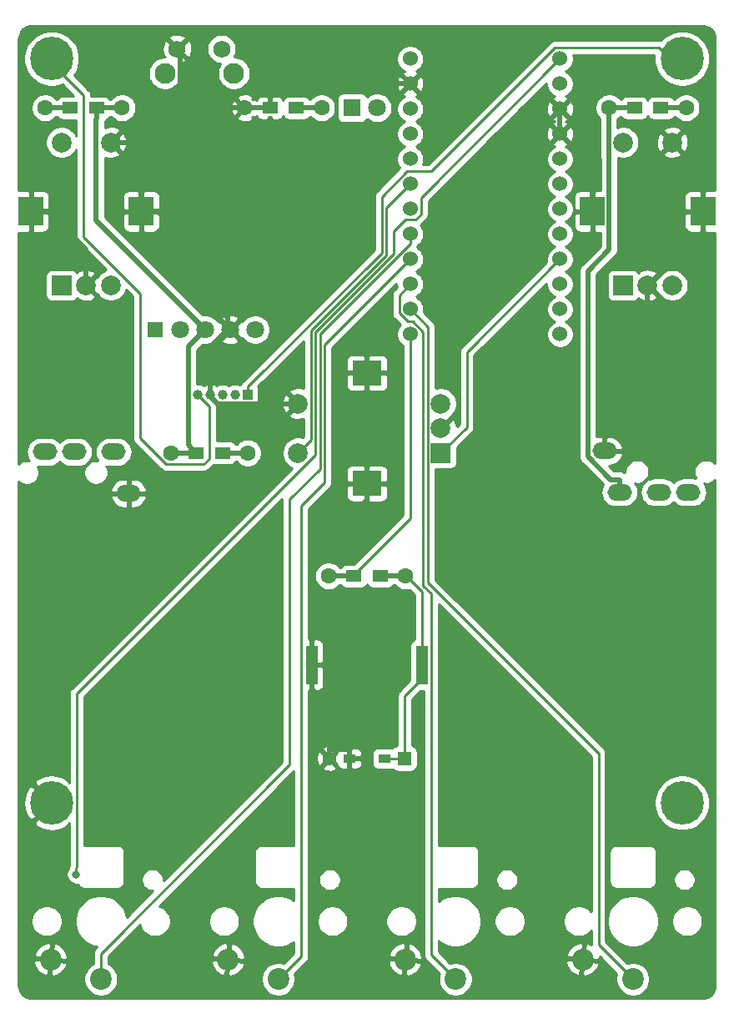
<source format=gbr>
G04 #@! TF.GenerationSoftware,KiCad,Pcbnew,5.1.5+dfsg1-2build2*
G04 #@! TF.CreationDate,2021-03-25T10:03:56+09:00*
G04 #@! TF.ProjectId,pad,7061642e-6b69-4636-9164-5f7063625858,rev?*
G04 #@! TF.SameCoordinates,Original*
G04 #@! TF.FileFunction,Copper,L1,Top*
G04 #@! TF.FilePolarity,Positive*
%FSLAX46Y46*%
G04 Gerber Fmt 4.6, Leading zero omitted, Abs format (unit mm)*
G04 Created by KiCad (PCBNEW 5.1.5+dfsg1-2build2) date 2021-03-25 10:03:56*
%MOMM*%
%LPD*%
G04 APERTURE LIST*
%ADD10O,2.500000X1.700000*%
%ADD11R,1.300000X0.950000*%
%ADD12C,1.397000*%
%ADD13R,1.397000X1.397000*%
%ADD14C,4.400000*%
%ADD15C,0.700000*%
%ADD16C,1.000000*%
%ADD17R,1.000000X1.000000*%
%ADD18C,1.800000*%
%ADD19R,1.524000X1.524000*%
%ADD20R,1.500000X1.200000*%
%ADD21C,1.600000*%
%ADD22R,2.900000X0.500000*%
%ADD23C,2.000000*%
%ADD24R,2.500000X3.000000*%
%ADD25R,2.000000X2.000000*%
%ADD26R,3.000000X2.500000*%
%ADD27C,2.200000*%
%ADD28C,2.100000*%
%ADD29C,1.750000*%
%ADD30C,1.524000*%
%ADD31R,1.800000X1.800000*%
%ADD32R,1.200000X4.000000*%
%ADD33C,0.800000*%
%ADD34C,0.250000*%
%ADD35C,0.500000*%
%ADD36C,0.254000*%
G04 APERTURE END LIST*
D10*
X77800000Y-98400000D03*
X80800000Y-98400000D03*
X84800000Y-98400000D03*
X86300000Y-102600000D03*
X143131000Y-102500000D03*
X140131000Y-102500000D03*
X136131000Y-102500000D03*
X134631000Y-98300000D03*
D11*
X108725000Y-129500000D03*
D12*
X106690000Y-129500000D03*
D13*
X114310000Y-129500000D03*
D11*
X112275000Y-129500000D03*
D14*
X78500000Y-58500000D03*
D15*
X80150000Y-58500000D03*
X79666726Y-59666726D03*
X78500000Y-60150000D03*
X77333274Y-59666726D03*
X76850000Y-58500000D03*
X77333274Y-57333274D03*
X78500000Y-56850000D03*
X79666726Y-57333274D03*
D14*
X142500000Y-58500000D03*
D15*
X144150000Y-58500000D03*
X143666726Y-59666726D03*
X142500000Y-60150000D03*
X141333274Y-59666726D03*
X140850000Y-58500000D03*
X141333274Y-57333274D03*
X142500000Y-56850000D03*
X143666726Y-57333274D03*
X143666726Y-132833274D03*
X142500000Y-132350000D03*
X141333274Y-132833274D03*
X140850000Y-134000000D03*
X141333274Y-135166726D03*
X142500000Y-135650000D03*
X143666726Y-135166726D03*
X144150000Y-134000000D03*
D14*
X142500000Y-134000000D03*
X78500000Y-134000000D03*
D15*
X80150000Y-134000000D03*
X79666726Y-135166726D03*
X78500000Y-135650000D03*
X77333274Y-135166726D03*
X76850000Y-134000000D03*
X77333274Y-132833274D03*
X78500000Y-132350000D03*
X79666726Y-132833274D03*
D16*
X93318000Y-92604000D03*
X94588000Y-92604000D03*
X95858000Y-92604000D03*
X97128000Y-92604000D03*
D17*
X98398000Y-92604000D03*
D18*
X99160000Y-86000000D03*
X96620000Y-86000000D03*
X94080000Y-86000000D03*
X91540000Y-86000000D03*
D19*
X89000000Y-86000000D03*
D20*
X100650000Y-63500000D03*
X103350000Y-63500000D03*
D21*
X105900000Y-63500000D03*
X98100000Y-63500000D03*
D22*
X104500000Y-63500000D03*
X99500000Y-63500000D03*
D20*
X109150000Y-111000000D03*
X111850000Y-111000000D03*
D21*
X114400000Y-111000000D03*
X106600000Y-111000000D03*
D22*
X113000000Y-111000000D03*
X108000000Y-111000000D03*
D23*
X84500000Y-67000000D03*
X79500000Y-67000000D03*
D24*
X87600000Y-74000000D03*
X76400000Y-74000000D03*
D23*
X84500000Y-81500000D03*
X82000000Y-81500000D03*
D25*
X79500000Y-81500000D03*
X118000000Y-98500000D03*
D23*
X118000000Y-96000000D03*
X118000000Y-93500000D03*
D26*
X110500000Y-101600000D03*
X110500000Y-90400000D03*
D23*
X103500000Y-98500000D03*
X103500000Y-93500000D03*
X141500000Y-67000000D03*
X136500000Y-67000000D03*
D24*
X144600000Y-74000000D03*
X133400000Y-74000000D03*
D23*
X141500000Y-81500000D03*
X139000000Y-81500000D03*
D25*
X136500000Y-81500000D03*
D27*
X78400000Y-149900000D03*
X83500000Y-151900000D03*
X101500000Y-151900000D03*
X96400000Y-149900000D03*
X114400000Y-149900000D03*
X119500000Y-151900000D03*
X137500000Y-151900000D03*
X132400000Y-149900000D03*
D28*
X97000000Y-60000000D03*
D29*
X95740000Y-57510000D03*
X91240000Y-57510000D03*
D28*
X89990000Y-60000000D03*
D30*
X114891400Y-58522000D03*
X114891400Y-61062000D03*
X114891400Y-63602000D03*
X114891400Y-66142000D03*
X114891400Y-68682000D03*
X114891400Y-71222000D03*
X114891400Y-73762000D03*
X114891400Y-76302000D03*
X114891400Y-78842000D03*
X114891400Y-81382000D03*
X114891400Y-83922000D03*
X114891400Y-86462000D03*
X130111400Y-86462000D03*
X130111400Y-83922000D03*
X130111400Y-81382000D03*
X130111400Y-78842000D03*
X130111400Y-76302000D03*
X130111400Y-73762000D03*
X130111400Y-71222000D03*
X130111400Y-68682000D03*
X130111400Y-66142000D03*
X130111400Y-63602000D03*
X130111400Y-61062000D03*
X130111400Y-58522000D03*
D31*
X109000000Y-63500000D03*
D18*
X111540000Y-63500000D03*
D32*
X116100000Y-120000000D03*
X104900000Y-120000000D03*
D20*
X83100000Y-63500000D03*
X80400000Y-63500000D03*
D21*
X77850000Y-63500000D03*
X85650000Y-63500000D03*
D22*
X79250000Y-63500000D03*
X84250000Y-63500000D03*
X92000000Y-98500000D03*
X97000000Y-98500000D03*
D21*
X90600000Y-98500000D03*
X98400000Y-98500000D03*
D20*
X95850000Y-98500000D03*
X93150000Y-98500000D03*
X137650000Y-63500000D03*
X140350000Y-63500000D03*
D21*
X142900000Y-63500000D03*
X135100000Y-63500000D03*
D22*
X141500000Y-63500000D03*
X136500000Y-63500000D03*
D33*
X140500000Y-129750000D03*
X140500000Y-105750000D03*
X81000000Y-141250000D03*
D34*
X104500000Y-63500000D02*
X105900000Y-63500000D01*
X103350000Y-63500000D02*
X104500000Y-63500000D01*
D35*
X83100000Y-63500000D02*
X83100000Y-64550300D01*
X92000000Y-98500000D02*
X93150000Y-98500000D01*
X83100000Y-64550300D02*
X83017500Y-64632800D01*
X83017500Y-64632800D02*
X83017500Y-74937500D01*
X83017500Y-74937500D02*
X94080000Y-86000000D01*
X84250000Y-63500000D02*
X83100000Y-63500000D01*
X90600000Y-98500000D02*
X92000000Y-98500000D01*
X136131000Y-102500000D02*
X136131000Y-101199700D01*
X135100000Y-63500000D02*
X135037500Y-63562500D01*
X135037500Y-63562500D02*
X135037500Y-68387500D01*
X135037500Y-68387500D02*
X135102900Y-68452900D01*
X135102900Y-68452900D02*
X135102900Y-77865400D01*
X135102900Y-77865400D02*
X132929800Y-80038500D01*
X132929800Y-80038500D02*
X132929800Y-98892500D01*
X132929800Y-98892500D02*
X135237000Y-101199700D01*
X135237000Y-101199700D02*
X136131000Y-101199700D01*
X136500000Y-63500000D02*
X135100000Y-63500000D01*
X84250000Y-63500000D02*
X85650000Y-63500000D01*
X137650000Y-63500000D02*
X136500000Y-63500000D01*
X92356300Y-97706300D02*
X93150000Y-98500000D01*
X92356300Y-87723700D02*
X92356300Y-97706300D01*
X94080000Y-86000000D02*
X92356300Y-87723700D01*
X103500000Y-93500000D02*
X103445600Y-93554400D01*
X103445600Y-93554400D02*
X95398300Y-93554400D01*
X95398300Y-93554400D02*
X94588000Y-92744100D01*
X94588000Y-92744100D02*
X94588000Y-92604000D01*
X130111400Y-63602000D02*
X130111400Y-66142000D01*
X130111400Y-66142000D02*
X133400000Y-69430600D01*
X133400000Y-69430600D02*
X133400000Y-74000000D01*
X110500000Y-101600000D02*
X110500000Y-103300300D01*
X104900000Y-120000000D02*
X104900000Y-108900300D01*
X104900000Y-108900300D02*
X110500000Y-103300300D01*
X104900000Y-121225100D02*
X104900000Y-120000000D01*
X76400000Y-74000000D02*
X78100300Y-74000000D01*
X78100300Y-74000000D02*
X82000000Y-77899700D01*
X82000000Y-77899700D02*
X82000000Y-81500000D01*
X77333300Y-135166700D02*
X76850000Y-134683400D01*
X76850000Y-134683400D02*
X76850000Y-134000000D01*
X99500000Y-63500000D02*
X98100000Y-63500000D01*
X91540300Y-63500000D02*
X98100000Y-63500000D01*
X100650000Y-63500000D02*
X100650000Y-62449700D01*
X100650000Y-62449700D02*
X102037700Y-61062000D01*
X102037700Y-61062000D02*
X114891400Y-61062000D01*
X100650000Y-63500000D02*
X99500000Y-63500000D01*
X91540300Y-63500000D02*
X91540300Y-57810300D01*
X91540300Y-57810300D02*
X91240000Y-57510000D01*
X87175000Y-67000000D02*
X90675000Y-63500000D01*
X90675000Y-63500000D02*
X91540300Y-63500000D01*
X87600000Y-74000000D02*
X87600000Y-72049700D01*
X84500000Y-67000000D02*
X87175000Y-67000000D01*
X87175000Y-67000000D02*
X87175000Y-71624700D01*
X87175000Y-71624700D02*
X87600000Y-72049700D01*
X96338600Y-86000000D02*
X96338600Y-81038300D01*
X96338600Y-81038300D02*
X89300300Y-74000000D01*
X94588000Y-92604000D02*
X94588000Y-87750600D01*
X94588000Y-87750600D02*
X96338600Y-86000000D01*
X96620000Y-86000000D02*
X96338600Y-86000000D01*
X87600000Y-74000000D02*
X89300300Y-74000000D01*
X79666700Y-133516700D02*
X79666700Y-132833300D01*
X80150000Y-134000000D02*
X79666700Y-133516700D01*
X78500000Y-134000000D02*
X79183400Y-134000000D01*
X79183400Y-134000000D02*
X79666700Y-133516700D01*
X104900000Y-121225100D02*
X104900000Y-122450300D01*
X79666700Y-135166700D02*
X80150000Y-134683400D01*
X80150000Y-134683400D02*
X80150000Y-134000000D01*
X106690000Y-128574700D02*
X106690000Y-129500000D01*
X104900000Y-122450300D02*
X106690000Y-124240300D01*
X106690000Y-124240300D02*
X106690000Y-128574700D01*
X106690000Y-128574700D02*
X108725000Y-128574700D01*
X108725000Y-129500000D02*
X108725000Y-128574700D01*
X76850000Y-134000000D02*
X77333300Y-133516700D01*
X77333300Y-133516700D02*
X77333300Y-132833300D01*
X134631000Y-98300000D02*
X134631000Y-96999700D01*
X139000000Y-81500000D02*
X139000000Y-92630700D01*
X139000000Y-92630700D02*
X134631000Y-96999700D01*
D34*
X81000000Y-140590000D02*
X81000000Y-141250000D01*
X81025001Y-122936001D02*
X81025001Y-140564999D01*
X105275410Y-98685592D02*
X81025001Y-122936001D01*
X113250000Y-76000000D02*
X113250000Y-78261510D01*
X114400999Y-74849001D02*
X113250000Y-76000000D01*
X115413161Y-74849001D02*
X114400999Y-74849001D01*
X115978401Y-74283761D02*
X115413161Y-74849001D01*
X81025001Y-140564999D02*
X81000000Y-140590000D01*
X105275410Y-86236100D02*
X105275410Y-98685592D01*
X113250000Y-78261510D02*
X105275410Y-86236100D01*
X115978401Y-72654999D02*
X115978401Y-74283761D01*
X130111400Y-58522000D02*
X115978401Y-72654999D01*
X108000000Y-111000000D02*
X106600000Y-111000000D01*
X109150000Y-111000000D02*
X108000000Y-111000000D01*
X109150000Y-110850000D02*
X109150000Y-111000000D01*
X114891400Y-105108600D02*
X109150000Y-110850000D01*
X114891400Y-86462000D02*
X114891400Y-105108600D01*
X77850000Y-63500000D02*
X79250000Y-63500000D01*
X79250000Y-63500000D02*
X80400000Y-63500000D01*
X120631900Y-88321500D02*
X120631900Y-95868100D01*
X130111400Y-78842000D02*
X120631900Y-88321500D01*
X120631900Y-95868100D02*
X118000000Y-98500000D01*
X114891400Y-71222000D02*
X112453100Y-73660300D01*
X112453100Y-73660300D02*
X112453100Y-78422000D01*
X112453100Y-78422000D02*
X104825400Y-86049700D01*
X104825400Y-86049700D02*
X104825400Y-97174600D01*
X104825400Y-97174600D02*
X103500000Y-98500000D01*
X98400000Y-98500000D02*
X97000000Y-98500000D01*
X95850000Y-98500000D02*
X97000000Y-98500000D01*
X141500000Y-63500000D02*
X142900000Y-63500000D01*
X140350000Y-63500000D02*
X141500000Y-63500000D01*
X83500000Y-151900000D02*
X83500000Y-149288700D01*
X83500000Y-149288700D02*
X102643900Y-130144800D01*
X102643900Y-130144800D02*
X102643900Y-103216600D01*
X102643900Y-103216600D02*
X105737400Y-100123100D01*
X105737400Y-100123100D02*
X105737400Y-86411500D01*
X105737400Y-86411500D02*
X114891400Y-77257500D01*
X114891400Y-77257500D02*
X114891400Y-76302000D01*
X101500000Y-151900000D02*
X103846900Y-149553100D01*
X103846900Y-149553100D02*
X103846900Y-103864500D01*
X103846900Y-103864500D02*
X106187800Y-101523600D01*
X106187800Y-101523600D02*
X106187800Y-87545600D01*
X106187800Y-87545600D02*
X114891400Y-78842000D01*
X117025300Y-112775300D02*
X117025300Y-149425300D01*
X117025300Y-149425300D02*
X118400001Y-150800001D01*
X116224200Y-86242800D02*
X116224200Y-111974200D01*
X115173400Y-85192000D02*
X116224200Y-86242800D01*
X114623400Y-85192000D02*
X115173400Y-85192000D01*
X113778200Y-84346800D02*
X114623400Y-85192000D01*
X118400001Y-150800001D02*
X119500000Y-151900000D01*
X116224200Y-111974200D02*
X117025300Y-112775300D01*
X113778200Y-82495200D02*
X113778200Y-84346800D01*
X114891400Y-81382000D02*
X113778200Y-82495200D01*
X136400001Y-150800001D02*
X137500000Y-151900000D01*
X134007600Y-148407600D02*
X136400001Y-150800001D01*
X134007600Y-129007600D02*
X134007600Y-148407600D01*
X116674600Y-111674600D02*
X134007600Y-129007600D01*
X116674600Y-85705200D02*
X116674600Y-111674600D01*
X114891400Y-83922000D02*
X116674600Y-85705200D01*
X79666700Y-60150000D02*
X79666700Y-59666700D01*
X79666700Y-60150000D02*
X78500000Y-60150000D01*
X77333300Y-59666700D02*
X78016700Y-59666700D01*
X78016700Y-59666700D02*
X78500000Y-60150000D01*
X80150000Y-58500000D02*
X79666700Y-58016700D01*
X79666700Y-58016700D02*
X79666700Y-57333300D01*
X81750000Y-62233300D02*
X79666700Y-60150000D01*
X81750000Y-76577800D02*
X81750000Y-62233300D01*
X93936600Y-99626500D02*
X90100700Y-99626500D01*
X87500000Y-82327800D02*
X81750000Y-76577800D01*
X94475700Y-99087400D02*
X93936600Y-99626500D01*
X94475700Y-93761700D02*
X94475700Y-99087400D01*
X87500000Y-97025800D02*
X87500000Y-82327800D01*
X90100700Y-99626500D02*
X87500000Y-97025800D01*
X93318000Y-92604000D02*
X94475700Y-93761700D01*
X140718800Y-57947800D02*
X141333300Y-57333300D01*
X140718800Y-57947800D02*
X140718800Y-58368800D01*
X140718800Y-58368800D02*
X140850000Y-58500000D01*
X143183400Y-59666700D02*
X142983300Y-59666700D01*
X142983300Y-59666700D02*
X142500000Y-60150000D01*
X143666700Y-59666700D02*
X143183400Y-59666700D01*
X143183400Y-59666700D02*
X143183400Y-58500000D01*
X143183400Y-58500000D02*
X143666700Y-58016700D01*
X142500000Y-58500000D02*
X143183400Y-58500000D01*
X144150000Y-58500000D02*
X143666700Y-58016700D01*
X141333300Y-59666700D02*
X140850000Y-59183400D01*
X140850000Y-59183400D02*
X140850000Y-58500000D01*
X143666700Y-58016700D02*
X143666700Y-57333300D01*
X140166600Y-57395600D02*
X140718800Y-57947800D01*
X117048000Y-69952000D02*
X129604400Y-57395600D01*
X114560300Y-69952000D02*
X117048000Y-69952000D01*
X112000000Y-72512300D02*
X114560300Y-69952000D01*
X129604400Y-57395600D02*
X140166600Y-57395600D01*
X98398000Y-91778700D02*
X112000000Y-78176700D01*
X112000000Y-78176700D02*
X112000000Y-72512300D01*
X98398000Y-92604000D02*
X98398000Y-91778700D01*
X141333300Y-132833300D02*
X140850000Y-133316600D01*
X140850000Y-133316600D02*
X140850000Y-134000000D01*
X142500000Y-132350000D02*
X141816600Y-132350000D01*
X141816600Y-132350000D02*
X141333300Y-132833300D01*
X142500000Y-135166700D02*
X142500000Y-135650000D01*
X142500000Y-134825000D02*
X142500000Y-135166700D01*
X142500000Y-135166700D02*
X141333300Y-135166700D01*
X142500000Y-134000000D02*
X142500000Y-134825000D01*
X143666700Y-134825000D02*
X143666700Y-135166700D01*
X144150000Y-134000000D02*
X143666700Y-134483300D01*
X143666700Y-134483300D02*
X143666700Y-134825000D01*
X143666700Y-134825000D02*
X142500000Y-134825000D01*
X143666700Y-132833300D02*
X144150000Y-133316600D01*
X144150000Y-133316600D02*
X144150000Y-134000000D01*
X116100000Y-120000000D02*
X116100000Y-118837300D01*
X113000000Y-111000000D02*
X114400000Y-111000000D01*
X112275000Y-129500000D02*
X114310000Y-129500000D01*
X111850000Y-111000000D02*
X113000000Y-111000000D01*
X114310000Y-123190000D02*
X114310000Y-129500000D01*
X116100000Y-121400000D02*
X114310000Y-123190000D01*
X116100000Y-118837300D02*
X116100000Y-121400000D01*
X114500000Y-111000000D02*
X114400000Y-111000000D01*
X116100000Y-112600000D02*
X114500000Y-111000000D01*
X116100000Y-118837300D02*
X116100000Y-112600000D01*
D36*
G36*
X144759659Y-55188625D02*
G01*
X145009429Y-55264035D01*
X145239792Y-55386522D01*
X145441980Y-55551422D01*
X145608286Y-55752450D01*
X145732378Y-55981954D01*
X145809531Y-56231195D01*
X145840001Y-56521098D01*
X145840001Y-71861960D01*
X144885750Y-71865000D01*
X144727000Y-72023750D01*
X144727000Y-73873000D01*
X144747000Y-73873000D01*
X144747000Y-74127000D01*
X144727000Y-74127000D01*
X144727000Y-75976250D01*
X144885750Y-76135000D01*
X145840001Y-76138040D01*
X145840001Y-99562447D01*
X145718267Y-99440713D01*
X145515992Y-99305557D01*
X145291236Y-99212460D01*
X145052637Y-99165000D01*
X144809363Y-99165000D01*
X144570764Y-99212460D01*
X144346008Y-99305557D01*
X144143733Y-99440713D01*
X143971713Y-99612733D01*
X143836557Y-99815008D01*
X143743460Y-100039764D01*
X143696000Y-100278363D01*
X143696000Y-100521637D01*
X143743460Y-100760236D01*
X143836557Y-100984992D01*
X143883384Y-101055074D01*
X143822111Y-101036487D01*
X143603950Y-101015000D01*
X142658050Y-101015000D01*
X142439889Y-101036487D01*
X142159966Y-101121401D01*
X141901986Y-101259294D01*
X141675866Y-101444866D01*
X141631000Y-101499535D01*
X141586134Y-101444866D01*
X141360014Y-101259294D01*
X141102034Y-101121401D01*
X140822111Y-101036487D01*
X140603950Y-101015000D01*
X139658050Y-101015000D01*
X139439889Y-101036487D01*
X139159966Y-101121401D01*
X138901986Y-101259294D01*
X138675866Y-101444866D01*
X138490294Y-101670986D01*
X138352401Y-101928966D01*
X138267487Y-102208889D01*
X138238815Y-102500000D01*
X138267487Y-102791111D01*
X138352401Y-103071034D01*
X138490294Y-103329014D01*
X138675866Y-103555134D01*
X138901986Y-103740706D01*
X139159966Y-103878599D01*
X139439889Y-103963513D01*
X139658050Y-103985000D01*
X140603950Y-103985000D01*
X140822111Y-103963513D01*
X141102034Y-103878599D01*
X141360014Y-103740706D01*
X141586134Y-103555134D01*
X141631000Y-103500465D01*
X141675866Y-103555134D01*
X141901986Y-103740706D01*
X142159966Y-103878599D01*
X142439889Y-103963513D01*
X142658050Y-103985000D01*
X143603950Y-103985000D01*
X143822111Y-103963513D01*
X144102034Y-103878599D01*
X144360014Y-103740706D01*
X144586134Y-103555134D01*
X144771706Y-103329014D01*
X144909599Y-103071034D01*
X144994513Y-102791111D01*
X145023185Y-102500000D01*
X144994513Y-102208889D01*
X144909599Y-101928966D01*
X144771706Y-101670986D01*
X144729065Y-101619028D01*
X144809363Y-101635000D01*
X145052637Y-101635000D01*
X145291236Y-101587540D01*
X145515992Y-101494443D01*
X145718267Y-101359287D01*
X145840001Y-101237553D01*
X145840000Y-152467721D01*
X145811375Y-152759660D01*
X145735965Y-153009429D01*
X145613477Y-153239794D01*
X145448579Y-153441979D01*
X145247546Y-153608288D01*
X145018046Y-153732378D01*
X144768805Y-153809531D01*
X144478911Y-153840000D01*
X76532279Y-153840000D01*
X76240340Y-153811375D01*
X75990571Y-153735965D01*
X75760206Y-153613477D01*
X75558021Y-153448579D01*
X75391712Y-153247546D01*
X75267622Y-153018046D01*
X75190469Y-152768805D01*
X75160000Y-152478911D01*
X75160000Y-150147981D01*
X76674331Y-150147981D01*
X76755868Y-150479877D01*
X76900588Y-150789489D01*
X77102930Y-151064919D01*
X77355117Y-151295581D01*
X77647458Y-151472612D01*
X77856127Y-151556390D01*
X78069894Y-151484606D01*
X78388850Y-151484606D01*
X78647981Y-151625669D01*
X78979877Y-151544132D01*
X79289489Y-151399412D01*
X79564919Y-151197070D01*
X79795581Y-150944883D01*
X79972612Y-150652542D01*
X80056390Y-150443873D01*
X79962469Y-150164183D01*
X78515448Y-150037586D01*
X78388850Y-151484606D01*
X78069894Y-151484606D01*
X78135817Y-151462469D01*
X78262414Y-150015448D01*
X76815394Y-149888850D01*
X76674331Y-150147981D01*
X75160000Y-150147981D01*
X75160000Y-149784552D01*
X78537586Y-149784552D01*
X79984606Y-149911150D01*
X80125669Y-149652019D01*
X80044132Y-149320123D01*
X79899412Y-149010511D01*
X79697070Y-148735081D01*
X79444883Y-148504419D01*
X79152542Y-148327388D01*
X78943873Y-148243610D01*
X78664183Y-148337531D01*
X78537586Y-149784552D01*
X75160000Y-149784552D01*
X75160000Y-149356127D01*
X76743610Y-149356127D01*
X76837531Y-149635817D01*
X78284552Y-149762414D01*
X78411150Y-148315394D01*
X78152019Y-148174331D01*
X77820123Y-148255868D01*
X77510511Y-148400588D01*
X77235081Y-148602930D01*
X77004419Y-148855117D01*
X76827388Y-149147458D01*
X76743610Y-149356127D01*
X75160000Y-149356127D01*
X75160000Y-145843891D01*
X76415000Y-145843891D01*
X76415000Y-146156109D01*
X76475911Y-146462327D01*
X76595391Y-146750779D01*
X76768850Y-147010379D01*
X76989621Y-147231150D01*
X77249221Y-147404609D01*
X77537673Y-147524089D01*
X77843891Y-147585000D01*
X78156109Y-147585000D01*
X78462327Y-147524089D01*
X78750779Y-147404609D01*
X79010379Y-147231150D01*
X79231150Y-147010379D01*
X79404609Y-146750779D01*
X79524089Y-146462327D01*
X79585000Y-146156109D01*
X79585000Y-145843891D01*
X79524089Y-145537673D01*
X79404609Y-145249221D01*
X79231150Y-144989621D01*
X79010379Y-144768850D01*
X78750779Y-144595391D01*
X78462327Y-144475911D01*
X78156109Y-144415000D01*
X77843891Y-144415000D01*
X77537673Y-144475911D01*
X77249221Y-144595391D01*
X76989621Y-144768850D01*
X76768850Y-144989621D01*
X76595391Y-145249221D01*
X76475911Y-145537673D01*
X76415000Y-145843891D01*
X75160000Y-145843891D01*
X75160000Y-134015174D01*
X75651322Y-134015174D01*
X75709019Y-134570632D01*
X75873972Y-135104161D01*
X76122982Y-135570024D01*
X76510225Y-135810170D01*
X78320395Y-134000000D01*
X76510225Y-132189830D01*
X76122982Y-132429976D01*
X75862359Y-132923877D01*
X75703099Y-133459133D01*
X75651322Y-134015174D01*
X75160000Y-134015174D01*
X75160000Y-102956890D01*
X84458524Y-102956890D01*
X84479437Y-103050953D01*
X84594709Y-103319426D01*
X84760143Y-103560252D01*
X84969381Y-103764176D01*
X85214382Y-103923361D01*
X85485731Y-104031690D01*
X85773000Y-104085000D01*
X86173000Y-104085000D01*
X86173000Y-102727000D01*
X86427000Y-102727000D01*
X86427000Y-104085000D01*
X86827000Y-104085000D01*
X87114269Y-104031690D01*
X87385618Y-103923361D01*
X87630619Y-103764176D01*
X87839857Y-103560252D01*
X88005291Y-103319426D01*
X88120563Y-103050953D01*
X88141476Y-102956890D01*
X88020155Y-102727000D01*
X86427000Y-102727000D01*
X86173000Y-102727000D01*
X84579845Y-102727000D01*
X84458524Y-102956890D01*
X75160000Y-102956890D01*
X75160000Y-102243110D01*
X84458524Y-102243110D01*
X84579845Y-102473000D01*
X86173000Y-102473000D01*
X86173000Y-101115000D01*
X86427000Y-101115000D01*
X86427000Y-102473000D01*
X88020155Y-102473000D01*
X88141476Y-102243110D01*
X88120563Y-102149047D01*
X88005291Y-101880574D01*
X87839857Y-101639748D01*
X87630619Y-101435824D01*
X87385618Y-101276639D01*
X87114269Y-101168310D01*
X86827000Y-101115000D01*
X86427000Y-101115000D01*
X86173000Y-101115000D01*
X85773000Y-101115000D01*
X85485731Y-101168310D01*
X85214382Y-101276639D01*
X84969381Y-101435824D01*
X84760143Y-101639748D01*
X84594709Y-101880574D01*
X84479437Y-102149047D01*
X84458524Y-102243110D01*
X75160000Y-102243110D01*
X75160000Y-101406554D01*
X75212733Y-101459287D01*
X75415008Y-101594443D01*
X75639764Y-101687540D01*
X75878363Y-101735000D01*
X76121637Y-101735000D01*
X76360236Y-101687540D01*
X76584992Y-101594443D01*
X76787267Y-101459287D01*
X76959287Y-101287267D01*
X77094443Y-101084992D01*
X77187540Y-100860236D01*
X77235000Y-100621637D01*
X77235000Y-100378363D01*
X81765000Y-100378363D01*
X81765000Y-100621637D01*
X81812460Y-100860236D01*
X81905557Y-101084992D01*
X82040713Y-101287267D01*
X82212733Y-101459287D01*
X82415008Y-101594443D01*
X82639764Y-101687540D01*
X82878363Y-101735000D01*
X83121637Y-101735000D01*
X83360236Y-101687540D01*
X83584992Y-101594443D01*
X83787267Y-101459287D01*
X83959287Y-101287267D01*
X84094443Y-101084992D01*
X84187540Y-100860236D01*
X84235000Y-100621637D01*
X84235000Y-100378363D01*
X84187540Y-100139764D01*
X84094443Y-99915008D01*
X84047616Y-99844926D01*
X84108889Y-99863513D01*
X84327050Y-99885000D01*
X85272950Y-99885000D01*
X85491111Y-99863513D01*
X85771034Y-99778599D01*
X86029014Y-99640706D01*
X86255134Y-99455134D01*
X86440706Y-99229014D01*
X86578599Y-98971034D01*
X86663513Y-98691111D01*
X86692185Y-98400000D01*
X86663513Y-98108889D01*
X86578599Y-97828966D01*
X86440706Y-97570986D01*
X86255134Y-97344866D01*
X86029014Y-97159294D01*
X85771034Y-97021401D01*
X85491111Y-96936487D01*
X85272950Y-96915000D01*
X84327050Y-96915000D01*
X84108889Y-96936487D01*
X83828966Y-97021401D01*
X83570986Y-97159294D01*
X83344866Y-97344866D01*
X83159294Y-97570986D01*
X83021401Y-97828966D01*
X82936487Y-98108889D01*
X82907815Y-98400000D01*
X82936487Y-98691111D01*
X83021401Y-98971034D01*
X83159294Y-99229014D01*
X83201935Y-99280972D01*
X83121637Y-99265000D01*
X82878363Y-99265000D01*
X82639764Y-99312460D01*
X82415008Y-99405557D01*
X82212733Y-99540713D01*
X82040713Y-99712733D01*
X81905557Y-99915008D01*
X81812460Y-100139764D01*
X81765000Y-100378363D01*
X77235000Y-100378363D01*
X77187540Y-100139764D01*
X77094443Y-99915008D01*
X77047616Y-99844926D01*
X77108889Y-99863513D01*
X77327050Y-99885000D01*
X78272950Y-99885000D01*
X78491111Y-99863513D01*
X78771034Y-99778599D01*
X79029014Y-99640706D01*
X79255134Y-99455134D01*
X79300000Y-99400465D01*
X79344866Y-99455134D01*
X79570986Y-99640706D01*
X79828966Y-99778599D01*
X80108889Y-99863513D01*
X80327050Y-99885000D01*
X81272950Y-99885000D01*
X81491111Y-99863513D01*
X81771034Y-99778599D01*
X82029014Y-99640706D01*
X82255134Y-99455134D01*
X82440706Y-99229014D01*
X82578599Y-98971034D01*
X82663513Y-98691111D01*
X82692185Y-98400000D01*
X82663513Y-98108889D01*
X82578599Y-97828966D01*
X82440706Y-97570986D01*
X82255134Y-97344866D01*
X82029014Y-97159294D01*
X81771034Y-97021401D01*
X81491111Y-96936487D01*
X81272950Y-96915000D01*
X80327050Y-96915000D01*
X80108889Y-96936487D01*
X79828966Y-97021401D01*
X79570986Y-97159294D01*
X79344866Y-97344866D01*
X79300000Y-97399535D01*
X79255134Y-97344866D01*
X79029014Y-97159294D01*
X78771034Y-97021401D01*
X78491111Y-96936487D01*
X78272950Y-96915000D01*
X77327050Y-96915000D01*
X77108889Y-96936487D01*
X76828966Y-97021401D01*
X76570986Y-97159294D01*
X76344866Y-97344866D01*
X76159294Y-97570986D01*
X76021401Y-97828966D01*
X75936487Y-98108889D01*
X75907815Y-98400000D01*
X75936487Y-98691111D01*
X76021401Y-98971034D01*
X76159294Y-99229014D01*
X76201935Y-99280972D01*
X76121637Y-99265000D01*
X75878363Y-99265000D01*
X75639764Y-99312460D01*
X75415008Y-99405557D01*
X75212733Y-99540713D01*
X75160000Y-99593446D01*
X75160000Y-80500000D01*
X77861928Y-80500000D01*
X77861928Y-82500000D01*
X77874188Y-82624482D01*
X77910498Y-82744180D01*
X77969463Y-82854494D01*
X78048815Y-82951185D01*
X78145506Y-83030537D01*
X78255820Y-83089502D01*
X78375518Y-83125812D01*
X78500000Y-83138072D01*
X80500000Y-83138072D01*
X80624482Y-83125812D01*
X80744180Y-83089502D01*
X80854494Y-83030537D01*
X80951185Y-82951185D01*
X81030537Y-82854494D01*
X81085976Y-82750777D01*
X81139956Y-82899814D01*
X81429571Y-83040704D01*
X81741108Y-83122384D01*
X82062595Y-83141718D01*
X82381675Y-83097961D01*
X82686088Y-82992795D01*
X82860044Y-82899814D01*
X82955808Y-82635413D01*
X82000000Y-81679605D01*
X81985858Y-81693748D01*
X81806253Y-81514143D01*
X81820395Y-81500000D01*
X81806253Y-81485858D01*
X81985858Y-81306253D01*
X82000000Y-81320395D01*
X82955808Y-80364587D01*
X82860044Y-80100186D01*
X82570429Y-79959296D01*
X82258892Y-79877616D01*
X81937405Y-79858282D01*
X81618325Y-79902039D01*
X81313912Y-80007205D01*
X81139956Y-80100186D01*
X81085976Y-80249223D01*
X81030537Y-80145506D01*
X80951185Y-80048815D01*
X80854494Y-79969463D01*
X80744180Y-79910498D01*
X80624482Y-79874188D01*
X80500000Y-79861928D01*
X78500000Y-79861928D01*
X78375518Y-79874188D01*
X78255820Y-79910498D01*
X78145506Y-79969463D01*
X78048815Y-80048815D01*
X77969463Y-80145506D01*
X77910498Y-80255820D01*
X77874188Y-80375518D01*
X77861928Y-80500000D01*
X75160000Y-80500000D01*
X75160000Y-76138040D01*
X76114250Y-76135000D01*
X76273000Y-75976250D01*
X76273000Y-74127000D01*
X76527000Y-74127000D01*
X76527000Y-75976250D01*
X76685750Y-76135000D01*
X77650000Y-76138072D01*
X77774482Y-76125812D01*
X77894180Y-76089502D01*
X78004494Y-76030537D01*
X78101185Y-75951185D01*
X78180537Y-75854494D01*
X78239502Y-75744180D01*
X78275812Y-75624482D01*
X78288072Y-75500000D01*
X78285000Y-74285750D01*
X78126250Y-74127000D01*
X76527000Y-74127000D01*
X76273000Y-74127000D01*
X76253000Y-74127000D01*
X76253000Y-73873000D01*
X76273000Y-73873000D01*
X76273000Y-72023750D01*
X76527000Y-72023750D01*
X76527000Y-73873000D01*
X78126250Y-73873000D01*
X78285000Y-73714250D01*
X78288072Y-72500000D01*
X78275812Y-72375518D01*
X78239502Y-72255820D01*
X78180537Y-72145506D01*
X78101185Y-72048815D01*
X78004494Y-71969463D01*
X77894180Y-71910498D01*
X77774482Y-71874188D01*
X77650000Y-71861928D01*
X76685750Y-71865000D01*
X76527000Y-72023750D01*
X76273000Y-72023750D01*
X76114250Y-71865000D01*
X75160000Y-71861960D01*
X75160000Y-58220777D01*
X75665000Y-58220777D01*
X75665000Y-58779223D01*
X75773948Y-59326939D01*
X75987656Y-59842876D01*
X76297912Y-60307207D01*
X76692793Y-60702088D01*
X77157124Y-61012344D01*
X77673061Y-61226052D01*
X78220777Y-61335000D01*
X78779223Y-61335000D01*
X79326939Y-61226052D01*
X79568071Y-61126172D01*
X80703826Y-62261928D01*
X79650000Y-62261928D01*
X79525518Y-62274188D01*
X79405820Y-62310498D01*
X79295506Y-62369463D01*
X79198815Y-62448815D01*
X79119463Y-62545506D01*
X79083959Y-62611928D01*
X78982469Y-62611928D01*
X78964637Y-62585241D01*
X78764759Y-62385363D01*
X78529727Y-62228320D01*
X78268574Y-62120147D01*
X77991335Y-62065000D01*
X77708665Y-62065000D01*
X77431426Y-62120147D01*
X77170273Y-62228320D01*
X76935241Y-62385363D01*
X76735363Y-62585241D01*
X76578320Y-62820273D01*
X76470147Y-63081426D01*
X76415000Y-63358665D01*
X76415000Y-63641335D01*
X76470147Y-63918574D01*
X76578320Y-64179727D01*
X76735363Y-64414759D01*
X76935241Y-64614637D01*
X77170273Y-64771680D01*
X77431426Y-64879853D01*
X77708665Y-64935000D01*
X77991335Y-64935000D01*
X78268574Y-64879853D01*
X78529727Y-64771680D01*
X78764759Y-64614637D01*
X78964637Y-64414759D01*
X78982469Y-64388072D01*
X79083959Y-64388072D01*
X79119463Y-64454494D01*
X79198815Y-64551185D01*
X79295506Y-64630537D01*
X79405820Y-64689502D01*
X79525518Y-64725812D01*
X79650000Y-64738072D01*
X80990001Y-64738072D01*
X80990001Y-66324719D01*
X80948918Y-66225537D01*
X80769987Y-65957748D01*
X80542252Y-65730013D01*
X80274463Y-65551082D01*
X79976912Y-65427832D01*
X79661033Y-65365000D01*
X79338967Y-65365000D01*
X79023088Y-65427832D01*
X78725537Y-65551082D01*
X78457748Y-65730013D01*
X78230013Y-65957748D01*
X78051082Y-66225537D01*
X77927832Y-66523088D01*
X77865000Y-66838967D01*
X77865000Y-67161033D01*
X77927832Y-67476912D01*
X78051082Y-67774463D01*
X78230013Y-68042252D01*
X78457748Y-68269987D01*
X78725537Y-68448918D01*
X79023088Y-68572168D01*
X79338967Y-68635000D01*
X79661033Y-68635000D01*
X79976912Y-68572168D01*
X80274463Y-68448918D01*
X80542252Y-68269987D01*
X80769987Y-68042252D01*
X80948918Y-67774463D01*
X80990001Y-67675281D01*
X80990000Y-76540478D01*
X80986324Y-76577800D01*
X80990000Y-76615122D01*
X80990000Y-76615132D01*
X81000997Y-76726785D01*
X81044454Y-76870046D01*
X81115026Y-77002076D01*
X81149278Y-77043812D01*
X81209999Y-77117801D01*
X81239003Y-77141604D01*
X84024875Y-79927477D01*
X84023088Y-79927832D01*
X83725537Y-80051082D01*
X83457748Y-80230013D01*
X83230013Y-80457748D01*
X83165075Y-80554935D01*
X83135413Y-80544192D01*
X82179605Y-81500000D01*
X83135413Y-82455808D01*
X83165075Y-82445065D01*
X83230013Y-82542252D01*
X83457748Y-82769987D01*
X83725537Y-82948918D01*
X84023088Y-83072168D01*
X84338967Y-83135000D01*
X84661033Y-83135000D01*
X84976912Y-83072168D01*
X85274463Y-82948918D01*
X85542252Y-82769987D01*
X85769987Y-82542252D01*
X85948918Y-82274463D01*
X86072168Y-81976912D01*
X86072523Y-81975125D01*
X86740001Y-82642603D01*
X86740000Y-96988478D01*
X86736324Y-97025800D01*
X86740000Y-97063122D01*
X86740000Y-97063132D01*
X86750997Y-97174785D01*
X86777431Y-97261928D01*
X86794454Y-97318046D01*
X86865026Y-97450076D01*
X86878790Y-97466847D01*
X86959999Y-97565801D01*
X86989003Y-97589604D01*
X89536901Y-100137503D01*
X89560699Y-100166501D01*
X89676424Y-100261474D01*
X89808453Y-100332046D01*
X89951714Y-100375503D01*
X90063367Y-100386500D01*
X90063376Y-100386500D01*
X90100699Y-100390176D01*
X90138022Y-100386500D01*
X93899278Y-100386500D01*
X93936600Y-100390176D01*
X93973922Y-100386500D01*
X93973933Y-100386500D01*
X94085586Y-100375503D01*
X94228847Y-100332046D01*
X94360876Y-100261474D01*
X94476601Y-100166501D01*
X94500403Y-100137498D01*
X94926852Y-99711049D01*
X94975518Y-99725812D01*
X95100000Y-99738072D01*
X96600000Y-99738072D01*
X96724482Y-99725812D01*
X96844180Y-99689502D01*
X96954494Y-99630537D01*
X97051185Y-99551185D01*
X97130537Y-99454494D01*
X97166041Y-99388072D01*
X97267531Y-99388072D01*
X97285363Y-99414759D01*
X97485241Y-99614637D01*
X97720273Y-99771680D01*
X97981426Y-99879853D01*
X98258665Y-99935000D01*
X98541335Y-99935000D01*
X98818574Y-99879853D01*
X99079727Y-99771680D01*
X99314759Y-99614637D01*
X99514637Y-99414759D01*
X99671680Y-99179727D01*
X99779853Y-98918574D01*
X99835000Y-98641335D01*
X99835000Y-98358665D01*
X99779853Y-98081426D01*
X99671680Y-97820273D01*
X99514637Y-97585241D01*
X99314759Y-97385363D01*
X99079727Y-97228320D01*
X98818574Y-97120147D01*
X98541335Y-97065000D01*
X98258665Y-97065000D01*
X97981426Y-97120147D01*
X97720273Y-97228320D01*
X97485241Y-97385363D01*
X97285363Y-97585241D01*
X97267531Y-97611928D01*
X97166041Y-97611928D01*
X97130537Y-97545506D01*
X97051185Y-97448815D01*
X96954494Y-97369463D01*
X96844180Y-97310498D01*
X96724482Y-97274188D01*
X96600000Y-97261928D01*
X95235700Y-97261928D01*
X95235700Y-93799022D01*
X95239376Y-93761699D01*
X95235700Y-93724376D01*
X95235700Y-93724367D01*
X95224703Y-93612714D01*
X95199282Y-93528912D01*
X95320376Y-93609824D01*
X95526933Y-93695383D01*
X95746212Y-93739000D01*
X95969788Y-93739000D01*
X96189067Y-93695383D01*
X96395624Y-93609824D01*
X96493000Y-93544759D01*
X96590376Y-93609824D01*
X96796933Y-93695383D01*
X97016212Y-93739000D01*
X97239788Y-93739000D01*
X97459067Y-93695383D01*
X97570774Y-93649112D01*
X97653820Y-93693502D01*
X97773518Y-93729812D01*
X97898000Y-93742072D01*
X98898000Y-93742072D01*
X99022482Y-93729812D01*
X99142180Y-93693502D01*
X99252494Y-93634537D01*
X99340155Y-93562595D01*
X101858282Y-93562595D01*
X101902039Y-93881675D01*
X102007205Y-94186088D01*
X102100186Y-94360044D01*
X102364587Y-94455808D01*
X103320395Y-93500000D01*
X102364587Y-92544192D01*
X102100186Y-92639956D01*
X101959296Y-92929571D01*
X101877616Y-93241108D01*
X101858282Y-93562595D01*
X99340155Y-93562595D01*
X99349185Y-93555185D01*
X99428537Y-93458494D01*
X99487502Y-93348180D01*
X99523812Y-93228482D01*
X99536072Y-93104000D01*
X99536072Y-92104000D01*
X99523812Y-91979518D01*
X99487502Y-91859820D01*
X99454125Y-91797376D01*
X104065400Y-87186101D01*
X104065401Y-91957978D01*
X103758892Y-91877616D01*
X103437405Y-91858282D01*
X103118325Y-91902039D01*
X102813912Y-92007205D01*
X102639956Y-92100186D01*
X102544192Y-92364587D01*
X103500000Y-93320395D01*
X103514143Y-93306253D01*
X103693748Y-93485858D01*
X103679605Y-93500000D01*
X103693748Y-93514143D01*
X103514143Y-93693748D01*
X103500000Y-93679605D01*
X102544192Y-94635413D01*
X102639956Y-94899814D01*
X102929571Y-95040704D01*
X103241108Y-95122384D01*
X103562595Y-95141718D01*
X103881675Y-95097961D01*
X104065401Y-95034489D01*
X104065401Y-96859797D01*
X103991375Y-96933823D01*
X103976912Y-96927832D01*
X103661033Y-96865000D01*
X103338967Y-96865000D01*
X103023088Y-96927832D01*
X102725537Y-97051082D01*
X102457748Y-97230013D01*
X102230013Y-97457748D01*
X102051082Y-97725537D01*
X101927832Y-98023088D01*
X101865000Y-98338967D01*
X101865000Y-98661033D01*
X101927832Y-98976912D01*
X102051082Y-99274463D01*
X102230013Y-99542252D01*
X102457748Y-99769987D01*
X102725537Y-99948918D01*
X102875263Y-100010937D01*
X80514004Y-122372197D01*
X80485000Y-122396000D01*
X80439711Y-122451185D01*
X80390027Y-122511725D01*
X80379972Y-122530537D01*
X80319455Y-122643755D01*
X80275998Y-122787016D01*
X80265001Y-122898669D01*
X80265001Y-122898679D01*
X80261325Y-122936001D01*
X80265001Y-122973323D01*
X80265002Y-131937389D01*
X80070024Y-131622982D01*
X79576123Y-131362359D01*
X79040867Y-131203099D01*
X78484826Y-131151322D01*
X77929368Y-131209019D01*
X77395839Y-131373972D01*
X76929976Y-131622982D01*
X76689830Y-132010225D01*
X78500000Y-133820395D01*
X78514143Y-133806253D01*
X78693748Y-133985858D01*
X78679605Y-134000000D01*
X78693748Y-134014143D01*
X78514143Y-134193748D01*
X78500000Y-134179605D01*
X76689830Y-135989775D01*
X76929976Y-136377018D01*
X77423877Y-136637641D01*
X77959133Y-136796901D01*
X78515174Y-136848678D01*
X79070632Y-136790981D01*
X79604161Y-136626028D01*
X80070024Y-136377018D01*
X80265002Y-136062610D01*
X80265002Y-140394846D01*
X80250997Y-140441015D01*
X80240697Y-140545592D01*
X80196063Y-140590226D01*
X80082795Y-140759744D01*
X80004774Y-140948102D01*
X79965000Y-141148061D01*
X79965000Y-141351939D01*
X80004774Y-141551898D01*
X80082795Y-141740256D01*
X80196063Y-141909774D01*
X80340226Y-142053937D01*
X80509744Y-142167205D01*
X80698102Y-142245226D01*
X80898061Y-142285000D01*
X81101939Y-142285000D01*
X81158293Y-142273791D01*
X81219333Y-142387989D01*
X81306183Y-142493817D01*
X81342377Y-142523520D01*
X81412011Y-142580667D01*
X81532748Y-142645202D01*
X81663756Y-142684943D01*
X81800000Y-142698362D01*
X81834134Y-142695000D01*
X85165866Y-142695000D01*
X85200000Y-142698362D01*
X85336244Y-142684943D01*
X85467252Y-142645202D01*
X85587989Y-142580667D01*
X85693817Y-142493817D01*
X85780667Y-142387989D01*
X85845202Y-142267252D01*
X85884943Y-142136244D01*
X85895000Y-142034135D01*
X85895000Y-142034134D01*
X85898362Y-142000000D01*
X85895000Y-141965865D01*
X85895000Y-139034135D01*
X85898362Y-139000000D01*
X85884943Y-138863756D01*
X85845202Y-138732748D01*
X85780667Y-138612011D01*
X85693817Y-138506183D01*
X85587989Y-138419333D01*
X85467252Y-138354798D01*
X85336244Y-138315057D01*
X85234135Y-138305000D01*
X85234134Y-138305000D01*
X85200000Y-138301638D01*
X85165865Y-138305000D01*
X81834135Y-138305000D01*
X81800000Y-138301638D01*
X81785001Y-138303115D01*
X81785001Y-123250802D01*
X101886891Y-103148913D01*
X101880224Y-103216600D01*
X101883901Y-103253933D01*
X101883900Y-129829998D01*
X89855000Y-141858899D01*
X89855000Y-141688212D01*
X89811383Y-141468933D01*
X89725824Y-141262376D01*
X89601612Y-141076480D01*
X89443520Y-140918388D01*
X89257624Y-140794176D01*
X89051067Y-140708617D01*
X88831788Y-140665000D01*
X88608212Y-140665000D01*
X88388933Y-140708617D01*
X88182376Y-140794176D01*
X87996480Y-140918388D01*
X87838388Y-141076480D01*
X87714176Y-141262376D01*
X87628617Y-141468933D01*
X87585000Y-141688212D01*
X87585000Y-141911788D01*
X87628617Y-142131067D01*
X87714176Y-142337624D01*
X87838388Y-142523520D01*
X87996480Y-142681612D01*
X88182376Y-142805824D01*
X88388933Y-142891383D01*
X88608212Y-142935000D01*
X88778899Y-142935000D01*
X86108193Y-145605706D01*
X86033739Y-145231399D01*
X85835107Y-144751859D01*
X85546738Y-144320285D01*
X85179715Y-143953262D01*
X84748141Y-143664893D01*
X84268601Y-143466261D01*
X83759525Y-143365000D01*
X83240475Y-143365000D01*
X82731399Y-143466261D01*
X82251859Y-143664893D01*
X81820285Y-143953262D01*
X81453262Y-144320285D01*
X81164893Y-144751859D01*
X80966261Y-145231399D01*
X80865000Y-145740475D01*
X80865000Y-146259525D01*
X80966261Y-146768601D01*
X81164893Y-147248141D01*
X81453262Y-147679715D01*
X81820285Y-148046738D01*
X82251859Y-148335107D01*
X82731399Y-148533739D01*
X83105706Y-148608193D01*
X82988998Y-148724901D01*
X82960000Y-148748699D01*
X82936202Y-148777697D01*
X82936201Y-148777698D01*
X82865026Y-148864424D01*
X82794454Y-148996454D01*
X82764180Y-149096258D01*
X82753019Y-149133054D01*
X82750998Y-149139715D01*
X82736324Y-149288700D01*
X82740001Y-149326032D01*
X82740001Y-150336852D01*
X82678169Y-150362463D01*
X82394002Y-150552337D01*
X82152337Y-150794002D01*
X81962463Y-151078169D01*
X81831675Y-151393919D01*
X81765000Y-151729117D01*
X81765000Y-152070883D01*
X81831675Y-152406081D01*
X81962463Y-152721831D01*
X82152337Y-153005998D01*
X82394002Y-153247663D01*
X82678169Y-153437537D01*
X82993919Y-153568325D01*
X83329117Y-153635000D01*
X83670883Y-153635000D01*
X84006081Y-153568325D01*
X84321831Y-153437537D01*
X84605998Y-153247663D01*
X84847663Y-153005998D01*
X85037537Y-152721831D01*
X85168325Y-152406081D01*
X85235000Y-152070883D01*
X85235000Y-151729117D01*
X85168325Y-151393919D01*
X85037537Y-151078169D01*
X84847663Y-150794002D01*
X84605998Y-150552337D01*
X84321831Y-150362463D01*
X84260000Y-150336852D01*
X84260000Y-150147981D01*
X94674331Y-150147981D01*
X94755868Y-150479877D01*
X94900588Y-150789489D01*
X95102930Y-151064919D01*
X95355117Y-151295581D01*
X95647458Y-151472612D01*
X95856127Y-151556390D01*
X96069894Y-151484606D01*
X96388850Y-151484606D01*
X96647981Y-151625669D01*
X96979877Y-151544132D01*
X97289489Y-151399412D01*
X97564919Y-151197070D01*
X97795581Y-150944883D01*
X97972612Y-150652542D01*
X98056390Y-150443873D01*
X97962469Y-150164183D01*
X96515448Y-150037586D01*
X96388850Y-151484606D01*
X96069894Y-151484606D01*
X96135817Y-151462469D01*
X96262414Y-150015448D01*
X94815394Y-149888850D01*
X94674331Y-150147981D01*
X84260000Y-150147981D01*
X84260000Y-149784552D01*
X96537586Y-149784552D01*
X97984606Y-149911150D01*
X98125669Y-149652019D01*
X98044132Y-149320123D01*
X97899412Y-149010511D01*
X97697070Y-148735081D01*
X97444883Y-148504419D01*
X97152542Y-148327388D01*
X96943873Y-148243610D01*
X96664183Y-148337531D01*
X96537586Y-149784552D01*
X84260000Y-149784552D01*
X84260000Y-149603501D01*
X84507374Y-149356127D01*
X94743610Y-149356127D01*
X94837531Y-149635817D01*
X96284552Y-149762414D01*
X96411150Y-148315394D01*
X96152019Y-148174331D01*
X95820123Y-148255868D01*
X95510511Y-148400588D01*
X95235081Y-148602930D01*
X95004419Y-148855117D01*
X94827388Y-149147458D01*
X94743610Y-149356127D01*
X84507374Y-149356127D01*
X87463511Y-146399990D01*
X87475911Y-146462327D01*
X87595391Y-146750779D01*
X87768850Y-147010379D01*
X87989621Y-147231150D01*
X88249221Y-147404609D01*
X88537673Y-147524089D01*
X88843891Y-147585000D01*
X89156109Y-147585000D01*
X89462327Y-147524089D01*
X89750779Y-147404609D01*
X90010379Y-147231150D01*
X90231150Y-147010379D01*
X90404609Y-146750779D01*
X90524089Y-146462327D01*
X90585000Y-146156109D01*
X90585000Y-145843891D01*
X94415000Y-145843891D01*
X94415000Y-146156109D01*
X94475911Y-146462327D01*
X94595391Y-146750779D01*
X94768850Y-147010379D01*
X94989621Y-147231150D01*
X95249221Y-147404609D01*
X95537673Y-147524089D01*
X95843891Y-147585000D01*
X96156109Y-147585000D01*
X96462327Y-147524089D01*
X96750779Y-147404609D01*
X97010379Y-147231150D01*
X97231150Y-147010379D01*
X97404609Y-146750779D01*
X97524089Y-146462327D01*
X97585000Y-146156109D01*
X97585000Y-145843891D01*
X97524089Y-145537673D01*
X97404609Y-145249221D01*
X97231150Y-144989621D01*
X97010379Y-144768850D01*
X96750779Y-144595391D01*
X96462327Y-144475911D01*
X96156109Y-144415000D01*
X95843891Y-144415000D01*
X95537673Y-144475911D01*
X95249221Y-144595391D01*
X94989621Y-144768850D01*
X94768850Y-144989621D01*
X94595391Y-145249221D01*
X94475911Y-145537673D01*
X94415000Y-145843891D01*
X90585000Y-145843891D01*
X90524089Y-145537673D01*
X90404609Y-145249221D01*
X90231150Y-144989621D01*
X90010379Y-144768850D01*
X89750779Y-144595391D01*
X89462327Y-144475911D01*
X89399990Y-144463511D01*
X103086900Y-130776602D01*
X103086900Y-138305000D01*
X99834135Y-138305000D01*
X99800000Y-138301638D01*
X99765866Y-138305000D01*
X99765865Y-138305000D01*
X99663756Y-138315057D01*
X99532748Y-138354798D01*
X99412011Y-138419333D01*
X99306183Y-138506183D01*
X99219333Y-138612011D01*
X99154798Y-138732748D01*
X99115057Y-138863756D01*
X99101638Y-139000000D01*
X99105001Y-139034145D01*
X99105000Y-141965865D01*
X99101638Y-142000000D01*
X99115057Y-142136244D01*
X99154798Y-142267252D01*
X99219333Y-142387989D01*
X99306183Y-142493817D01*
X99342377Y-142523520D01*
X99412011Y-142580667D01*
X99532748Y-142645202D01*
X99663756Y-142684943D01*
X99800000Y-142698362D01*
X99834134Y-142695000D01*
X103086900Y-142695000D01*
X103086900Y-143891245D01*
X102748141Y-143664893D01*
X102268601Y-143466261D01*
X101759525Y-143365000D01*
X101240475Y-143365000D01*
X100731399Y-143466261D01*
X100251859Y-143664893D01*
X99820285Y-143953262D01*
X99453262Y-144320285D01*
X99164893Y-144751859D01*
X98966261Y-145231399D01*
X98865000Y-145740475D01*
X98865000Y-146259525D01*
X98966261Y-146768601D01*
X99164893Y-147248141D01*
X99453262Y-147679715D01*
X99820285Y-148046738D01*
X100251859Y-148335107D01*
X100731399Y-148533739D01*
X101240475Y-148635000D01*
X101759525Y-148635000D01*
X102268601Y-148533739D01*
X102748141Y-148335107D01*
X103086900Y-148108755D01*
X103086900Y-149238298D01*
X102067912Y-150257286D01*
X102006081Y-150231675D01*
X101670883Y-150165000D01*
X101329117Y-150165000D01*
X100993919Y-150231675D01*
X100678169Y-150362463D01*
X100394002Y-150552337D01*
X100152337Y-150794002D01*
X99962463Y-151078169D01*
X99831675Y-151393919D01*
X99765000Y-151729117D01*
X99765000Y-152070883D01*
X99831675Y-152406081D01*
X99962463Y-152721831D01*
X100152337Y-153005998D01*
X100394002Y-153247663D01*
X100678169Y-153437537D01*
X100993919Y-153568325D01*
X101329117Y-153635000D01*
X101670883Y-153635000D01*
X102006081Y-153568325D01*
X102321831Y-153437537D01*
X102605998Y-153247663D01*
X102847663Y-153005998D01*
X103037537Y-152721831D01*
X103168325Y-152406081D01*
X103235000Y-152070883D01*
X103235000Y-151729117D01*
X103168325Y-151393919D01*
X103142714Y-151332088D01*
X104326821Y-150147981D01*
X112674331Y-150147981D01*
X112755868Y-150479877D01*
X112900588Y-150789489D01*
X113102930Y-151064919D01*
X113355117Y-151295581D01*
X113647458Y-151472612D01*
X113856127Y-151556390D01*
X114069894Y-151484606D01*
X114388850Y-151484606D01*
X114647981Y-151625669D01*
X114979877Y-151544132D01*
X115289489Y-151399412D01*
X115564919Y-151197070D01*
X115795581Y-150944883D01*
X115972612Y-150652542D01*
X116056390Y-150443873D01*
X115962469Y-150164183D01*
X114515448Y-150037586D01*
X114388850Y-151484606D01*
X114069894Y-151484606D01*
X114135817Y-151462469D01*
X114262414Y-150015448D01*
X112815394Y-149888850D01*
X112674331Y-150147981D01*
X104326821Y-150147981D01*
X104357904Y-150116898D01*
X104386901Y-150093101D01*
X104481874Y-149977376D01*
X104552446Y-149845347D01*
X104570887Y-149784552D01*
X114537586Y-149784552D01*
X115984606Y-149911150D01*
X116125669Y-149652019D01*
X116044132Y-149320123D01*
X115899412Y-149010511D01*
X115697070Y-148735081D01*
X115444883Y-148504419D01*
X115152542Y-148327388D01*
X114943873Y-148243610D01*
X114664183Y-148337531D01*
X114537586Y-149784552D01*
X104570887Y-149784552D01*
X104595903Y-149702086D01*
X104606900Y-149590433D01*
X104606900Y-149590423D01*
X104610576Y-149553100D01*
X104606900Y-149515777D01*
X104606900Y-149356127D01*
X112743610Y-149356127D01*
X112837531Y-149635817D01*
X114284552Y-149762414D01*
X114411150Y-148315394D01*
X114152019Y-148174331D01*
X113820123Y-148255868D01*
X113510511Y-148400588D01*
X113235081Y-148602930D01*
X113004419Y-148855117D01*
X112827388Y-149147458D01*
X112743610Y-149356127D01*
X104606900Y-149356127D01*
X104606900Y-145843891D01*
X105415000Y-145843891D01*
X105415000Y-146156109D01*
X105475911Y-146462327D01*
X105595391Y-146750779D01*
X105768850Y-147010379D01*
X105989621Y-147231150D01*
X106249221Y-147404609D01*
X106537673Y-147524089D01*
X106843891Y-147585000D01*
X107156109Y-147585000D01*
X107462327Y-147524089D01*
X107750779Y-147404609D01*
X108010379Y-147231150D01*
X108231150Y-147010379D01*
X108404609Y-146750779D01*
X108524089Y-146462327D01*
X108585000Y-146156109D01*
X108585000Y-145843891D01*
X112415000Y-145843891D01*
X112415000Y-146156109D01*
X112475911Y-146462327D01*
X112595391Y-146750779D01*
X112768850Y-147010379D01*
X112989621Y-147231150D01*
X113249221Y-147404609D01*
X113537673Y-147524089D01*
X113843891Y-147585000D01*
X114156109Y-147585000D01*
X114462327Y-147524089D01*
X114750779Y-147404609D01*
X115010379Y-147231150D01*
X115231150Y-147010379D01*
X115404609Y-146750779D01*
X115524089Y-146462327D01*
X115585000Y-146156109D01*
X115585000Y-145843891D01*
X115524089Y-145537673D01*
X115404609Y-145249221D01*
X115231150Y-144989621D01*
X115010379Y-144768850D01*
X114750779Y-144595391D01*
X114462327Y-144475911D01*
X114156109Y-144415000D01*
X113843891Y-144415000D01*
X113537673Y-144475911D01*
X113249221Y-144595391D01*
X112989621Y-144768850D01*
X112768850Y-144989621D01*
X112595391Y-145249221D01*
X112475911Y-145537673D01*
X112415000Y-145843891D01*
X108585000Y-145843891D01*
X108524089Y-145537673D01*
X108404609Y-145249221D01*
X108231150Y-144989621D01*
X108010379Y-144768850D01*
X107750779Y-144595391D01*
X107462327Y-144475911D01*
X107156109Y-144415000D01*
X106843891Y-144415000D01*
X106537673Y-144475911D01*
X106249221Y-144595391D01*
X105989621Y-144768850D01*
X105768850Y-144989621D01*
X105595391Y-145249221D01*
X105475911Y-145537673D01*
X105415000Y-145843891D01*
X104606900Y-145843891D01*
X104606900Y-141688212D01*
X105585000Y-141688212D01*
X105585000Y-141911788D01*
X105628617Y-142131067D01*
X105714176Y-142337624D01*
X105838388Y-142523520D01*
X105996480Y-142681612D01*
X106182376Y-142805824D01*
X106388933Y-142891383D01*
X106608212Y-142935000D01*
X106831788Y-142935000D01*
X107051067Y-142891383D01*
X107257624Y-142805824D01*
X107443520Y-142681612D01*
X107601612Y-142523520D01*
X107725824Y-142337624D01*
X107811383Y-142131067D01*
X107855000Y-141911788D01*
X107855000Y-141688212D01*
X107811383Y-141468933D01*
X107725824Y-141262376D01*
X107601612Y-141076480D01*
X107443520Y-140918388D01*
X107257624Y-140794176D01*
X107051067Y-140708617D01*
X106831788Y-140665000D01*
X106608212Y-140665000D01*
X106388933Y-140708617D01*
X106182376Y-140794176D01*
X105996480Y-140918388D01*
X105838388Y-141076480D01*
X105714176Y-141262376D01*
X105628617Y-141468933D01*
X105585000Y-141688212D01*
X104606900Y-141688212D01*
X104606900Y-130420197D01*
X105949408Y-130420197D01*
X106008686Y-130653812D01*
X106246875Y-130764559D01*
X106502093Y-130826711D01*
X106764533Y-130837876D01*
X107024107Y-130797629D01*
X107270842Y-130707514D01*
X107371314Y-130653812D01*
X107430592Y-130420197D01*
X106690000Y-129679605D01*
X105949408Y-130420197D01*
X104606900Y-130420197D01*
X104606900Y-129574533D01*
X105352124Y-129574533D01*
X105392371Y-129834107D01*
X105482486Y-130080842D01*
X105536188Y-130181314D01*
X105769803Y-130240592D01*
X106510395Y-129500000D01*
X106869605Y-129500000D01*
X107447014Y-130077409D01*
X107449188Y-130099482D01*
X107485498Y-130219180D01*
X107544463Y-130329494D01*
X107623815Y-130426185D01*
X107720506Y-130505537D01*
X107830820Y-130564502D01*
X107950518Y-130600812D01*
X108075000Y-130613072D01*
X108439250Y-130610000D01*
X108598000Y-130451250D01*
X108598000Y-129627000D01*
X108852000Y-129627000D01*
X108852000Y-130451250D01*
X109010750Y-130610000D01*
X109375000Y-130613072D01*
X109499482Y-130600812D01*
X109619180Y-130564502D01*
X109729494Y-130505537D01*
X109826185Y-130426185D01*
X109905537Y-130329494D01*
X109964502Y-130219180D01*
X110000812Y-130099482D01*
X110013072Y-129975000D01*
X110010000Y-129785750D01*
X109851250Y-129627000D01*
X108852000Y-129627000D01*
X108598000Y-129627000D01*
X108578000Y-129627000D01*
X108578000Y-129373000D01*
X108598000Y-129373000D01*
X108598000Y-128548750D01*
X108852000Y-128548750D01*
X108852000Y-129373000D01*
X109851250Y-129373000D01*
X110010000Y-129214250D01*
X110013072Y-129025000D01*
X110000812Y-128900518D01*
X109964502Y-128780820D01*
X109905537Y-128670506D01*
X109826185Y-128573815D01*
X109729494Y-128494463D01*
X109619180Y-128435498D01*
X109499482Y-128399188D01*
X109375000Y-128386928D01*
X109010750Y-128390000D01*
X108852000Y-128548750D01*
X108598000Y-128548750D01*
X108439250Y-128390000D01*
X108075000Y-128386928D01*
X107950518Y-128399188D01*
X107830820Y-128435498D01*
X107720506Y-128494463D01*
X107623815Y-128573815D01*
X107544463Y-128670506D01*
X107485498Y-128780820D01*
X107449188Y-128900518D01*
X107447014Y-128922591D01*
X106869605Y-129500000D01*
X106510395Y-129500000D01*
X105769803Y-128759408D01*
X105536188Y-128818686D01*
X105425441Y-129056875D01*
X105363289Y-129312093D01*
X105352124Y-129574533D01*
X104606900Y-129574533D01*
X104606900Y-128579803D01*
X105949408Y-128579803D01*
X106690000Y-129320395D01*
X107430592Y-128579803D01*
X107371314Y-128346188D01*
X107133125Y-128235441D01*
X106877907Y-128173289D01*
X106615467Y-128162124D01*
X106355893Y-128202371D01*
X106109158Y-128292486D01*
X106008686Y-128346188D01*
X105949408Y-128579803D01*
X104606900Y-128579803D01*
X104606900Y-122635072D01*
X104614250Y-122635000D01*
X104773000Y-122476250D01*
X104773000Y-120127000D01*
X105027000Y-120127000D01*
X105027000Y-122476250D01*
X105185750Y-122635000D01*
X105500000Y-122638072D01*
X105624482Y-122625812D01*
X105744180Y-122589502D01*
X105854494Y-122530537D01*
X105951185Y-122451185D01*
X106030537Y-122354494D01*
X106089502Y-122244180D01*
X106125812Y-122124482D01*
X106138072Y-122000000D01*
X106135000Y-120285750D01*
X105976250Y-120127000D01*
X105027000Y-120127000D01*
X104773000Y-120127000D01*
X104753000Y-120127000D01*
X104753000Y-119873000D01*
X104773000Y-119873000D01*
X104773000Y-117523750D01*
X105027000Y-117523750D01*
X105027000Y-119873000D01*
X105976250Y-119873000D01*
X106135000Y-119714250D01*
X106138072Y-118000000D01*
X106125812Y-117875518D01*
X106089502Y-117755820D01*
X106030537Y-117645506D01*
X105951185Y-117548815D01*
X105854494Y-117469463D01*
X105744180Y-117410498D01*
X105624482Y-117374188D01*
X105500000Y-117361928D01*
X105185750Y-117365000D01*
X105027000Y-117523750D01*
X104773000Y-117523750D01*
X104614250Y-117365000D01*
X104606900Y-117364928D01*
X104606900Y-104179301D01*
X105936201Y-102850000D01*
X108361928Y-102850000D01*
X108374188Y-102974482D01*
X108410498Y-103094180D01*
X108469463Y-103204494D01*
X108548815Y-103301185D01*
X108645506Y-103380537D01*
X108755820Y-103439502D01*
X108875518Y-103475812D01*
X109000000Y-103488072D01*
X110214250Y-103485000D01*
X110373000Y-103326250D01*
X110373000Y-101727000D01*
X110627000Y-101727000D01*
X110627000Y-103326250D01*
X110785750Y-103485000D01*
X112000000Y-103488072D01*
X112124482Y-103475812D01*
X112244180Y-103439502D01*
X112354494Y-103380537D01*
X112451185Y-103301185D01*
X112530537Y-103204494D01*
X112589502Y-103094180D01*
X112625812Y-102974482D01*
X112638072Y-102850000D01*
X112635000Y-101885750D01*
X112476250Y-101727000D01*
X110627000Y-101727000D01*
X110373000Y-101727000D01*
X108523750Y-101727000D01*
X108365000Y-101885750D01*
X108361928Y-102850000D01*
X105936201Y-102850000D01*
X106698804Y-102087398D01*
X106727801Y-102063601D01*
X106822774Y-101947876D01*
X106893346Y-101815847D01*
X106936803Y-101672586D01*
X106947800Y-101560933D01*
X106947800Y-101560932D01*
X106951477Y-101523600D01*
X106947800Y-101486267D01*
X106947800Y-100350000D01*
X108361928Y-100350000D01*
X108365000Y-101314250D01*
X108523750Y-101473000D01*
X110373000Y-101473000D01*
X110373000Y-99873750D01*
X110627000Y-99873750D01*
X110627000Y-101473000D01*
X112476250Y-101473000D01*
X112635000Y-101314250D01*
X112638072Y-100350000D01*
X112625812Y-100225518D01*
X112589502Y-100105820D01*
X112530537Y-99995506D01*
X112451185Y-99898815D01*
X112354494Y-99819463D01*
X112244180Y-99760498D01*
X112124482Y-99724188D01*
X112000000Y-99711928D01*
X110785750Y-99715000D01*
X110627000Y-99873750D01*
X110373000Y-99873750D01*
X110214250Y-99715000D01*
X109000000Y-99711928D01*
X108875518Y-99724188D01*
X108755820Y-99760498D01*
X108645506Y-99819463D01*
X108548815Y-99898815D01*
X108469463Y-99995506D01*
X108410498Y-100105820D01*
X108374188Y-100225518D01*
X108361928Y-100350000D01*
X106947800Y-100350000D01*
X106947800Y-91650000D01*
X108361928Y-91650000D01*
X108374188Y-91774482D01*
X108410498Y-91894180D01*
X108469463Y-92004494D01*
X108548815Y-92101185D01*
X108645506Y-92180537D01*
X108755820Y-92239502D01*
X108875518Y-92275812D01*
X109000000Y-92288072D01*
X110214250Y-92285000D01*
X110373000Y-92126250D01*
X110373000Y-90527000D01*
X110627000Y-90527000D01*
X110627000Y-92126250D01*
X110785750Y-92285000D01*
X112000000Y-92288072D01*
X112124482Y-92275812D01*
X112244180Y-92239502D01*
X112354494Y-92180537D01*
X112451185Y-92101185D01*
X112530537Y-92004494D01*
X112589502Y-91894180D01*
X112625812Y-91774482D01*
X112638072Y-91650000D01*
X112635000Y-90685750D01*
X112476250Y-90527000D01*
X110627000Y-90527000D01*
X110373000Y-90527000D01*
X108523750Y-90527000D01*
X108365000Y-90685750D01*
X108361928Y-91650000D01*
X106947800Y-91650000D01*
X106947800Y-89150000D01*
X108361928Y-89150000D01*
X108365000Y-90114250D01*
X108523750Y-90273000D01*
X110373000Y-90273000D01*
X110373000Y-88673750D01*
X110627000Y-88673750D01*
X110627000Y-90273000D01*
X112476250Y-90273000D01*
X112635000Y-90114250D01*
X112638072Y-89150000D01*
X112625812Y-89025518D01*
X112589502Y-88905820D01*
X112530537Y-88795506D01*
X112451185Y-88698815D01*
X112354494Y-88619463D01*
X112244180Y-88560498D01*
X112124482Y-88524188D01*
X112000000Y-88511928D01*
X110785750Y-88515000D01*
X110627000Y-88673750D01*
X110373000Y-88673750D01*
X110214250Y-88515000D01*
X109000000Y-88511928D01*
X108875518Y-88524188D01*
X108755820Y-88560498D01*
X108645506Y-88619463D01*
X108548815Y-88698815D01*
X108469463Y-88795506D01*
X108410498Y-88905820D01*
X108374188Y-89025518D01*
X108361928Y-89150000D01*
X106947800Y-89150000D01*
X106947800Y-87860401D01*
X113494400Y-81313802D01*
X113494400Y-81519592D01*
X113525028Y-81673571D01*
X113267202Y-81931396D01*
X113238199Y-81955199D01*
X113183071Y-82022374D01*
X113143226Y-82070924D01*
X113085557Y-82178814D01*
X113072654Y-82202954D01*
X113029197Y-82346215D01*
X113018200Y-82457868D01*
X113018200Y-82457878D01*
X113014524Y-82495200D01*
X113018200Y-82532523D01*
X113018201Y-84309468D01*
X113014524Y-84346800D01*
X113018201Y-84384133D01*
X113022554Y-84428324D01*
X113029198Y-84495785D01*
X113072654Y-84639046D01*
X113143226Y-84771076D01*
X113214401Y-84857802D01*
X113238200Y-84886801D01*
X113267198Y-84910599D01*
X113867172Y-85510573D01*
X113806280Y-85571465D01*
X113653395Y-85800273D01*
X113548086Y-86054510D01*
X113494400Y-86324408D01*
X113494400Y-86599592D01*
X113548086Y-86869490D01*
X113653395Y-87123727D01*
X113806280Y-87352535D01*
X114000865Y-87547120D01*
X114131400Y-87634341D01*
X114131401Y-104793797D01*
X109163271Y-109761928D01*
X108400000Y-109761928D01*
X108275518Y-109774188D01*
X108155820Y-109810498D01*
X108045506Y-109869463D01*
X107948815Y-109948815D01*
X107869463Y-110045506D01*
X107833959Y-110111928D01*
X107732469Y-110111928D01*
X107714637Y-110085241D01*
X107514759Y-109885363D01*
X107279727Y-109728320D01*
X107018574Y-109620147D01*
X106741335Y-109565000D01*
X106458665Y-109565000D01*
X106181426Y-109620147D01*
X105920273Y-109728320D01*
X105685241Y-109885363D01*
X105485363Y-110085241D01*
X105328320Y-110320273D01*
X105220147Y-110581426D01*
X105165000Y-110858665D01*
X105165000Y-111141335D01*
X105220147Y-111418574D01*
X105328320Y-111679727D01*
X105485363Y-111914759D01*
X105685241Y-112114637D01*
X105920273Y-112271680D01*
X106181426Y-112379853D01*
X106458665Y-112435000D01*
X106741335Y-112435000D01*
X107018574Y-112379853D01*
X107279727Y-112271680D01*
X107514759Y-112114637D01*
X107714637Y-111914759D01*
X107732469Y-111888072D01*
X107833959Y-111888072D01*
X107869463Y-111954494D01*
X107948815Y-112051185D01*
X108045506Y-112130537D01*
X108155820Y-112189502D01*
X108275518Y-112225812D01*
X108400000Y-112238072D01*
X109900000Y-112238072D01*
X110024482Y-112225812D01*
X110144180Y-112189502D01*
X110254494Y-112130537D01*
X110351185Y-112051185D01*
X110430537Y-111954494D01*
X110489502Y-111844180D01*
X110500000Y-111809573D01*
X110510498Y-111844180D01*
X110569463Y-111954494D01*
X110648815Y-112051185D01*
X110745506Y-112130537D01*
X110855820Y-112189502D01*
X110975518Y-112225812D01*
X111100000Y-112238072D01*
X112600000Y-112238072D01*
X112724482Y-112225812D01*
X112844180Y-112189502D01*
X112954494Y-112130537D01*
X113051185Y-112051185D01*
X113130537Y-111954494D01*
X113166041Y-111888072D01*
X113267531Y-111888072D01*
X113285363Y-111914759D01*
X113485241Y-112114637D01*
X113720273Y-112271680D01*
X113981426Y-112379853D01*
X114258665Y-112435000D01*
X114541335Y-112435000D01*
X114807295Y-112382097D01*
X115340001Y-112914803D01*
X115340000Y-117384962D01*
X115255820Y-117410498D01*
X115145506Y-117469463D01*
X115048815Y-117548815D01*
X114969463Y-117645506D01*
X114910498Y-117755820D01*
X114874188Y-117875518D01*
X114861928Y-118000000D01*
X114861928Y-121563270D01*
X113799003Y-122626196D01*
X113769999Y-122649999D01*
X113714871Y-122717174D01*
X113675026Y-122765724D01*
X113604455Y-122897753D01*
X113604454Y-122897754D01*
X113560997Y-123041015D01*
X113550000Y-123152668D01*
X113550000Y-123152678D01*
X113546324Y-123190000D01*
X113550000Y-123227323D01*
X113550001Y-128169485D01*
X113487018Y-128175688D01*
X113367320Y-128211998D01*
X113257006Y-128270963D01*
X113160315Y-128350315D01*
X113106109Y-128416366D01*
X113049482Y-128399188D01*
X112925000Y-128386928D01*
X111625000Y-128386928D01*
X111500518Y-128399188D01*
X111380820Y-128435498D01*
X111270506Y-128494463D01*
X111173815Y-128573815D01*
X111094463Y-128670506D01*
X111035498Y-128780820D01*
X110999188Y-128900518D01*
X110986928Y-129025000D01*
X110986928Y-129975000D01*
X110999188Y-130099482D01*
X111035498Y-130219180D01*
X111094463Y-130329494D01*
X111173815Y-130426185D01*
X111270506Y-130505537D01*
X111380820Y-130564502D01*
X111500518Y-130600812D01*
X111625000Y-130613072D01*
X112925000Y-130613072D01*
X113049482Y-130600812D01*
X113106109Y-130583634D01*
X113160315Y-130649685D01*
X113257006Y-130729037D01*
X113367320Y-130788002D01*
X113487018Y-130824312D01*
X113611500Y-130836572D01*
X115008500Y-130836572D01*
X115132982Y-130824312D01*
X115252680Y-130788002D01*
X115362994Y-130729037D01*
X115459685Y-130649685D01*
X115539037Y-130552994D01*
X115598002Y-130442680D01*
X115634312Y-130322982D01*
X115646572Y-130198500D01*
X115646572Y-128801500D01*
X115634312Y-128677018D01*
X115598002Y-128557320D01*
X115539037Y-128447006D01*
X115459685Y-128350315D01*
X115362994Y-128270963D01*
X115252680Y-128211998D01*
X115132982Y-128175688D01*
X115070000Y-128169485D01*
X115070000Y-123504801D01*
X115936730Y-122638072D01*
X116265300Y-122638072D01*
X116265301Y-149387967D01*
X116261624Y-149425300D01*
X116265301Y-149462633D01*
X116276298Y-149574286D01*
X116281196Y-149590432D01*
X116319754Y-149717546D01*
X116390326Y-149849576D01*
X116461501Y-149936302D01*
X116485300Y-149965301D01*
X116514298Y-149989099D01*
X117857286Y-151332088D01*
X117831675Y-151393919D01*
X117765000Y-151729117D01*
X117765000Y-152070883D01*
X117831675Y-152406081D01*
X117962463Y-152721831D01*
X118152337Y-153005998D01*
X118394002Y-153247663D01*
X118678169Y-153437537D01*
X118993919Y-153568325D01*
X119329117Y-153635000D01*
X119670883Y-153635000D01*
X120006081Y-153568325D01*
X120321831Y-153437537D01*
X120605998Y-153247663D01*
X120847663Y-153005998D01*
X121037537Y-152721831D01*
X121168325Y-152406081D01*
X121235000Y-152070883D01*
X121235000Y-151729117D01*
X121168325Y-151393919D01*
X121037537Y-151078169D01*
X120847663Y-150794002D01*
X120605998Y-150552337D01*
X120321831Y-150362463D01*
X120006081Y-150231675D01*
X119670883Y-150165000D01*
X119329117Y-150165000D01*
X118993919Y-150231675D01*
X118932088Y-150257286D01*
X118822783Y-150147981D01*
X130674331Y-150147981D01*
X130755868Y-150479877D01*
X130900588Y-150789489D01*
X131102930Y-151064919D01*
X131355117Y-151295581D01*
X131647458Y-151472612D01*
X131856127Y-151556390D01*
X132069894Y-151484606D01*
X132388850Y-151484606D01*
X132647981Y-151625669D01*
X132979877Y-151544132D01*
X133289489Y-151399412D01*
X133564919Y-151197070D01*
X133795581Y-150944883D01*
X133972612Y-150652542D01*
X134056390Y-150443873D01*
X133962469Y-150164183D01*
X132515448Y-150037586D01*
X132388850Y-151484606D01*
X132069894Y-151484606D01*
X132135817Y-151462469D01*
X132262414Y-150015448D01*
X130815394Y-149888850D01*
X130674331Y-150147981D01*
X118822783Y-150147981D01*
X118030929Y-149356127D01*
X130743610Y-149356127D01*
X130837531Y-149635817D01*
X132284552Y-149762414D01*
X132411150Y-148315394D01*
X132152019Y-148174331D01*
X131820123Y-148255868D01*
X131510511Y-148400588D01*
X131235081Y-148602930D01*
X131004419Y-148855117D01*
X130827388Y-149147458D01*
X130743610Y-149356127D01*
X118030929Y-149356127D01*
X117785300Y-149110499D01*
X117785300Y-148011753D01*
X117820285Y-148046738D01*
X118251859Y-148335107D01*
X118731399Y-148533739D01*
X119240475Y-148635000D01*
X119759525Y-148635000D01*
X120268601Y-148533739D01*
X120748141Y-148335107D01*
X121179715Y-148046738D01*
X121546738Y-147679715D01*
X121835107Y-147248141D01*
X122033739Y-146768601D01*
X122135000Y-146259525D01*
X122135000Y-145843891D01*
X123415000Y-145843891D01*
X123415000Y-146156109D01*
X123475911Y-146462327D01*
X123595391Y-146750779D01*
X123768850Y-147010379D01*
X123989621Y-147231150D01*
X124249221Y-147404609D01*
X124537673Y-147524089D01*
X124843891Y-147585000D01*
X125156109Y-147585000D01*
X125462327Y-147524089D01*
X125750779Y-147404609D01*
X126010379Y-147231150D01*
X126231150Y-147010379D01*
X126404609Y-146750779D01*
X126524089Y-146462327D01*
X126585000Y-146156109D01*
X126585000Y-145843891D01*
X126524089Y-145537673D01*
X126404609Y-145249221D01*
X126231150Y-144989621D01*
X126010379Y-144768850D01*
X125750779Y-144595391D01*
X125462327Y-144475911D01*
X125156109Y-144415000D01*
X124843891Y-144415000D01*
X124537673Y-144475911D01*
X124249221Y-144595391D01*
X123989621Y-144768850D01*
X123768850Y-144989621D01*
X123595391Y-145249221D01*
X123475911Y-145537673D01*
X123415000Y-145843891D01*
X122135000Y-145843891D01*
X122135000Y-145740475D01*
X122033739Y-145231399D01*
X121835107Y-144751859D01*
X121546738Y-144320285D01*
X121179715Y-143953262D01*
X120748141Y-143664893D01*
X120268601Y-143466261D01*
X119759525Y-143365000D01*
X119240475Y-143365000D01*
X118731399Y-143466261D01*
X118251859Y-143664893D01*
X117820285Y-143953262D01*
X117785300Y-143988247D01*
X117785300Y-142696914D01*
X117800000Y-142698362D01*
X117834134Y-142695000D01*
X121165866Y-142695000D01*
X121200000Y-142698362D01*
X121336244Y-142684943D01*
X121467252Y-142645202D01*
X121587989Y-142580667D01*
X121693817Y-142493817D01*
X121780667Y-142387989D01*
X121845202Y-142267252D01*
X121884943Y-142136244D01*
X121895000Y-142034135D01*
X121895000Y-142034134D01*
X121898362Y-142000000D01*
X121895000Y-141965865D01*
X121895000Y-141688212D01*
X123585000Y-141688212D01*
X123585000Y-141911788D01*
X123628617Y-142131067D01*
X123714176Y-142337624D01*
X123838388Y-142523520D01*
X123996480Y-142681612D01*
X124182376Y-142805824D01*
X124388933Y-142891383D01*
X124608212Y-142935000D01*
X124831788Y-142935000D01*
X125051067Y-142891383D01*
X125257624Y-142805824D01*
X125443520Y-142681612D01*
X125601612Y-142523520D01*
X125725824Y-142337624D01*
X125811383Y-142131067D01*
X125855000Y-141911788D01*
X125855000Y-141688212D01*
X125811383Y-141468933D01*
X125725824Y-141262376D01*
X125601612Y-141076480D01*
X125443520Y-140918388D01*
X125257624Y-140794176D01*
X125051067Y-140708617D01*
X124831788Y-140665000D01*
X124608212Y-140665000D01*
X124388933Y-140708617D01*
X124182376Y-140794176D01*
X123996480Y-140918388D01*
X123838388Y-141076480D01*
X123714176Y-141262376D01*
X123628617Y-141468933D01*
X123585000Y-141688212D01*
X121895000Y-141688212D01*
X121895000Y-139034135D01*
X121898362Y-139000000D01*
X121884943Y-138863756D01*
X121845202Y-138732748D01*
X121780667Y-138612011D01*
X121693817Y-138506183D01*
X121587989Y-138419333D01*
X121467252Y-138354798D01*
X121336244Y-138315057D01*
X121234135Y-138305000D01*
X121234134Y-138305000D01*
X121200000Y-138301638D01*
X121165865Y-138305000D01*
X117834135Y-138305000D01*
X117800000Y-138301638D01*
X117785300Y-138303086D01*
X117785300Y-113860101D01*
X133247600Y-129322402D01*
X133247601Y-145014241D01*
X133231150Y-144989621D01*
X133010379Y-144768850D01*
X132750779Y-144595391D01*
X132462327Y-144475911D01*
X132156109Y-144415000D01*
X131843891Y-144415000D01*
X131537673Y-144475911D01*
X131249221Y-144595391D01*
X130989621Y-144768850D01*
X130768850Y-144989621D01*
X130595391Y-145249221D01*
X130475911Y-145537673D01*
X130415000Y-145843891D01*
X130415000Y-146156109D01*
X130475911Y-146462327D01*
X130595391Y-146750779D01*
X130768850Y-147010379D01*
X130989621Y-147231150D01*
X131249221Y-147404609D01*
X131537673Y-147524089D01*
X131843891Y-147585000D01*
X132156109Y-147585000D01*
X132462327Y-147524089D01*
X132750779Y-147404609D01*
X133010379Y-147231150D01*
X133231150Y-147010379D01*
X133247601Y-146985758D01*
X133247601Y-148370267D01*
X133246236Y-148384126D01*
X133152542Y-148327388D01*
X132943873Y-148243610D01*
X132664183Y-148337531D01*
X132556929Y-149563463D01*
X132414141Y-149706251D01*
X132593749Y-149885859D01*
X132682387Y-149797221D01*
X133984606Y-149911150D01*
X134125669Y-149652019D01*
X134108881Y-149583682D01*
X135857286Y-151332088D01*
X135831675Y-151393919D01*
X135765000Y-151729117D01*
X135765000Y-152070883D01*
X135831675Y-152406081D01*
X135962463Y-152721831D01*
X136152337Y-153005998D01*
X136394002Y-153247663D01*
X136678169Y-153437537D01*
X136993919Y-153568325D01*
X137329117Y-153635000D01*
X137670883Y-153635000D01*
X138006081Y-153568325D01*
X138321831Y-153437537D01*
X138605998Y-153247663D01*
X138847663Y-153005998D01*
X139037537Y-152721831D01*
X139168325Y-152406081D01*
X139235000Y-152070883D01*
X139235000Y-151729117D01*
X139168325Y-151393919D01*
X139037537Y-151078169D01*
X138847663Y-150794002D01*
X138605998Y-150552337D01*
X138321831Y-150362463D01*
X138006081Y-150231675D01*
X137670883Y-150165000D01*
X137329117Y-150165000D01*
X136993919Y-150231675D01*
X136932088Y-150257286D01*
X134767600Y-148092799D01*
X134767600Y-145740475D01*
X134865000Y-145740475D01*
X134865000Y-146259525D01*
X134966261Y-146768601D01*
X135164893Y-147248141D01*
X135453262Y-147679715D01*
X135820285Y-148046738D01*
X136251859Y-148335107D01*
X136731399Y-148533739D01*
X137240475Y-148635000D01*
X137759525Y-148635000D01*
X138268601Y-148533739D01*
X138748141Y-148335107D01*
X139179715Y-148046738D01*
X139546738Y-147679715D01*
X139835107Y-147248141D01*
X140033739Y-146768601D01*
X140135000Y-146259525D01*
X140135000Y-145843891D01*
X141415000Y-145843891D01*
X141415000Y-146156109D01*
X141475911Y-146462327D01*
X141595391Y-146750779D01*
X141768850Y-147010379D01*
X141989621Y-147231150D01*
X142249221Y-147404609D01*
X142537673Y-147524089D01*
X142843891Y-147585000D01*
X143156109Y-147585000D01*
X143462327Y-147524089D01*
X143750779Y-147404609D01*
X144010379Y-147231150D01*
X144231150Y-147010379D01*
X144404609Y-146750779D01*
X144524089Y-146462327D01*
X144585000Y-146156109D01*
X144585000Y-145843891D01*
X144524089Y-145537673D01*
X144404609Y-145249221D01*
X144231150Y-144989621D01*
X144010379Y-144768850D01*
X143750779Y-144595391D01*
X143462327Y-144475911D01*
X143156109Y-144415000D01*
X142843891Y-144415000D01*
X142537673Y-144475911D01*
X142249221Y-144595391D01*
X141989621Y-144768850D01*
X141768850Y-144989621D01*
X141595391Y-145249221D01*
X141475911Y-145537673D01*
X141415000Y-145843891D01*
X140135000Y-145843891D01*
X140135000Y-145740475D01*
X140033739Y-145231399D01*
X139835107Y-144751859D01*
X139546738Y-144320285D01*
X139179715Y-143953262D01*
X138748141Y-143664893D01*
X138268601Y-143466261D01*
X137759525Y-143365000D01*
X137240475Y-143365000D01*
X136731399Y-143466261D01*
X136251859Y-143664893D01*
X135820285Y-143953262D01*
X135453262Y-144320285D01*
X135164893Y-144751859D01*
X134966261Y-145231399D01*
X134865000Y-145740475D01*
X134767600Y-145740475D01*
X134767600Y-139000000D01*
X135101638Y-139000000D01*
X135105001Y-139034145D01*
X135105000Y-141965865D01*
X135101638Y-142000000D01*
X135115057Y-142136244D01*
X135154798Y-142267252D01*
X135219333Y-142387989D01*
X135306183Y-142493817D01*
X135342377Y-142523520D01*
X135412011Y-142580667D01*
X135532748Y-142645202D01*
X135663756Y-142684943D01*
X135800000Y-142698362D01*
X135834134Y-142695000D01*
X139165866Y-142695000D01*
X139200000Y-142698362D01*
X139336244Y-142684943D01*
X139467252Y-142645202D01*
X139587989Y-142580667D01*
X139693817Y-142493817D01*
X139780667Y-142387989D01*
X139845202Y-142267252D01*
X139884943Y-142136244D01*
X139895000Y-142034135D01*
X139895000Y-142034134D01*
X139898362Y-142000000D01*
X139895000Y-141965865D01*
X139895000Y-141688212D01*
X141585000Y-141688212D01*
X141585000Y-141911788D01*
X141628617Y-142131067D01*
X141714176Y-142337624D01*
X141838388Y-142523520D01*
X141996480Y-142681612D01*
X142182376Y-142805824D01*
X142388933Y-142891383D01*
X142608212Y-142935000D01*
X142831788Y-142935000D01*
X143051067Y-142891383D01*
X143257624Y-142805824D01*
X143443520Y-142681612D01*
X143601612Y-142523520D01*
X143725824Y-142337624D01*
X143811383Y-142131067D01*
X143855000Y-141911788D01*
X143855000Y-141688212D01*
X143811383Y-141468933D01*
X143725824Y-141262376D01*
X143601612Y-141076480D01*
X143443520Y-140918388D01*
X143257624Y-140794176D01*
X143051067Y-140708617D01*
X142831788Y-140665000D01*
X142608212Y-140665000D01*
X142388933Y-140708617D01*
X142182376Y-140794176D01*
X141996480Y-140918388D01*
X141838388Y-141076480D01*
X141714176Y-141262376D01*
X141628617Y-141468933D01*
X141585000Y-141688212D01*
X139895000Y-141688212D01*
X139895000Y-139034135D01*
X139898362Y-139000000D01*
X139884943Y-138863756D01*
X139845202Y-138732748D01*
X139780667Y-138612011D01*
X139693817Y-138506183D01*
X139587989Y-138419333D01*
X139467252Y-138354798D01*
X139336244Y-138315057D01*
X139234135Y-138305000D01*
X139234134Y-138305000D01*
X139200000Y-138301638D01*
X139165865Y-138305000D01*
X135834135Y-138305000D01*
X135800000Y-138301638D01*
X135765866Y-138305000D01*
X135765865Y-138305000D01*
X135663756Y-138315057D01*
X135532748Y-138354798D01*
X135412011Y-138419333D01*
X135306183Y-138506183D01*
X135219333Y-138612011D01*
X135154798Y-138732748D01*
X135115057Y-138863756D01*
X135101638Y-139000000D01*
X134767600Y-139000000D01*
X134767600Y-133720777D01*
X139665000Y-133720777D01*
X139665000Y-134279223D01*
X139773948Y-134826939D01*
X139987656Y-135342876D01*
X140297912Y-135807207D01*
X140692793Y-136202088D01*
X141157124Y-136512344D01*
X141673061Y-136726052D01*
X142220777Y-136835000D01*
X142779223Y-136835000D01*
X143326939Y-136726052D01*
X143842876Y-136512344D01*
X144307207Y-136202088D01*
X144702088Y-135807207D01*
X145012344Y-135342876D01*
X145226052Y-134826939D01*
X145335000Y-134279223D01*
X145335000Y-133720777D01*
X145226052Y-133173061D01*
X145012344Y-132657124D01*
X144702088Y-132192793D01*
X144307207Y-131797912D01*
X143842876Y-131487656D01*
X143326939Y-131273948D01*
X142779223Y-131165000D01*
X142220777Y-131165000D01*
X141673061Y-131273948D01*
X141157124Y-131487656D01*
X140692793Y-131797912D01*
X140297912Y-132192793D01*
X139987656Y-132657124D01*
X139773948Y-133173061D01*
X139665000Y-133720777D01*
X134767600Y-133720777D01*
X134767600Y-129044925D01*
X134771276Y-129007600D01*
X134767600Y-128970275D01*
X134767600Y-128970267D01*
X134756603Y-128858614D01*
X134713146Y-128715353D01*
X134642574Y-128583324D01*
X134547601Y-128467599D01*
X134518604Y-128443802D01*
X117434600Y-111359799D01*
X117434600Y-100138072D01*
X119000000Y-100138072D01*
X119124482Y-100125812D01*
X119244180Y-100089502D01*
X119354494Y-100030537D01*
X119451185Y-99951185D01*
X119530537Y-99854494D01*
X119589502Y-99744180D01*
X119625812Y-99624482D01*
X119638072Y-99500000D01*
X119638072Y-97936729D01*
X121142903Y-96431899D01*
X121171901Y-96408101D01*
X121266874Y-96292376D01*
X121337446Y-96160347D01*
X121380903Y-96017086D01*
X121391900Y-95905433D01*
X121391900Y-95905425D01*
X121395576Y-95868100D01*
X121391900Y-95830775D01*
X121391900Y-88636301D01*
X128714400Y-81313803D01*
X128714400Y-81519592D01*
X128768086Y-81789490D01*
X128873395Y-82043727D01*
X129026280Y-82272535D01*
X129220865Y-82467120D01*
X129449673Y-82620005D01*
X129526915Y-82652000D01*
X129449673Y-82683995D01*
X129220865Y-82836880D01*
X129026280Y-83031465D01*
X128873395Y-83260273D01*
X128768086Y-83514510D01*
X128714400Y-83784408D01*
X128714400Y-84059592D01*
X128768086Y-84329490D01*
X128873395Y-84583727D01*
X129026280Y-84812535D01*
X129220865Y-85007120D01*
X129449673Y-85160005D01*
X129526915Y-85192000D01*
X129449673Y-85223995D01*
X129220865Y-85376880D01*
X129026280Y-85571465D01*
X128873395Y-85800273D01*
X128768086Y-86054510D01*
X128714400Y-86324408D01*
X128714400Y-86599592D01*
X128768086Y-86869490D01*
X128873395Y-87123727D01*
X129026280Y-87352535D01*
X129220865Y-87547120D01*
X129449673Y-87700005D01*
X129703910Y-87805314D01*
X129973808Y-87859000D01*
X130248992Y-87859000D01*
X130518890Y-87805314D01*
X130773127Y-87700005D01*
X131001935Y-87547120D01*
X131196520Y-87352535D01*
X131349405Y-87123727D01*
X131454714Y-86869490D01*
X131508400Y-86599592D01*
X131508400Y-86324408D01*
X131454714Y-86054510D01*
X131349405Y-85800273D01*
X131196520Y-85571465D01*
X131001935Y-85376880D01*
X130773127Y-85223995D01*
X130695885Y-85192000D01*
X130773127Y-85160005D01*
X131001935Y-85007120D01*
X131196520Y-84812535D01*
X131349405Y-84583727D01*
X131454714Y-84329490D01*
X131508400Y-84059592D01*
X131508400Y-83784408D01*
X131454714Y-83514510D01*
X131349405Y-83260273D01*
X131196520Y-83031465D01*
X131001935Y-82836880D01*
X130773127Y-82683995D01*
X130695885Y-82652000D01*
X130773127Y-82620005D01*
X131001935Y-82467120D01*
X131196520Y-82272535D01*
X131349405Y-82043727D01*
X131454714Y-81789490D01*
X131508400Y-81519592D01*
X131508400Y-81244408D01*
X131454714Y-80974510D01*
X131349405Y-80720273D01*
X131196520Y-80491465D01*
X131001935Y-80296880D01*
X130773127Y-80143995D01*
X130695885Y-80112000D01*
X130773127Y-80080005D01*
X130835243Y-80038500D01*
X132040519Y-80038500D01*
X132044800Y-80081969D01*
X132044801Y-98849021D01*
X132040519Y-98892500D01*
X132057605Y-99065990D01*
X132108212Y-99232813D01*
X132190390Y-99386559D01*
X132273268Y-99487546D01*
X132273271Y-99487549D01*
X132300984Y-99521317D01*
X132334751Y-99549029D01*
X134478595Y-101692874D01*
X134352401Y-101928966D01*
X134267487Y-102208889D01*
X134238815Y-102500000D01*
X134267487Y-102791111D01*
X134352401Y-103071034D01*
X134490294Y-103329014D01*
X134675866Y-103555134D01*
X134901986Y-103740706D01*
X135159966Y-103878599D01*
X135439889Y-103963513D01*
X135658050Y-103985000D01*
X136603950Y-103985000D01*
X136822111Y-103963513D01*
X137102034Y-103878599D01*
X137360014Y-103740706D01*
X137586134Y-103555134D01*
X137771706Y-103329014D01*
X137909599Y-103071034D01*
X137994513Y-102791111D01*
X138023185Y-102500000D01*
X137994513Y-102208889D01*
X137909599Y-101928966D01*
X137771706Y-101670986D01*
X137729065Y-101619028D01*
X137809363Y-101635000D01*
X138052637Y-101635000D01*
X138291236Y-101587540D01*
X138515992Y-101494443D01*
X138718267Y-101359287D01*
X138890287Y-101187267D01*
X139025443Y-100984992D01*
X139118540Y-100760236D01*
X139166000Y-100521637D01*
X139166000Y-100278363D01*
X139118540Y-100039764D01*
X139025443Y-99815008D01*
X138890287Y-99612733D01*
X138718267Y-99440713D01*
X138515992Y-99305557D01*
X138291236Y-99212460D01*
X138052637Y-99165000D01*
X137809363Y-99165000D01*
X137570764Y-99212460D01*
X137346008Y-99305557D01*
X137143733Y-99440713D01*
X136971713Y-99612733D01*
X136836557Y-99815008D01*
X136743460Y-100039764D01*
X136696000Y-100278363D01*
X136696000Y-100518509D01*
X136625059Y-100460289D01*
X136471313Y-100378111D01*
X136304490Y-100327505D01*
X136174477Y-100314700D01*
X136131000Y-100310418D01*
X136087524Y-100314700D01*
X135603579Y-100314700D01*
X135073879Y-99785000D01*
X135158000Y-99785000D01*
X135445269Y-99731690D01*
X135716618Y-99623361D01*
X135961619Y-99464176D01*
X136170857Y-99260252D01*
X136336291Y-99019426D01*
X136451563Y-98750953D01*
X136472476Y-98656890D01*
X136351155Y-98427000D01*
X134758000Y-98427000D01*
X134758000Y-98447000D01*
X134504000Y-98447000D01*
X134504000Y-98427000D01*
X134484000Y-98427000D01*
X134484000Y-98173000D01*
X134504000Y-98173000D01*
X134504000Y-96815000D01*
X134758000Y-96815000D01*
X134758000Y-98173000D01*
X136351155Y-98173000D01*
X136472476Y-97943110D01*
X136451563Y-97849047D01*
X136336291Y-97580574D01*
X136170857Y-97339748D01*
X135961619Y-97135824D01*
X135716618Y-96976639D01*
X135445269Y-96868310D01*
X135158000Y-96815000D01*
X134758000Y-96815000D01*
X134504000Y-96815000D01*
X134104000Y-96815000D01*
X133816731Y-96868310D01*
X133814800Y-96869081D01*
X133814800Y-80500000D01*
X134861928Y-80500000D01*
X134861928Y-82500000D01*
X134874188Y-82624482D01*
X134910498Y-82744180D01*
X134969463Y-82854494D01*
X135048815Y-82951185D01*
X135145506Y-83030537D01*
X135255820Y-83089502D01*
X135375518Y-83125812D01*
X135500000Y-83138072D01*
X137500000Y-83138072D01*
X137624482Y-83125812D01*
X137744180Y-83089502D01*
X137854494Y-83030537D01*
X137951185Y-82951185D01*
X138030537Y-82854494D01*
X138085976Y-82750777D01*
X138139956Y-82899814D01*
X138429571Y-83040704D01*
X138741108Y-83122384D01*
X139062595Y-83141718D01*
X139381675Y-83097961D01*
X139686088Y-82992795D01*
X139860044Y-82899814D01*
X139955808Y-82635413D01*
X139000000Y-81679605D01*
X138985858Y-81693748D01*
X138806253Y-81514143D01*
X138820395Y-81500000D01*
X139179605Y-81500000D01*
X140135413Y-82455808D01*
X140165075Y-82445065D01*
X140230013Y-82542252D01*
X140457748Y-82769987D01*
X140725537Y-82948918D01*
X141023088Y-83072168D01*
X141338967Y-83135000D01*
X141661033Y-83135000D01*
X141976912Y-83072168D01*
X142274463Y-82948918D01*
X142542252Y-82769987D01*
X142769987Y-82542252D01*
X142948918Y-82274463D01*
X143072168Y-81976912D01*
X143135000Y-81661033D01*
X143135000Y-81338967D01*
X143072168Y-81023088D01*
X142948918Y-80725537D01*
X142769987Y-80457748D01*
X142542252Y-80230013D01*
X142274463Y-80051082D01*
X141976912Y-79927832D01*
X141661033Y-79865000D01*
X141338967Y-79865000D01*
X141023088Y-79927832D01*
X140725537Y-80051082D01*
X140457748Y-80230013D01*
X140230013Y-80457748D01*
X140165075Y-80554935D01*
X140135413Y-80544192D01*
X139179605Y-81500000D01*
X138820395Y-81500000D01*
X138806253Y-81485858D01*
X138985858Y-81306253D01*
X139000000Y-81320395D01*
X139955808Y-80364587D01*
X139860044Y-80100186D01*
X139570429Y-79959296D01*
X139258892Y-79877616D01*
X138937405Y-79858282D01*
X138618325Y-79902039D01*
X138313912Y-80007205D01*
X138139956Y-80100186D01*
X138085976Y-80249223D01*
X138030537Y-80145506D01*
X137951185Y-80048815D01*
X137854494Y-79969463D01*
X137744180Y-79910498D01*
X137624482Y-79874188D01*
X137500000Y-79861928D01*
X135500000Y-79861928D01*
X135375518Y-79874188D01*
X135255820Y-79910498D01*
X135145506Y-79969463D01*
X135048815Y-80048815D01*
X134969463Y-80145506D01*
X134910498Y-80255820D01*
X134874188Y-80375518D01*
X134861928Y-80500000D01*
X133814800Y-80500000D01*
X133814800Y-80405078D01*
X135697949Y-78521930D01*
X135731717Y-78494217D01*
X135790985Y-78422000D01*
X135842310Y-78359460D01*
X135842311Y-78359459D01*
X135924489Y-78205713D01*
X135975095Y-78038890D01*
X135987900Y-77908877D01*
X135987900Y-77908867D01*
X135992181Y-77865401D01*
X135987900Y-77821935D01*
X135987900Y-75500000D01*
X142711928Y-75500000D01*
X142724188Y-75624482D01*
X142760498Y-75744180D01*
X142819463Y-75854494D01*
X142898815Y-75951185D01*
X142995506Y-76030537D01*
X143105820Y-76089502D01*
X143225518Y-76125812D01*
X143350000Y-76138072D01*
X144314250Y-76135000D01*
X144473000Y-75976250D01*
X144473000Y-74127000D01*
X142873750Y-74127000D01*
X142715000Y-74285750D01*
X142711928Y-75500000D01*
X135987900Y-75500000D01*
X135987900Y-72500000D01*
X142711928Y-72500000D01*
X142715000Y-73714250D01*
X142873750Y-73873000D01*
X144473000Y-73873000D01*
X144473000Y-72023750D01*
X144314250Y-71865000D01*
X143350000Y-71861928D01*
X143225518Y-71874188D01*
X143105820Y-71910498D01*
X142995506Y-71969463D01*
X142898815Y-72048815D01*
X142819463Y-72145506D01*
X142760498Y-72255820D01*
X142724188Y-72375518D01*
X142711928Y-72500000D01*
X135987900Y-72500000D01*
X135987900Y-68557593D01*
X136023088Y-68572168D01*
X136338967Y-68635000D01*
X136661033Y-68635000D01*
X136976912Y-68572168D01*
X137274463Y-68448918D01*
X137542252Y-68269987D01*
X137676826Y-68135413D01*
X140544192Y-68135413D01*
X140639956Y-68399814D01*
X140929571Y-68540704D01*
X141241108Y-68622384D01*
X141562595Y-68641718D01*
X141881675Y-68597961D01*
X142186088Y-68492795D01*
X142360044Y-68399814D01*
X142455808Y-68135413D01*
X141500000Y-67179605D01*
X140544192Y-68135413D01*
X137676826Y-68135413D01*
X137769987Y-68042252D01*
X137948918Y-67774463D01*
X138072168Y-67476912D01*
X138135000Y-67161033D01*
X138135000Y-67062595D01*
X139858282Y-67062595D01*
X139902039Y-67381675D01*
X140007205Y-67686088D01*
X140100186Y-67860044D01*
X140364587Y-67955808D01*
X141320395Y-67000000D01*
X141679605Y-67000000D01*
X142635413Y-67955808D01*
X142899814Y-67860044D01*
X143040704Y-67570429D01*
X143122384Y-67258892D01*
X143141718Y-66937405D01*
X143097961Y-66618325D01*
X142992795Y-66313912D01*
X142899814Y-66139956D01*
X142635413Y-66044192D01*
X141679605Y-67000000D01*
X141320395Y-67000000D01*
X140364587Y-66044192D01*
X140100186Y-66139956D01*
X139959296Y-66429571D01*
X139877616Y-66741108D01*
X139858282Y-67062595D01*
X138135000Y-67062595D01*
X138135000Y-66838967D01*
X138072168Y-66523088D01*
X137948918Y-66225537D01*
X137769987Y-65957748D01*
X137676826Y-65864587D01*
X140544192Y-65864587D01*
X141500000Y-66820395D01*
X142455808Y-65864587D01*
X142360044Y-65600186D01*
X142070429Y-65459296D01*
X141758892Y-65377616D01*
X141437405Y-65358282D01*
X141118325Y-65402039D01*
X140813912Y-65507205D01*
X140639956Y-65600186D01*
X140544192Y-65864587D01*
X137676826Y-65864587D01*
X137542252Y-65730013D01*
X137274463Y-65551082D01*
X136976912Y-65427832D01*
X136661033Y-65365000D01*
X136338967Y-65365000D01*
X136023088Y-65427832D01*
X135922500Y-65469497D01*
X135922500Y-64676282D01*
X136014759Y-64614637D01*
X136214637Y-64414759D01*
X136232469Y-64388072D01*
X136333959Y-64388072D01*
X136369463Y-64454494D01*
X136448815Y-64551185D01*
X136545506Y-64630537D01*
X136655820Y-64689502D01*
X136775518Y-64725812D01*
X136900000Y-64738072D01*
X138400000Y-64738072D01*
X138524482Y-64725812D01*
X138644180Y-64689502D01*
X138754494Y-64630537D01*
X138851185Y-64551185D01*
X138930537Y-64454494D01*
X138989502Y-64344180D01*
X139000000Y-64309573D01*
X139010498Y-64344180D01*
X139069463Y-64454494D01*
X139148815Y-64551185D01*
X139245506Y-64630537D01*
X139355820Y-64689502D01*
X139475518Y-64725812D01*
X139600000Y-64738072D01*
X141100000Y-64738072D01*
X141224482Y-64725812D01*
X141344180Y-64689502D01*
X141454494Y-64630537D01*
X141551185Y-64551185D01*
X141630537Y-64454494D01*
X141666041Y-64388072D01*
X141767531Y-64388072D01*
X141785363Y-64414759D01*
X141985241Y-64614637D01*
X142220273Y-64771680D01*
X142481426Y-64879853D01*
X142758665Y-64935000D01*
X143041335Y-64935000D01*
X143318574Y-64879853D01*
X143579727Y-64771680D01*
X143814759Y-64614637D01*
X144014637Y-64414759D01*
X144171680Y-64179727D01*
X144279853Y-63918574D01*
X144335000Y-63641335D01*
X144335000Y-63358665D01*
X144279853Y-63081426D01*
X144171680Y-62820273D01*
X144014637Y-62585241D01*
X143814759Y-62385363D01*
X143579727Y-62228320D01*
X143318574Y-62120147D01*
X143041335Y-62065000D01*
X142758665Y-62065000D01*
X142481426Y-62120147D01*
X142220273Y-62228320D01*
X141985241Y-62385363D01*
X141785363Y-62585241D01*
X141767531Y-62611928D01*
X141666041Y-62611928D01*
X141630537Y-62545506D01*
X141551185Y-62448815D01*
X141454494Y-62369463D01*
X141344180Y-62310498D01*
X141224482Y-62274188D01*
X141100000Y-62261928D01*
X139600000Y-62261928D01*
X139475518Y-62274188D01*
X139355820Y-62310498D01*
X139245506Y-62369463D01*
X139148815Y-62448815D01*
X139069463Y-62545506D01*
X139010498Y-62655820D01*
X139000000Y-62690427D01*
X138989502Y-62655820D01*
X138930537Y-62545506D01*
X138851185Y-62448815D01*
X138754494Y-62369463D01*
X138644180Y-62310498D01*
X138524482Y-62274188D01*
X138400000Y-62261928D01*
X136900000Y-62261928D01*
X136775518Y-62274188D01*
X136655820Y-62310498D01*
X136545506Y-62369463D01*
X136448815Y-62448815D01*
X136369463Y-62545506D01*
X136333959Y-62611928D01*
X136232469Y-62611928D01*
X136214637Y-62585241D01*
X136014759Y-62385363D01*
X135779727Y-62228320D01*
X135518574Y-62120147D01*
X135241335Y-62065000D01*
X134958665Y-62065000D01*
X134681426Y-62120147D01*
X134420273Y-62228320D01*
X134185241Y-62385363D01*
X133985363Y-62585241D01*
X133828320Y-62820273D01*
X133720147Y-63081426D01*
X133665000Y-63358665D01*
X133665000Y-63641335D01*
X133720147Y-63918574D01*
X133828320Y-64179727D01*
X133985363Y-64414759D01*
X134152500Y-64581896D01*
X134152501Y-68344021D01*
X134148219Y-68387500D01*
X134165305Y-68560990D01*
X134215912Y-68727813D01*
X134217900Y-68731532D01*
X134217900Y-71863305D01*
X133685750Y-71865000D01*
X133527000Y-72023750D01*
X133527000Y-73873000D01*
X133547000Y-73873000D01*
X133547000Y-74127000D01*
X133527000Y-74127000D01*
X133527000Y-75976250D01*
X133685750Y-76135000D01*
X134217901Y-76136695D01*
X134217901Y-77498820D01*
X132334756Y-79381966D01*
X132300983Y-79409683D01*
X132190389Y-79544442D01*
X132108211Y-79698188D01*
X132057605Y-79865011D01*
X132044800Y-79995024D01*
X132044800Y-79995031D01*
X132040519Y-80038500D01*
X130835243Y-80038500D01*
X131001935Y-79927120D01*
X131196520Y-79732535D01*
X131349405Y-79503727D01*
X131454714Y-79249490D01*
X131508400Y-78979592D01*
X131508400Y-78704408D01*
X131454714Y-78434510D01*
X131349405Y-78180273D01*
X131196520Y-77951465D01*
X131001935Y-77756880D01*
X130773127Y-77603995D01*
X130695885Y-77572000D01*
X130773127Y-77540005D01*
X131001935Y-77387120D01*
X131196520Y-77192535D01*
X131349405Y-76963727D01*
X131454714Y-76709490D01*
X131508400Y-76439592D01*
X131508400Y-76164408D01*
X131454714Y-75894510D01*
X131349405Y-75640273D01*
X131255678Y-75500000D01*
X131511928Y-75500000D01*
X131524188Y-75624482D01*
X131560498Y-75744180D01*
X131619463Y-75854494D01*
X131698815Y-75951185D01*
X131795506Y-76030537D01*
X131905820Y-76089502D01*
X132025518Y-76125812D01*
X132150000Y-76138072D01*
X133114250Y-76135000D01*
X133273000Y-75976250D01*
X133273000Y-74127000D01*
X131673750Y-74127000D01*
X131515000Y-74285750D01*
X131511928Y-75500000D01*
X131255678Y-75500000D01*
X131196520Y-75411465D01*
X131001935Y-75216880D01*
X130773127Y-75063995D01*
X130695885Y-75032000D01*
X130773127Y-75000005D01*
X131001935Y-74847120D01*
X131196520Y-74652535D01*
X131349405Y-74423727D01*
X131454714Y-74169490D01*
X131508400Y-73899592D01*
X131508400Y-73624408D01*
X131454714Y-73354510D01*
X131349405Y-73100273D01*
X131196520Y-72871465D01*
X131001935Y-72676880D01*
X130773127Y-72523995D01*
X130715199Y-72500000D01*
X131511928Y-72500000D01*
X131515000Y-73714250D01*
X131673750Y-73873000D01*
X133273000Y-73873000D01*
X133273000Y-72023750D01*
X133114250Y-71865000D01*
X132150000Y-71861928D01*
X132025518Y-71874188D01*
X131905820Y-71910498D01*
X131795506Y-71969463D01*
X131698815Y-72048815D01*
X131619463Y-72145506D01*
X131560498Y-72255820D01*
X131524188Y-72375518D01*
X131511928Y-72500000D01*
X130715199Y-72500000D01*
X130695885Y-72492000D01*
X130773127Y-72460005D01*
X131001935Y-72307120D01*
X131196520Y-72112535D01*
X131349405Y-71883727D01*
X131454714Y-71629490D01*
X131508400Y-71359592D01*
X131508400Y-71084408D01*
X131454714Y-70814510D01*
X131349405Y-70560273D01*
X131196520Y-70331465D01*
X131001935Y-70136880D01*
X130773127Y-69983995D01*
X130695885Y-69952000D01*
X130773127Y-69920005D01*
X131001935Y-69767120D01*
X131196520Y-69572535D01*
X131349405Y-69343727D01*
X131454714Y-69089490D01*
X131508400Y-68819592D01*
X131508400Y-68544408D01*
X131454714Y-68274510D01*
X131349405Y-68020273D01*
X131196520Y-67791465D01*
X131001935Y-67596880D01*
X130773127Y-67443995D01*
X130701457Y-67414308D01*
X130714423Y-67409636D01*
X130830380Y-67347656D01*
X130897360Y-67107565D01*
X130111400Y-66321605D01*
X129325440Y-67107565D01*
X129392420Y-67347656D01*
X129528160Y-67411485D01*
X129449673Y-67443995D01*
X129220865Y-67596880D01*
X129026280Y-67791465D01*
X128873395Y-68020273D01*
X128768086Y-68274510D01*
X128714400Y-68544408D01*
X128714400Y-68819592D01*
X128768086Y-69089490D01*
X128873395Y-69343727D01*
X129026280Y-69572535D01*
X129220865Y-69767120D01*
X129449673Y-69920005D01*
X129526915Y-69952000D01*
X129449673Y-69983995D01*
X129220865Y-70136880D01*
X129026280Y-70331465D01*
X128873395Y-70560273D01*
X128768086Y-70814510D01*
X128714400Y-71084408D01*
X128714400Y-71359592D01*
X128768086Y-71629490D01*
X128873395Y-71883727D01*
X129026280Y-72112535D01*
X129220865Y-72307120D01*
X129449673Y-72460005D01*
X129526915Y-72492000D01*
X129449673Y-72523995D01*
X129220865Y-72676880D01*
X129026280Y-72871465D01*
X128873395Y-73100273D01*
X128768086Y-73354510D01*
X128714400Y-73624408D01*
X128714400Y-73899592D01*
X128768086Y-74169490D01*
X128873395Y-74423727D01*
X129026280Y-74652535D01*
X129220865Y-74847120D01*
X129449673Y-75000005D01*
X129526915Y-75032000D01*
X129449673Y-75063995D01*
X129220865Y-75216880D01*
X129026280Y-75411465D01*
X128873395Y-75640273D01*
X128768086Y-75894510D01*
X128714400Y-76164408D01*
X128714400Y-76439592D01*
X128768086Y-76709490D01*
X128873395Y-76963727D01*
X129026280Y-77192535D01*
X129220865Y-77387120D01*
X129449673Y-77540005D01*
X129526915Y-77572000D01*
X129449673Y-77603995D01*
X129220865Y-77756880D01*
X129026280Y-77951465D01*
X128873395Y-78180273D01*
X128768086Y-78434510D01*
X128714400Y-78704408D01*
X128714400Y-78979592D01*
X128745028Y-79133569D01*
X120120903Y-87757696D01*
X120091899Y-87781499D01*
X120045657Y-87837846D01*
X119996926Y-87897224D01*
X119926355Y-88029253D01*
X119926354Y-88029254D01*
X119882897Y-88172515D01*
X119871900Y-88284168D01*
X119871900Y-88284178D01*
X119868224Y-88321500D01*
X119871900Y-88358822D01*
X119871901Y-95553297D01*
X119623155Y-95802043D01*
X119597961Y-95618325D01*
X119492795Y-95313912D01*
X119399814Y-95139956D01*
X119135413Y-95044192D01*
X118179605Y-96000000D01*
X118193748Y-96014143D01*
X118014143Y-96193748D01*
X118000000Y-96179605D01*
X117985858Y-96193748D01*
X117806253Y-96014143D01*
X117820395Y-96000000D01*
X117806253Y-95985858D01*
X117985858Y-95806253D01*
X118000000Y-95820395D01*
X118955808Y-94864587D01*
X118945065Y-94834925D01*
X119042252Y-94769987D01*
X119269987Y-94542252D01*
X119448918Y-94274463D01*
X119572168Y-93976912D01*
X119635000Y-93661033D01*
X119635000Y-93338967D01*
X119572168Y-93023088D01*
X119448918Y-92725537D01*
X119269987Y-92457748D01*
X119042252Y-92230013D01*
X118774463Y-92051082D01*
X118476912Y-91927832D01*
X118161033Y-91865000D01*
X117838967Y-91865000D01*
X117523088Y-91927832D01*
X117434600Y-91964485D01*
X117434600Y-85742533D01*
X117438277Y-85705200D01*
X117431274Y-85634093D01*
X117423603Y-85556214D01*
X117380146Y-85412953D01*
X117309574Y-85280924D01*
X117214601Y-85165199D01*
X117185604Y-85141402D01*
X116257772Y-84213570D01*
X116288400Y-84059592D01*
X116288400Y-83784408D01*
X116234714Y-83514510D01*
X116129405Y-83260273D01*
X115976520Y-83031465D01*
X115781935Y-82836880D01*
X115553127Y-82683995D01*
X115475885Y-82652000D01*
X115553127Y-82620005D01*
X115781935Y-82467120D01*
X115976520Y-82272535D01*
X116129405Y-82043727D01*
X116234714Y-81789490D01*
X116288400Y-81519592D01*
X116288400Y-81244408D01*
X116234714Y-80974510D01*
X116129405Y-80720273D01*
X115976520Y-80491465D01*
X115781935Y-80296880D01*
X115553127Y-80143995D01*
X115475885Y-80112000D01*
X115553127Y-80080005D01*
X115781935Y-79927120D01*
X115976520Y-79732535D01*
X116129405Y-79503727D01*
X116234714Y-79249490D01*
X116288400Y-78979592D01*
X116288400Y-78704408D01*
X116234714Y-78434510D01*
X116129405Y-78180273D01*
X115976520Y-77951465D01*
X115781935Y-77756880D01*
X115564049Y-77611293D01*
X115596946Y-77549747D01*
X115611791Y-77500807D01*
X115781935Y-77387120D01*
X115976520Y-77192535D01*
X116129405Y-76963727D01*
X116234714Y-76709490D01*
X116288400Y-76439592D01*
X116288400Y-76164408D01*
X116234714Y-75894510D01*
X116129405Y-75640273D01*
X115976520Y-75411465D01*
X115953565Y-75388510D01*
X115976964Y-75359999D01*
X116489403Y-74847561D01*
X116518402Y-74823762D01*
X116567439Y-74764010D01*
X116613375Y-74708038D01*
X116683947Y-74576008D01*
X116689787Y-74556755D01*
X116727404Y-74432747D01*
X116738401Y-74321094D01*
X116738401Y-74321085D01*
X116742077Y-74283762D01*
X116738401Y-74246439D01*
X116738401Y-72969800D01*
X123494184Y-66214017D01*
X128709490Y-66214017D01*
X128750478Y-66486133D01*
X128843764Y-66745023D01*
X128905744Y-66860980D01*
X129145835Y-66927960D01*
X129931795Y-66142000D01*
X130291005Y-66142000D01*
X131076965Y-66927960D01*
X131317056Y-66860980D01*
X131434156Y-66611952D01*
X131500423Y-66344865D01*
X131513310Y-66069983D01*
X131472322Y-65797867D01*
X131379036Y-65538977D01*
X131317056Y-65423020D01*
X131076965Y-65356040D01*
X130291005Y-66142000D01*
X129931795Y-66142000D01*
X129145835Y-65356040D01*
X128905744Y-65423020D01*
X128788644Y-65672048D01*
X128722377Y-65939135D01*
X128709490Y-66214017D01*
X123494184Y-66214017D01*
X125140636Y-64567565D01*
X129325440Y-64567565D01*
X129392420Y-64807656D01*
X129523044Y-64869079D01*
X129508377Y-64874364D01*
X129392420Y-64936344D01*
X129325440Y-65176435D01*
X130111400Y-65962395D01*
X130897360Y-65176435D01*
X130830380Y-64936344D01*
X130699756Y-64874921D01*
X130714423Y-64869636D01*
X130830380Y-64807656D01*
X130897360Y-64567565D01*
X130111400Y-63781605D01*
X129325440Y-64567565D01*
X125140636Y-64567565D01*
X126034184Y-63674017D01*
X128709490Y-63674017D01*
X128750478Y-63946133D01*
X128843764Y-64205023D01*
X128905744Y-64320980D01*
X129145835Y-64387960D01*
X129931795Y-63602000D01*
X130291005Y-63602000D01*
X131076965Y-64387960D01*
X131317056Y-64320980D01*
X131434156Y-64071952D01*
X131500423Y-63804865D01*
X131513310Y-63529983D01*
X131472322Y-63257867D01*
X131379036Y-62998977D01*
X131317056Y-62883020D01*
X131076965Y-62816040D01*
X130291005Y-63602000D01*
X129931795Y-63602000D01*
X129145835Y-62816040D01*
X128905744Y-62883020D01*
X128788644Y-63132048D01*
X128722377Y-63399135D01*
X128709490Y-63674017D01*
X126034184Y-63674017D01*
X128714400Y-60993802D01*
X128714400Y-61199592D01*
X128768086Y-61469490D01*
X128873395Y-61723727D01*
X129026280Y-61952535D01*
X129220865Y-62147120D01*
X129449673Y-62300005D01*
X129521343Y-62329692D01*
X129508377Y-62334364D01*
X129392420Y-62396344D01*
X129325440Y-62636435D01*
X130111400Y-63422395D01*
X130897360Y-62636435D01*
X130830380Y-62396344D01*
X130694640Y-62332515D01*
X130773127Y-62300005D01*
X131001935Y-62147120D01*
X131196520Y-61952535D01*
X131349405Y-61723727D01*
X131454714Y-61469490D01*
X131508400Y-61199592D01*
X131508400Y-60924408D01*
X131454714Y-60654510D01*
X131349405Y-60400273D01*
X131196520Y-60171465D01*
X131001935Y-59976880D01*
X130773127Y-59823995D01*
X130695885Y-59792000D01*
X130773127Y-59760005D01*
X131001935Y-59607120D01*
X131196520Y-59412535D01*
X131349405Y-59183727D01*
X131454714Y-58929490D01*
X131508400Y-58659592D01*
X131508400Y-58384408D01*
X131462887Y-58155600D01*
X139677965Y-58155600D01*
X139665000Y-58220777D01*
X139665000Y-58779223D01*
X139773948Y-59326939D01*
X139987656Y-59842876D01*
X140297912Y-60307207D01*
X140692793Y-60702088D01*
X141157124Y-61012344D01*
X141673061Y-61226052D01*
X142220777Y-61335000D01*
X142779223Y-61335000D01*
X143326939Y-61226052D01*
X143842876Y-61012344D01*
X144307207Y-60702088D01*
X144702088Y-60307207D01*
X145012344Y-59842876D01*
X145226052Y-59326939D01*
X145335000Y-58779223D01*
X145335000Y-58220777D01*
X145226052Y-57673061D01*
X145012344Y-57157124D01*
X144702088Y-56692793D01*
X144307207Y-56297912D01*
X143842876Y-55987656D01*
X143326939Y-55773948D01*
X142779223Y-55665000D01*
X142220777Y-55665000D01*
X141673061Y-55773948D01*
X141157124Y-55987656D01*
X140692793Y-56297912D01*
X140337470Y-56653235D01*
X140315586Y-56646597D01*
X140203933Y-56635600D01*
X140203922Y-56635600D01*
X140166600Y-56631924D01*
X140129278Y-56635600D01*
X129641722Y-56635600D01*
X129604399Y-56631924D01*
X129567076Y-56635600D01*
X129567067Y-56635600D01*
X129455414Y-56646597D01*
X129312153Y-56690054D01*
X129180124Y-56760626D01*
X129064399Y-56855599D01*
X129040601Y-56884597D01*
X116733199Y-69192000D01*
X116192253Y-69192000D01*
X116234714Y-69089490D01*
X116288400Y-68819592D01*
X116288400Y-68544408D01*
X116234714Y-68274510D01*
X116129405Y-68020273D01*
X115976520Y-67791465D01*
X115781935Y-67596880D01*
X115553127Y-67443995D01*
X115475885Y-67412000D01*
X115553127Y-67380005D01*
X115781935Y-67227120D01*
X115976520Y-67032535D01*
X116129405Y-66803727D01*
X116234714Y-66549490D01*
X116288400Y-66279592D01*
X116288400Y-66004408D01*
X116234714Y-65734510D01*
X116129405Y-65480273D01*
X115976520Y-65251465D01*
X115781935Y-65056880D01*
X115553127Y-64903995D01*
X115475885Y-64872000D01*
X115553127Y-64840005D01*
X115781935Y-64687120D01*
X115976520Y-64492535D01*
X116129405Y-64263727D01*
X116234714Y-64009490D01*
X116288400Y-63739592D01*
X116288400Y-63464408D01*
X116234714Y-63194510D01*
X116129405Y-62940273D01*
X115976520Y-62711465D01*
X115781935Y-62516880D01*
X115553127Y-62363995D01*
X115481457Y-62334308D01*
X115494423Y-62329636D01*
X115610380Y-62267656D01*
X115677360Y-62027565D01*
X114891400Y-61241605D01*
X114105440Y-62027565D01*
X114172420Y-62267656D01*
X114308160Y-62331485D01*
X114229673Y-62363995D01*
X114000865Y-62516880D01*
X113806280Y-62711465D01*
X113653395Y-62940273D01*
X113548086Y-63194510D01*
X113494400Y-63464408D01*
X113494400Y-63739592D01*
X113548086Y-64009490D01*
X113653395Y-64263727D01*
X113806280Y-64492535D01*
X114000865Y-64687120D01*
X114229673Y-64840005D01*
X114306915Y-64872000D01*
X114229673Y-64903995D01*
X114000865Y-65056880D01*
X113806280Y-65251465D01*
X113653395Y-65480273D01*
X113548086Y-65734510D01*
X113494400Y-66004408D01*
X113494400Y-66279592D01*
X113548086Y-66549490D01*
X113653395Y-66803727D01*
X113806280Y-67032535D01*
X114000865Y-67227120D01*
X114229673Y-67380005D01*
X114306915Y-67412000D01*
X114229673Y-67443995D01*
X114000865Y-67596880D01*
X113806280Y-67791465D01*
X113653395Y-68020273D01*
X113548086Y-68274510D01*
X113494400Y-68544408D01*
X113494400Y-68819592D01*
X113548086Y-69089490D01*
X113653395Y-69343727D01*
X113806280Y-69572535D01*
X113835622Y-69601877D01*
X111488998Y-71948501D01*
X111460000Y-71972299D01*
X111436202Y-72001297D01*
X111436201Y-72001298D01*
X111365026Y-72088024D01*
X111294454Y-72220054D01*
X111283605Y-72255820D01*
X111251169Y-72362752D01*
X111250998Y-72363315D01*
X111236324Y-72512300D01*
X111240001Y-72549632D01*
X111240000Y-77861898D01*
X97886998Y-91214901D01*
X97858000Y-91238699D01*
X97834202Y-91267697D01*
X97834201Y-91267698D01*
X97763026Y-91354424D01*
X97692454Y-91486454D01*
X97687000Y-91504433D01*
X97653820Y-91514498D01*
X97570774Y-91558888D01*
X97459067Y-91512617D01*
X97239788Y-91469000D01*
X97016212Y-91469000D01*
X96796933Y-91512617D01*
X96590376Y-91598176D01*
X96493000Y-91663241D01*
X96395624Y-91598176D01*
X96189067Y-91512617D01*
X95969788Y-91469000D01*
X95746212Y-91469000D01*
X95526933Y-91512617D01*
X95320376Y-91598176D01*
X95166070Y-91701280D01*
X95151450Y-91612412D01*
X94947174Y-91521542D01*
X94729095Y-91472269D01*
X94505594Y-91466489D01*
X94285260Y-91504423D01*
X94076560Y-91584613D01*
X94024550Y-91612412D01*
X94009930Y-91701280D01*
X93855624Y-91598176D01*
X93649067Y-91512617D01*
X93429788Y-91469000D01*
X93241300Y-91469000D01*
X93241300Y-88090278D01*
X93818518Y-87513060D01*
X93928816Y-87535000D01*
X94231184Y-87535000D01*
X94527743Y-87476011D01*
X94807095Y-87360299D01*
X95058505Y-87192312D01*
X95186737Y-87064080D01*
X95735525Y-87064080D01*
X95819208Y-87318261D01*
X96091775Y-87449158D01*
X96384642Y-87524365D01*
X96686553Y-87540991D01*
X96985907Y-87498397D01*
X97271199Y-87398222D01*
X97420792Y-87318261D01*
X97504475Y-87064080D01*
X96620000Y-86179605D01*
X95735525Y-87064080D01*
X95186737Y-87064080D01*
X95272312Y-86978505D01*
X95374951Y-86824895D01*
X95555920Y-86884475D01*
X96440395Y-86000000D01*
X96799605Y-86000000D01*
X97684080Y-86884475D01*
X97865049Y-86824895D01*
X97967688Y-86978505D01*
X98181495Y-87192312D01*
X98432905Y-87360299D01*
X98712257Y-87476011D01*
X99008816Y-87535000D01*
X99311184Y-87535000D01*
X99607743Y-87476011D01*
X99887095Y-87360299D01*
X100138505Y-87192312D01*
X100352312Y-86978505D01*
X100520299Y-86727095D01*
X100636011Y-86447743D01*
X100695000Y-86151184D01*
X100695000Y-85848816D01*
X100636011Y-85552257D01*
X100520299Y-85272905D01*
X100352312Y-85021495D01*
X100138505Y-84807688D01*
X99887095Y-84639701D01*
X99607743Y-84523989D01*
X99311184Y-84465000D01*
X99008816Y-84465000D01*
X98712257Y-84523989D01*
X98432905Y-84639701D01*
X98181495Y-84807688D01*
X97967688Y-85021495D01*
X97865049Y-85175105D01*
X97684080Y-85115525D01*
X96799605Y-86000000D01*
X96440395Y-86000000D01*
X95555920Y-85115525D01*
X95374951Y-85175105D01*
X95272312Y-85021495D01*
X95186737Y-84935920D01*
X95735525Y-84935920D01*
X96620000Y-85820395D01*
X97504475Y-84935920D01*
X97420792Y-84681739D01*
X97148225Y-84550842D01*
X96855358Y-84475635D01*
X96553447Y-84459009D01*
X96254093Y-84501603D01*
X95968801Y-84601778D01*
X95819208Y-84681739D01*
X95735525Y-84935920D01*
X95186737Y-84935920D01*
X95058505Y-84807688D01*
X94807095Y-84639701D01*
X94527743Y-84523989D01*
X94231184Y-84465000D01*
X93928816Y-84465000D01*
X93818518Y-84486939D01*
X84831579Y-75500000D01*
X85711928Y-75500000D01*
X85724188Y-75624482D01*
X85760498Y-75744180D01*
X85819463Y-75854494D01*
X85898815Y-75951185D01*
X85995506Y-76030537D01*
X86105820Y-76089502D01*
X86225518Y-76125812D01*
X86350000Y-76138072D01*
X87314250Y-76135000D01*
X87473000Y-75976250D01*
X87473000Y-74127000D01*
X87727000Y-74127000D01*
X87727000Y-75976250D01*
X87885750Y-76135000D01*
X88850000Y-76138072D01*
X88974482Y-76125812D01*
X89094180Y-76089502D01*
X89204494Y-76030537D01*
X89301185Y-75951185D01*
X89380537Y-75854494D01*
X89439502Y-75744180D01*
X89475812Y-75624482D01*
X89488072Y-75500000D01*
X89485000Y-74285750D01*
X89326250Y-74127000D01*
X87727000Y-74127000D01*
X87473000Y-74127000D01*
X85873750Y-74127000D01*
X85715000Y-74285750D01*
X85711928Y-75500000D01*
X84831579Y-75500000D01*
X83902500Y-74570922D01*
X83902500Y-72500000D01*
X85711928Y-72500000D01*
X85715000Y-73714250D01*
X85873750Y-73873000D01*
X87473000Y-73873000D01*
X87473000Y-72023750D01*
X87727000Y-72023750D01*
X87727000Y-73873000D01*
X89326250Y-73873000D01*
X89485000Y-73714250D01*
X89488072Y-72500000D01*
X89475812Y-72375518D01*
X89439502Y-72255820D01*
X89380537Y-72145506D01*
X89301185Y-72048815D01*
X89204494Y-71969463D01*
X89094180Y-71910498D01*
X88974482Y-71874188D01*
X88850000Y-71861928D01*
X87885750Y-71865000D01*
X87727000Y-72023750D01*
X87473000Y-72023750D01*
X87314250Y-71865000D01*
X86350000Y-71861928D01*
X86225518Y-71874188D01*
X86105820Y-71910498D01*
X85995506Y-71969463D01*
X85898815Y-72048815D01*
X85819463Y-72145506D01*
X85760498Y-72255820D01*
X85724188Y-72375518D01*
X85711928Y-72500000D01*
X83902500Y-72500000D01*
X83902500Y-68527535D01*
X83929571Y-68540704D01*
X84241108Y-68622384D01*
X84562595Y-68641718D01*
X84881675Y-68597961D01*
X85186088Y-68492795D01*
X85360044Y-68399814D01*
X85455808Y-68135413D01*
X84500000Y-67179605D01*
X84485858Y-67193748D01*
X84306253Y-67014143D01*
X84320395Y-67000000D01*
X84679605Y-67000000D01*
X85635413Y-67955808D01*
X85899814Y-67860044D01*
X86040704Y-67570429D01*
X86122384Y-67258892D01*
X86141718Y-66937405D01*
X86097961Y-66618325D01*
X85992795Y-66313912D01*
X85899814Y-66139956D01*
X85635413Y-66044192D01*
X84679605Y-67000000D01*
X84320395Y-67000000D01*
X84306253Y-66985858D01*
X84485858Y-66806253D01*
X84500000Y-66820395D01*
X85455808Y-65864587D01*
X85360044Y-65600186D01*
X85070429Y-65459296D01*
X84758892Y-65377616D01*
X84437405Y-65358282D01*
X84118325Y-65402039D01*
X83902500Y-65476600D01*
X83902500Y-64926326D01*
X83921589Y-64890613D01*
X83971492Y-64726106D01*
X83974482Y-64725812D01*
X84094180Y-64689502D01*
X84204494Y-64630537D01*
X84301185Y-64551185D01*
X84380537Y-64454494D01*
X84416041Y-64388072D01*
X84517531Y-64388072D01*
X84535363Y-64414759D01*
X84735241Y-64614637D01*
X84970273Y-64771680D01*
X85231426Y-64879853D01*
X85508665Y-64935000D01*
X85791335Y-64935000D01*
X86068574Y-64879853D01*
X86329727Y-64771680D01*
X86564759Y-64614637D01*
X86764637Y-64414759D01*
X86921680Y-64179727D01*
X87029853Y-63918574D01*
X87085000Y-63641335D01*
X87085000Y-63570512D01*
X96659783Y-63570512D01*
X96701213Y-63850130D01*
X96796397Y-64116292D01*
X96863329Y-64241514D01*
X97107298Y-64313097D01*
X97452750Y-63967645D01*
X97462715Y-63999464D01*
X97522668Y-64109244D01*
X97589910Y-64189695D01*
X97286903Y-64492702D01*
X97358486Y-64736671D01*
X97613996Y-64857571D01*
X97888184Y-64926300D01*
X98170512Y-64940217D01*
X98450130Y-64898787D01*
X98716292Y-64803603D01*
X98841514Y-64736671D01*
X98913097Y-64492702D01*
X98806467Y-64386072D01*
X99214250Y-64385000D01*
X99297597Y-64301653D01*
X99310498Y-64344180D01*
X99369463Y-64454494D01*
X99448815Y-64551185D01*
X99545506Y-64630537D01*
X99655820Y-64689502D01*
X99775518Y-64725812D01*
X99900000Y-64738072D01*
X100364250Y-64735000D01*
X100523000Y-64576250D01*
X100523000Y-64386938D01*
X100777000Y-64387606D01*
X100777000Y-64576250D01*
X100935750Y-64735000D01*
X101400000Y-64738072D01*
X101524482Y-64725812D01*
X101644180Y-64689502D01*
X101754494Y-64630537D01*
X101851185Y-64551185D01*
X101930537Y-64454494D01*
X101989502Y-64344180D01*
X102000000Y-64309573D01*
X102010498Y-64344180D01*
X102069463Y-64454494D01*
X102148815Y-64551185D01*
X102245506Y-64630537D01*
X102355820Y-64689502D01*
X102475518Y-64725812D01*
X102600000Y-64738072D01*
X104100000Y-64738072D01*
X104224482Y-64725812D01*
X104344180Y-64689502D01*
X104454494Y-64630537D01*
X104551185Y-64551185D01*
X104630537Y-64454494D01*
X104666041Y-64388072D01*
X104767531Y-64388072D01*
X104785363Y-64414759D01*
X104985241Y-64614637D01*
X105220273Y-64771680D01*
X105481426Y-64879853D01*
X105758665Y-64935000D01*
X106041335Y-64935000D01*
X106318574Y-64879853D01*
X106579727Y-64771680D01*
X106814759Y-64614637D01*
X107014637Y-64414759D01*
X107171680Y-64179727D01*
X107279853Y-63918574D01*
X107335000Y-63641335D01*
X107335000Y-63358665D01*
X107279853Y-63081426D01*
X107171680Y-62820273D01*
X107024499Y-62600000D01*
X107461928Y-62600000D01*
X107461928Y-64400000D01*
X107474188Y-64524482D01*
X107510498Y-64644180D01*
X107569463Y-64754494D01*
X107648815Y-64851185D01*
X107745506Y-64930537D01*
X107855820Y-64989502D01*
X107975518Y-65025812D01*
X108100000Y-65038072D01*
X109900000Y-65038072D01*
X110024482Y-65025812D01*
X110144180Y-64989502D01*
X110254494Y-64930537D01*
X110351185Y-64851185D01*
X110430537Y-64754494D01*
X110489502Y-64644180D01*
X110495056Y-64625873D01*
X110561495Y-64692312D01*
X110812905Y-64860299D01*
X111092257Y-64976011D01*
X111388816Y-65035000D01*
X111691184Y-65035000D01*
X111987743Y-64976011D01*
X112267095Y-64860299D01*
X112518505Y-64692312D01*
X112732312Y-64478505D01*
X112900299Y-64227095D01*
X113016011Y-63947743D01*
X113075000Y-63651184D01*
X113075000Y-63348816D01*
X113016011Y-63052257D01*
X112900299Y-62772905D01*
X112732312Y-62521495D01*
X112518505Y-62307688D01*
X112267095Y-62139701D01*
X111987743Y-62023989D01*
X111691184Y-61965000D01*
X111388816Y-61965000D01*
X111092257Y-62023989D01*
X110812905Y-62139701D01*
X110561495Y-62307688D01*
X110495056Y-62374127D01*
X110489502Y-62355820D01*
X110430537Y-62245506D01*
X110351185Y-62148815D01*
X110254494Y-62069463D01*
X110144180Y-62010498D01*
X110024482Y-61974188D01*
X109900000Y-61961928D01*
X108100000Y-61961928D01*
X107975518Y-61974188D01*
X107855820Y-62010498D01*
X107745506Y-62069463D01*
X107648815Y-62148815D01*
X107569463Y-62245506D01*
X107510498Y-62355820D01*
X107474188Y-62475518D01*
X107461928Y-62600000D01*
X107024499Y-62600000D01*
X107014637Y-62585241D01*
X106814759Y-62385363D01*
X106579727Y-62228320D01*
X106318574Y-62120147D01*
X106041335Y-62065000D01*
X105758665Y-62065000D01*
X105481426Y-62120147D01*
X105220273Y-62228320D01*
X104985241Y-62385363D01*
X104785363Y-62585241D01*
X104767531Y-62611928D01*
X104666041Y-62611928D01*
X104630537Y-62545506D01*
X104551185Y-62448815D01*
X104454494Y-62369463D01*
X104344180Y-62310498D01*
X104224482Y-62274188D01*
X104100000Y-62261928D01*
X102600000Y-62261928D01*
X102475518Y-62274188D01*
X102355820Y-62310498D01*
X102245506Y-62369463D01*
X102148815Y-62448815D01*
X102069463Y-62545506D01*
X102010498Y-62655820D01*
X102000000Y-62690427D01*
X101989502Y-62655820D01*
X101930537Y-62545506D01*
X101851185Y-62448815D01*
X101754494Y-62369463D01*
X101644180Y-62310498D01*
X101524482Y-62274188D01*
X101400000Y-62261928D01*
X100935750Y-62265000D01*
X100777000Y-62423750D01*
X100777000Y-62612394D01*
X100523000Y-62613062D01*
X100523000Y-62423750D01*
X100364250Y-62265000D01*
X99900000Y-62261928D01*
X99775518Y-62274188D01*
X99655820Y-62310498D01*
X99545506Y-62369463D01*
X99448815Y-62448815D01*
X99369463Y-62545506D01*
X99310498Y-62655820D01*
X99297597Y-62698347D01*
X99214250Y-62615000D01*
X98806467Y-62613928D01*
X98913097Y-62507298D01*
X98841514Y-62263329D01*
X98586004Y-62142429D01*
X98311816Y-62073700D01*
X98029488Y-62059783D01*
X97749870Y-62101213D01*
X97483708Y-62196397D01*
X97358486Y-62263329D01*
X97286903Y-62507298D01*
X97589910Y-62810305D01*
X97522668Y-62890756D01*
X97462715Y-63000536D01*
X97452750Y-63032355D01*
X97107298Y-62686903D01*
X96863329Y-62758486D01*
X96742429Y-63013996D01*
X96673700Y-63288184D01*
X96659783Y-63570512D01*
X87085000Y-63570512D01*
X87085000Y-63358665D01*
X87029853Y-63081426D01*
X86921680Y-62820273D01*
X86764637Y-62585241D01*
X86564759Y-62385363D01*
X86329727Y-62228320D01*
X86068574Y-62120147D01*
X85791335Y-62065000D01*
X85508665Y-62065000D01*
X85231426Y-62120147D01*
X84970273Y-62228320D01*
X84735241Y-62385363D01*
X84535363Y-62585241D01*
X84517531Y-62611928D01*
X84416041Y-62611928D01*
X84380537Y-62545506D01*
X84301185Y-62448815D01*
X84204494Y-62369463D01*
X84094180Y-62310498D01*
X83974482Y-62274188D01*
X83850000Y-62261928D01*
X82510856Y-62261928D01*
X82513676Y-62233299D01*
X82510000Y-62195976D01*
X82510000Y-62195967D01*
X82499003Y-62084314D01*
X82455546Y-61941053D01*
X82405786Y-61847960D01*
X82384974Y-61809023D01*
X82313799Y-61722297D01*
X82290001Y-61693299D01*
X82261003Y-61669501D01*
X80780843Y-60189342D01*
X81012344Y-59842876D01*
X81016003Y-59834042D01*
X88305000Y-59834042D01*
X88305000Y-60165958D01*
X88369754Y-60491496D01*
X88496772Y-60798147D01*
X88681175Y-61074125D01*
X88915875Y-61308825D01*
X89191853Y-61493228D01*
X89498504Y-61620246D01*
X89824042Y-61685000D01*
X90155958Y-61685000D01*
X90481496Y-61620246D01*
X90788147Y-61493228D01*
X91064125Y-61308825D01*
X91298825Y-61074125D01*
X91483228Y-60798147D01*
X91610246Y-60491496D01*
X91675000Y-60165958D01*
X91675000Y-59834042D01*
X91610246Y-59508504D01*
X91483228Y-59201853D01*
X91360510Y-59018194D01*
X91601963Y-58983501D01*
X91882474Y-58884572D01*
X92025975Y-58807868D01*
X92106635Y-58556240D01*
X91240000Y-57689605D01*
X91225858Y-57703748D01*
X91046253Y-57524143D01*
X91060395Y-57510000D01*
X91419605Y-57510000D01*
X92286240Y-58376635D01*
X92537868Y-58295975D01*
X92666267Y-58027671D01*
X92739855Y-57739474D01*
X92755804Y-57442457D01*
X92744140Y-57361278D01*
X94230000Y-57361278D01*
X94230000Y-57658722D01*
X94288029Y-57950451D01*
X94401856Y-58225253D01*
X94567107Y-58472569D01*
X94777431Y-58682893D01*
X95024747Y-58848144D01*
X95299549Y-58961971D01*
X95591278Y-59020000D01*
X95628283Y-59020000D01*
X95506772Y-59201853D01*
X95379754Y-59508504D01*
X95315000Y-59834042D01*
X95315000Y-60165958D01*
X95379754Y-60491496D01*
X95506772Y-60798147D01*
X95691175Y-61074125D01*
X95925875Y-61308825D01*
X96201853Y-61493228D01*
X96508504Y-61620246D01*
X96834042Y-61685000D01*
X97165958Y-61685000D01*
X97491496Y-61620246D01*
X97798147Y-61493228D01*
X98074125Y-61308825D01*
X98248933Y-61134017D01*
X113489490Y-61134017D01*
X113530478Y-61406133D01*
X113623764Y-61665023D01*
X113685744Y-61780980D01*
X113925835Y-61847960D01*
X114711795Y-61062000D01*
X115071005Y-61062000D01*
X115856965Y-61847960D01*
X116097056Y-61780980D01*
X116214156Y-61531952D01*
X116280423Y-61264865D01*
X116293310Y-60989983D01*
X116252322Y-60717867D01*
X116159036Y-60458977D01*
X116097056Y-60343020D01*
X115856965Y-60276040D01*
X115071005Y-61062000D01*
X114711795Y-61062000D01*
X113925835Y-60276040D01*
X113685744Y-60343020D01*
X113568644Y-60592048D01*
X113502377Y-60859135D01*
X113489490Y-61134017D01*
X98248933Y-61134017D01*
X98308825Y-61074125D01*
X98493228Y-60798147D01*
X98620246Y-60491496D01*
X98685000Y-60165958D01*
X98685000Y-59834042D01*
X98620246Y-59508504D01*
X98493228Y-59201853D01*
X98308825Y-58925875D01*
X98074125Y-58691175D01*
X97798147Y-58506772D01*
X97502732Y-58384408D01*
X113494400Y-58384408D01*
X113494400Y-58659592D01*
X113548086Y-58929490D01*
X113653395Y-59183727D01*
X113806280Y-59412535D01*
X114000865Y-59607120D01*
X114229673Y-59760005D01*
X114301343Y-59789692D01*
X114288377Y-59794364D01*
X114172420Y-59856344D01*
X114105440Y-60096435D01*
X114891400Y-60882395D01*
X115677360Y-60096435D01*
X115610380Y-59856344D01*
X115474640Y-59792515D01*
X115553127Y-59760005D01*
X115781935Y-59607120D01*
X115976520Y-59412535D01*
X116129405Y-59183727D01*
X116234714Y-58929490D01*
X116288400Y-58659592D01*
X116288400Y-58384408D01*
X116234714Y-58114510D01*
X116129405Y-57860273D01*
X115976520Y-57631465D01*
X115781935Y-57436880D01*
X115553127Y-57283995D01*
X115298890Y-57178686D01*
X115028992Y-57125000D01*
X114753808Y-57125000D01*
X114483910Y-57178686D01*
X114229673Y-57283995D01*
X114000865Y-57436880D01*
X113806280Y-57631465D01*
X113653395Y-57860273D01*
X113548086Y-58114510D01*
X113494400Y-58384408D01*
X97502732Y-58384408D01*
X97491496Y-58379754D01*
X97165958Y-58315000D01*
X97018177Y-58315000D01*
X97078144Y-58225253D01*
X97191971Y-57950451D01*
X97250000Y-57658722D01*
X97250000Y-57361278D01*
X97191971Y-57069549D01*
X97078144Y-56794747D01*
X96912893Y-56547431D01*
X96702569Y-56337107D01*
X96455253Y-56171856D01*
X96180451Y-56058029D01*
X95888722Y-56000000D01*
X95591278Y-56000000D01*
X95299549Y-56058029D01*
X95024747Y-56171856D01*
X94777431Y-56337107D01*
X94567107Y-56547431D01*
X94401856Y-56794747D01*
X94288029Y-57069549D01*
X94230000Y-57361278D01*
X92744140Y-57361278D01*
X92713501Y-57148037D01*
X92614572Y-56867526D01*
X92537868Y-56724025D01*
X92286240Y-56643365D01*
X91419605Y-57510000D01*
X91060395Y-57510000D01*
X90193760Y-56643365D01*
X89942132Y-56724025D01*
X89813733Y-56992329D01*
X89740145Y-57280526D01*
X89724196Y-57577543D01*
X89766499Y-57871963D01*
X89865428Y-58152474D01*
X89942132Y-58295975D01*
X90001483Y-58315000D01*
X89824042Y-58315000D01*
X89498504Y-58379754D01*
X89191853Y-58506772D01*
X88915875Y-58691175D01*
X88681175Y-58925875D01*
X88496772Y-59201853D01*
X88369754Y-59508504D01*
X88305000Y-59834042D01*
X81016003Y-59834042D01*
X81226052Y-59326939D01*
X81335000Y-58779223D01*
X81335000Y-58220777D01*
X81226052Y-57673061D01*
X81012344Y-57157124D01*
X80702088Y-56692793D01*
X80473055Y-56463760D01*
X90373365Y-56463760D01*
X91240000Y-57330395D01*
X92106635Y-56463760D01*
X92025975Y-56212132D01*
X91757671Y-56083733D01*
X91469474Y-56010145D01*
X91172457Y-55994196D01*
X90878037Y-56036499D01*
X90597526Y-56135428D01*
X90454025Y-56212132D01*
X90373365Y-56463760D01*
X80473055Y-56463760D01*
X80307207Y-56297912D01*
X79842876Y-55987656D01*
X79326939Y-55773948D01*
X78779223Y-55665000D01*
X78220777Y-55665000D01*
X77673061Y-55773948D01*
X77157124Y-55987656D01*
X76692793Y-56297912D01*
X76297912Y-56692793D01*
X75987656Y-57157124D01*
X75773948Y-57673061D01*
X75665000Y-58220777D01*
X75160000Y-58220777D01*
X75160000Y-56532279D01*
X75188625Y-56240341D01*
X75264035Y-55990571D01*
X75386522Y-55760208D01*
X75551422Y-55558020D01*
X75752450Y-55391714D01*
X75981954Y-55267622D01*
X76231195Y-55190469D01*
X76521088Y-55160000D01*
X144467721Y-55160000D01*
X144759659Y-55188625D01*
G37*
X144759659Y-55188625D02*
X145009429Y-55264035D01*
X145239792Y-55386522D01*
X145441980Y-55551422D01*
X145608286Y-55752450D01*
X145732378Y-55981954D01*
X145809531Y-56231195D01*
X145840001Y-56521098D01*
X145840001Y-71861960D01*
X144885750Y-71865000D01*
X144727000Y-72023750D01*
X144727000Y-73873000D01*
X144747000Y-73873000D01*
X144747000Y-74127000D01*
X144727000Y-74127000D01*
X144727000Y-75976250D01*
X144885750Y-76135000D01*
X145840001Y-76138040D01*
X145840001Y-99562447D01*
X145718267Y-99440713D01*
X145515992Y-99305557D01*
X145291236Y-99212460D01*
X145052637Y-99165000D01*
X144809363Y-99165000D01*
X144570764Y-99212460D01*
X144346008Y-99305557D01*
X144143733Y-99440713D01*
X143971713Y-99612733D01*
X143836557Y-99815008D01*
X143743460Y-100039764D01*
X143696000Y-100278363D01*
X143696000Y-100521637D01*
X143743460Y-100760236D01*
X143836557Y-100984992D01*
X143883384Y-101055074D01*
X143822111Y-101036487D01*
X143603950Y-101015000D01*
X142658050Y-101015000D01*
X142439889Y-101036487D01*
X142159966Y-101121401D01*
X141901986Y-101259294D01*
X141675866Y-101444866D01*
X141631000Y-101499535D01*
X141586134Y-101444866D01*
X141360014Y-101259294D01*
X141102034Y-101121401D01*
X140822111Y-101036487D01*
X140603950Y-101015000D01*
X139658050Y-101015000D01*
X139439889Y-101036487D01*
X139159966Y-101121401D01*
X138901986Y-101259294D01*
X138675866Y-101444866D01*
X138490294Y-101670986D01*
X138352401Y-101928966D01*
X138267487Y-102208889D01*
X138238815Y-102500000D01*
X138267487Y-102791111D01*
X138352401Y-103071034D01*
X138490294Y-103329014D01*
X138675866Y-103555134D01*
X138901986Y-103740706D01*
X139159966Y-103878599D01*
X139439889Y-103963513D01*
X139658050Y-103985000D01*
X140603950Y-103985000D01*
X140822111Y-103963513D01*
X141102034Y-103878599D01*
X141360014Y-103740706D01*
X141586134Y-103555134D01*
X141631000Y-103500465D01*
X141675866Y-103555134D01*
X141901986Y-103740706D01*
X142159966Y-103878599D01*
X142439889Y-103963513D01*
X142658050Y-103985000D01*
X143603950Y-103985000D01*
X143822111Y-103963513D01*
X144102034Y-103878599D01*
X144360014Y-103740706D01*
X144586134Y-103555134D01*
X144771706Y-103329014D01*
X144909599Y-103071034D01*
X144994513Y-102791111D01*
X145023185Y-102500000D01*
X144994513Y-102208889D01*
X144909599Y-101928966D01*
X144771706Y-101670986D01*
X144729065Y-101619028D01*
X144809363Y-101635000D01*
X145052637Y-101635000D01*
X145291236Y-101587540D01*
X145515992Y-101494443D01*
X145718267Y-101359287D01*
X145840001Y-101237553D01*
X145840000Y-152467721D01*
X145811375Y-152759660D01*
X145735965Y-153009429D01*
X145613477Y-153239794D01*
X145448579Y-153441979D01*
X145247546Y-153608288D01*
X145018046Y-153732378D01*
X144768805Y-153809531D01*
X144478911Y-153840000D01*
X76532279Y-153840000D01*
X76240340Y-153811375D01*
X75990571Y-153735965D01*
X75760206Y-153613477D01*
X75558021Y-153448579D01*
X75391712Y-153247546D01*
X75267622Y-153018046D01*
X75190469Y-152768805D01*
X75160000Y-152478911D01*
X75160000Y-150147981D01*
X76674331Y-150147981D01*
X76755868Y-150479877D01*
X76900588Y-150789489D01*
X77102930Y-151064919D01*
X77355117Y-151295581D01*
X77647458Y-151472612D01*
X77856127Y-151556390D01*
X78069894Y-151484606D01*
X78388850Y-151484606D01*
X78647981Y-151625669D01*
X78979877Y-151544132D01*
X79289489Y-151399412D01*
X79564919Y-151197070D01*
X79795581Y-150944883D01*
X79972612Y-150652542D01*
X80056390Y-150443873D01*
X79962469Y-150164183D01*
X78515448Y-150037586D01*
X78388850Y-151484606D01*
X78069894Y-151484606D01*
X78135817Y-151462469D01*
X78262414Y-150015448D01*
X76815394Y-149888850D01*
X76674331Y-150147981D01*
X75160000Y-150147981D01*
X75160000Y-149784552D01*
X78537586Y-149784552D01*
X79984606Y-149911150D01*
X80125669Y-149652019D01*
X80044132Y-149320123D01*
X79899412Y-149010511D01*
X79697070Y-148735081D01*
X79444883Y-148504419D01*
X79152542Y-148327388D01*
X78943873Y-148243610D01*
X78664183Y-148337531D01*
X78537586Y-149784552D01*
X75160000Y-149784552D01*
X75160000Y-149356127D01*
X76743610Y-149356127D01*
X76837531Y-149635817D01*
X78284552Y-149762414D01*
X78411150Y-148315394D01*
X78152019Y-148174331D01*
X77820123Y-148255868D01*
X77510511Y-148400588D01*
X77235081Y-148602930D01*
X77004419Y-148855117D01*
X76827388Y-149147458D01*
X76743610Y-149356127D01*
X75160000Y-149356127D01*
X75160000Y-145843891D01*
X76415000Y-145843891D01*
X76415000Y-146156109D01*
X76475911Y-146462327D01*
X76595391Y-146750779D01*
X76768850Y-147010379D01*
X76989621Y-147231150D01*
X77249221Y-147404609D01*
X77537673Y-147524089D01*
X77843891Y-147585000D01*
X78156109Y-147585000D01*
X78462327Y-147524089D01*
X78750779Y-147404609D01*
X79010379Y-147231150D01*
X79231150Y-147010379D01*
X79404609Y-146750779D01*
X79524089Y-146462327D01*
X79585000Y-146156109D01*
X79585000Y-145843891D01*
X79524089Y-145537673D01*
X79404609Y-145249221D01*
X79231150Y-144989621D01*
X79010379Y-144768850D01*
X78750779Y-144595391D01*
X78462327Y-144475911D01*
X78156109Y-144415000D01*
X77843891Y-144415000D01*
X77537673Y-144475911D01*
X77249221Y-144595391D01*
X76989621Y-144768850D01*
X76768850Y-144989621D01*
X76595391Y-145249221D01*
X76475911Y-145537673D01*
X76415000Y-145843891D01*
X75160000Y-145843891D01*
X75160000Y-134015174D01*
X75651322Y-134015174D01*
X75709019Y-134570632D01*
X75873972Y-135104161D01*
X76122982Y-135570024D01*
X76510225Y-135810170D01*
X78320395Y-134000000D01*
X76510225Y-132189830D01*
X76122982Y-132429976D01*
X75862359Y-132923877D01*
X75703099Y-133459133D01*
X75651322Y-134015174D01*
X75160000Y-134015174D01*
X75160000Y-102956890D01*
X84458524Y-102956890D01*
X84479437Y-103050953D01*
X84594709Y-103319426D01*
X84760143Y-103560252D01*
X84969381Y-103764176D01*
X85214382Y-103923361D01*
X85485731Y-104031690D01*
X85773000Y-104085000D01*
X86173000Y-104085000D01*
X86173000Y-102727000D01*
X86427000Y-102727000D01*
X86427000Y-104085000D01*
X86827000Y-104085000D01*
X87114269Y-104031690D01*
X87385618Y-103923361D01*
X87630619Y-103764176D01*
X87839857Y-103560252D01*
X88005291Y-103319426D01*
X88120563Y-103050953D01*
X88141476Y-102956890D01*
X88020155Y-102727000D01*
X86427000Y-102727000D01*
X86173000Y-102727000D01*
X84579845Y-102727000D01*
X84458524Y-102956890D01*
X75160000Y-102956890D01*
X75160000Y-102243110D01*
X84458524Y-102243110D01*
X84579845Y-102473000D01*
X86173000Y-102473000D01*
X86173000Y-101115000D01*
X86427000Y-101115000D01*
X86427000Y-102473000D01*
X88020155Y-102473000D01*
X88141476Y-102243110D01*
X88120563Y-102149047D01*
X88005291Y-101880574D01*
X87839857Y-101639748D01*
X87630619Y-101435824D01*
X87385618Y-101276639D01*
X87114269Y-101168310D01*
X86827000Y-101115000D01*
X86427000Y-101115000D01*
X86173000Y-101115000D01*
X85773000Y-101115000D01*
X85485731Y-101168310D01*
X85214382Y-101276639D01*
X84969381Y-101435824D01*
X84760143Y-101639748D01*
X84594709Y-101880574D01*
X84479437Y-102149047D01*
X84458524Y-102243110D01*
X75160000Y-102243110D01*
X75160000Y-101406554D01*
X75212733Y-101459287D01*
X75415008Y-101594443D01*
X75639764Y-101687540D01*
X75878363Y-101735000D01*
X76121637Y-101735000D01*
X76360236Y-101687540D01*
X76584992Y-101594443D01*
X76787267Y-101459287D01*
X76959287Y-101287267D01*
X77094443Y-101084992D01*
X77187540Y-100860236D01*
X77235000Y-100621637D01*
X77235000Y-100378363D01*
X81765000Y-100378363D01*
X81765000Y-100621637D01*
X81812460Y-100860236D01*
X81905557Y-101084992D01*
X82040713Y-101287267D01*
X82212733Y-101459287D01*
X82415008Y-101594443D01*
X82639764Y-101687540D01*
X82878363Y-101735000D01*
X83121637Y-101735000D01*
X83360236Y-101687540D01*
X83584992Y-101594443D01*
X83787267Y-101459287D01*
X83959287Y-101287267D01*
X84094443Y-101084992D01*
X84187540Y-100860236D01*
X84235000Y-100621637D01*
X84235000Y-100378363D01*
X84187540Y-100139764D01*
X84094443Y-99915008D01*
X84047616Y-99844926D01*
X84108889Y-99863513D01*
X84327050Y-99885000D01*
X85272950Y-99885000D01*
X85491111Y-99863513D01*
X85771034Y-99778599D01*
X86029014Y-99640706D01*
X86255134Y-99455134D01*
X86440706Y-99229014D01*
X86578599Y-98971034D01*
X86663513Y-98691111D01*
X86692185Y-98400000D01*
X86663513Y-98108889D01*
X86578599Y-97828966D01*
X86440706Y-97570986D01*
X86255134Y-97344866D01*
X86029014Y-97159294D01*
X85771034Y-97021401D01*
X85491111Y-96936487D01*
X85272950Y-96915000D01*
X84327050Y-96915000D01*
X84108889Y-96936487D01*
X83828966Y-97021401D01*
X83570986Y-97159294D01*
X83344866Y-97344866D01*
X83159294Y-97570986D01*
X83021401Y-97828966D01*
X82936487Y-98108889D01*
X82907815Y-98400000D01*
X82936487Y-98691111D01*
X83021401Y-98971034D01*
X83159294Y-99229014D01*
X83201935Y-99280972D01*
X83121637Y-99265000D01*
X82878363Y-99265000D01*
X82639764Y-99312460D01*
X82415008Y-99405557D01*
X82212733Y-99540713D01*
X82040713Y-99712733D01*
X81905557Y-99915008D01*
X81812460Y-100139764D01*
X81765000Y-100378363D01*
X77235000Y-100378363D01*
X77187540Y-100139764D01*
X77094443Y-99915008D01*
X77047616Y-99844926D01*
X77108889Y-99863513D01*
X77327050Y-99885000D01*
X78272950Y-99885000D01*
X78491111Y-99863513D01*
X78771034Y-99778599D01*
X79029014Y-99640706D01*
X79255134Y-99455134D01*
X79300000Y-99400465D01*
X79344866Y-99455134D01*
X79570986Y-99640706D01*
X79828966Y-99778599D01*
X80108889Y-99863513D01*
X80327050Y-99885000D01*
X81272950Y-99885000D01*
X81491111Y-99863513D01*
X81771034Y-99778599D01*
X82029014Y-99640706D01*
X82255134Y-99455134D01*
X82440706Y-99229014D01*
X82578599Y-98971034D01*
X82663513Y-98691111D01*
X82692185Y-98400000D01*
X82663513Y-98108889D01*
X82578599Y-97828966D01*
X82440706Y-97570986D01*
X82255134Y-97344866D01*
X82029014Y-97159294D01*
X81771034Y-97021401D01*
X81491111Y-96936487D01*
X81272950Y-96915000D01*
X80327050Y-96915000D01*
X80108889Y-96936487D01*
X79828966Y-97021401D01*
X79570986Y-97159294D01*
X79344866Y-97344866D01*
X79300000Y-97399535D01*
X79255134Y-97344866D01*
X79029014Y-97159294D01*
X78771034Y-97021401D01*
X78491111Y-96936487D01*
X78272950Y-96915000D01*
X77327050Y-96915000D01*
X77108889Y-96936487D01*
X76828966Y-97021401D01*
X76570986Y-97159294D01*
X76344866Y-97344866D01*
X76159294Y-97570986D01*
X76021401Y-97828966D01*
X75936487Y-98108889D01*
X75907815Y-98400000D01*
X75936487Y-98691111D01*
X76021401Y-98971034D01*
X76159294Y-99229014D01*
X76201935Y-99280972D01*
X76121637Y-99265000D01*
X75878363Y-99265000D01*
X75639764Y-99312460D01*
X75415008Y-99405557D01*
X75212733Y-99540713D01*
X75160000Y-99593446D01*
X75160000Y-80500000D01*
X77861928Y-80500000D01*
X77861928Y-82500000D01*
X77874188Y-82624482D01*
X77910498Y-82744180D01*
X77969463Y-82854494D01*
X78048815Y-82951185D01*
X78145506Y-83030537D01*
X78255820Y-83089502D01*
X78375518Y-83125812D01*
X78500000Y-83138072D01*
X80500000Y-83138072D01*
X80624482Y-83125812D01*
X80744180Y-83089502D01*
X80854494Y-83030537D01*
X80951185Y-82951185D01*
X81030537Y-82854494D01*
X81085976Y-82750777D01*
X81139956Y-82899814D01*
X81429571Y-83040704D01*
X81741108Y-83122384D01*
X82062595Y-83141718D01*
X82381675Y-83097961D01*
X82686088Y-82992795D01*
X82860044Y-82899814D01*
X82955808Y-82635413D01*
X82000000Y-81679605D01*
X81985858Y-81693748D01*
X81806253Y-81514143D01*
X81820395Y-81500000D01*
X81806253Y-81485858D01*
X81985858Y-81306253D01*
X82000000Y-81320395D01*
X82955808Y-80364587D01*
X82860044Y-80100186D01*
X82570429Y-79959296D01*
X82258892Y-79877616D01*
X81937405Y-79858282D01*
X81618325Y-79902039D01*
X81313912Y-80007205D01*
X81139956Y-80100186D01*
X81085976Y-80249223D01*
X81030537Y-80145506D01*
X80951185Y-80048815D01*
X80854494Y-79969463D01*
X80744180Y-79910498D01*
X80624482Y-79874188D01*
X80500000Y-79861928D01*
X78500000Y-79861928D01*
X78375518Y-79874188D01*
X78255820Y-79910498D01*
X78145506Y-79969463D01*
X78048815Y-80048815D01*
X77969463Y-80145506D01*
X77910498Y-80255820D01*
X77874188Y-80375518D01*
X77861928Y-80500000D01*
X75160000Y-80500000D01*
X75160000Y-76138040D01*
X76114250Y-76135000D01*
X76273000Y-75976250D01*
X76273000Y-74127000D01*
X76527000Y-74127000D01*
X76527000Y-75976250D01*
X76685750Y-76135000D01*
X77650000Y-76138072D01*
X77774482Y-76125812D01*
X77894180Y-76089502D01*
X78004494Y-76030537D01*
X78101185Y-75951185D01*
X78180537Y-75854494D01*
X78239502Y-75744180D01*
X78275812Y-75624482D01*
X78288072Y-75500000D01*
X78285000Y-74285750D01*
X78126250Y-74127000D01*
X76527000Y-74127000D01*
X76273000Y-74127000D01*
X76253000Y-74127000D01*
X76253000Y-73873000D01*
X76273000Y-73873000D01*
X76273000Y-72023750D01*
X76527000Y-72023750D01*
X76527000Y-73873000D01*
X78126250Y-73873000D01*
X78285000Y-73714250D01*
X78288072Y-72500000D01*
X78275812Y-72375518D01*
X78239502Y-72255820D01*
X78180537Y-72145506D01*
X78101185Y-72048815D01*
X78004494Y-71969463D01*
X77894180Y-71910498D01*
X77774482Y-71874188D01*
X77650000Y-71861928D01*
X76685750Y-71865000D01*
X76527000Y-72023750D01*
X76273000Y-72023750D01*
X76114250Y-71865000D01*
X75160000Y-71861960D01*
X75160000Y-58220777D01*
X75665000Y-58220777D01*
X75665000Y-58779223D01*
X75773948Y-59326939D01*
X75987656Y-59842876D01*
X76297912Y-60307207D01*
X76692793Y-60702088D01*
X77157124Y-61012344D01*
X77673061Y-61226052D01*
X78220777Y-61335000D01*
X78779223Y-61335000D01*
X79326939Y-61226052D01*
X79568071Y-61126172D01*
X80703826Y-62261928D01*
X79650000Y-62261928D01*
X79525518Y-62274188D01*
X79405820Y-62310498D01*
X79295506Y-62369463D01*
X79198815Y-62448815D01*
X79119463Y-62545506D01*
X79083959Y-62611928D01*
X78982469Y-62611928D01*
X78964637Y-62585241D01*
X78764759Y-62385363D01*
X78529727Y-62228320D01*
X78268574Y-62120147D01*
X77991335Y-62065000D01*
X77708665Y-62065000D01*
X77431426Y-62120147D01*
X77170273Y-62228320D01*
X76935241Y-62385363D01*
X76735363Y-62585241D01*
X76578320Y-62820273D01*
X76470147Y-63081426D01*
X76415000Y-63358665D01*
X76415000Y-63641335D01*
X76470147Y-63918574D01*
X76578320Y-64179727D01*
X76735363Y-64414759D01*
X76935241Y-64614637D01*
X77170273Y-64771680D01*
X77431426Y-64879853D01*
X77708665Y-64935000D01*
X77991335Y-64935000D01*
X78268574Y-64879853D01*
X78529727Y-64771680D01*
X78764759Y-64614637D01*
X78964637Y-64414759D01*
X78982469Y-64388072D01*
X79083959Y-64388072D01*
X79119463Y-64454494D01*
X79198815Y-64551185D01*
X79295506Y-64630537D01*
X79405820Y-64689502D01*
X79525518Y-64725812D01*
X79650000Y-64738072D01*
X80990001Y-64738072D01*
X80990001Y-66324719D01*
X80948918Y-66225537D01*
X80769987Y-65957748D01*
X80542252Y-65730013D01*
X80274463Y-65551082D01*
X79976912Y-65427832D01*
X79661033Y-65365000D01*
X79338967Y-65365000D01*
X79023088Y-65427832D01*
X78725537Y-65551082D01*
X78457748Y-65730013D01*
X78230013Y-65957748D01*
X78051082Y-66225537D01*
X77927832Y-66523088D01*
X77865000Y-66838967D01*
X77865000Y-67161033D01*
X77927832Y-67476912D01*
X78051082Y-67774463D01*
X78230013Y-68042252D01*
X78457748Y-68269987D01*
X78725537Y-68448918D01*
X79023088Y-68572168D01*
X79338967Y-68635000D01*
X79661033Y-68635000D01*
X79976912Y-68572168D01*
X80274463Y-68448918D01*
X80542252Y-68269987D01*
X80769987Y-68042252D01*
X80948918Y-67774463D01*
X80990001Y-67675281D01*
X80990000Y-76540478D01*
X80986324Y-76577800D01*
X80990000Y-76615122D01*
X80990000Y-76615132D01*
X81000997Y-76726785D01*
X81044454Y-76870046D01*
X81115026Y-77002076D01*
X81149278Y-77043812D01*
X81209999Y-77117801D01*
X81239003Y-77141604D01*
X84024875Y-79927477D01*
X84023088Y-79927832D01*
X83725537Y-80051082D01*
X83457748Y-80230013D01*
X83230013Y-80457748D01*
X83165075Y-80554935D01*
X83135413Y-80544192D01*
X82179605Y-81500000D01*
X83135413Y-82455808D01*
X83165075Y-82445065D01*
X83230013Y-82542252D01*
X83457748Y-82769987D01*
X83725537Y-82948918D01*
X84023088Y-83072168D01*
X84338967Y-83135000D01*
X84661033Y-83135000D01*
X84976912Y-83072168D01*
X85274463Y-82948918D01*
X85542252Y-82769987D01*
X85769987Y-82542252D01*
X85948918Y-82274463D01*
X86072168Y-81976912D01*
X86072523Y-81975125D01*
X86740001Y-82642603D01*
X86740000Y-96988478D01*
X86736324Y-97025800D01*
X86740000Y-97063122D01*
X86740000Y-97063132D01*
X86750997Y-97174785D01*
X86777431Y-97261928D01*
X86794454Y-97318046D01*
X86865026Y-97450076D01*
X86878790Y-97466847D01*
X86959999Y-97565801D01*
X86989003Y-97589604D01*
X89536901Y-100137503D01*
X89560699Y-100166501D01*
X89676424Y-100261474D01*
X89808453Y-100332046D01*
X89951714Y-100375503D01*
X90063367Y-100386500D01*
X90063376Y-100386500D01*
X90100699Y-100390176D01*
X90138022Y-100386500D01*
X93899278Y-100386500D01*
X93936600Y-100390176D01*
X93973922Y-100386500D01*
X93973933Y-100386500D01*
X94085586Y-100375503D01*
X94228847Y-100332046D01*
X94360876Y-100261474D01*
X94476601Y-100166501D01*
X94500403Y-100137498D01*
X94926852Y-99711049D01*
X94975518Y-99725812D01*
X95100000Y-99738072D01*
X96600000Y-99738072D01*
X96724482Y-99725812D01*
X96844180Y-99689502D01*
X96954494Y-99630537D01*
X97051185Y-99551185D01*
X97130537Y-99454494D01*
X97166041Y-99388072D01*
X97267531Y-99388072D01*
X97285363Y-99414759D01*
X97485241Y-99614637D01*
X97720273Y-99771680D01*
X97981426Y-99879853D01*
X98258665Y-99935000D01*
X98541335Y-99935000D01*
X98818574Y-99879853D01*
X99079727Y-99771680D01*
X99314759Y-99614637D01*
X99514637Y-99414759D01*
X99671680Y-99179727D01*
X99779853Y-98918574D01*
X99835000Y-98641335D01*
X99835000Y-98358665D01*
X99779853Y-98081426D01*
X99671680Y-97820273D01*
X99514637Y-97585241D01*
X99314759Y-97385363D01*
X99079727Y-97228320D01*
X98818574Y-97120147D01*
X98541335Y-97065000D01*
X98258665Y-97065000D01*
X97981426Y-97120147D01*
X97720273Y-97228320D01*
X97485241Y-97385363D01*
X97285363Y-97585241D01*
X97267531Y-97611928D01*
X97166041Y-97611928D01*
X97130537Y-97545506D01*
X97051185Y-97448815D01*
X96954494Y-97369463D01*
X96844180Y-97310498D01*
X96724482Y-97274188D01*
X96600000Y-97261928D01*
X95235700Y-97261928D01*
X95235700Y-93799022D01*
X95239376Y-93761699D01*
X95235700Y-93724376D01*
X95235700Y-93724367D01*
X95224703Y-93612714D01*
X95199282Y-93528912D01*
X95320376Y-93609824D01*
X95526933Y-93695383D01*
X95746212Y-93739000D01*
X95969788Y-93739000D01*
X96189067Y-93695383D01*
X96395624Y-93609824D01*
X96493000Y-93544759D01*
X96590376Y-93609824D01*
X96796933Y-93695383D01*
X97016212Y-93739000D01*
X97239788Y-93739000D01*
X97459067Y-93695383D01*
X97570774Y-93649112D01*
X97653820Y-93693502D01*
X97773518Y-93729812D01*
X97898000Y-93742072D01*
X98898000Y-93742072D01*
X99022482Y-93729812D01*
X99142180Y-93693502D01*
X99252494Y-93634537D01*
X99340155Y-93562595D01*
X101858282Y-93562595D01*
X101902039Y-93881675D01*
X102007205Y-94186088D01*
X102100186Y-94360044D01*
X102364587Y-94455808D01*
X103320395Y-93500000D01*
X102364587Y-92544192D01*
X102100186Y-92639956D01*
X101959296Y-92929571D01*
X101877616Y-93241108D01*
X101858282Y-93562595D01*
X99340155Y-93562595D01*
X99349185Y-93555185D01*
X99428537Y-93458494D01*
X99487502Y-93348180D01*
X99523812Y-93228482D01*
X99536072Y-93104000D01*
X99536072Y-92104000D01*
X99523812Y-91979518D01*
X99487502Y-91859820D01*
X99454125Y-91797376D01*
X104065400Y-87186101D01*
X104065401Y-91957978D01*
X103758892Y-91877616D01*
X103437405Y-91858282D01*
X103118325Y-91902039D01*
X102813912Y-92007205D01*
X102639956Y-92100186D01*
X102544192Y-92364587D01*
X103500000Y-93320395D01*
X103514143Y-93306253D01*
X103693748Y-93485858D01*
X103679605Y-93500000D01*
X103693748Y-93514143D01*
X103514143Y-93693748D01*
X103500000Y-93679605D01*
X102544192Y-94635413D01*
X102639956Y-94899814D01*
X102929571Y-95040704D01*
X103241108Y-95122384D01*
X103562595Y-95141718D01*
X103881675Y-95097961D01*
X104065401Y-95034489D01*
X104065401Y-96859797D01*
X103991375Y-96933823D01*
X103976912Y-96927832D01*
X103661033Y-96865000D01*
X103338967Y-96865000D01*
X103023088Y-96927832D01*
X102725537Y-97051082D01*
X102457748Y-97230013D01*
X102230013Y-97457748D01*
X102051082Y-97725537D01*
X101927832Y-98023088D01*
X101865000Y-98338967D01*
X101865000Y-98661033D01*
X101927832Y-98976912D01*
X102051082Y-99274463D01*
X102230013Y-99542252D01*
X102457748Y-99769987D01*
X102725537Y-99948918D01*
X102875263Y-100010937D01*
X80514004Y-122372197D01*
X80485000Y-122396000D01*
X80439711Y-122451185D01*
X80390027Y-122511725D01*
X80379972Y-122530537D01*
X80319455Y-122643755D01*
X80275998Y-122787016D01*
X80265001Y-122898669D01*
X80265001Y-122898679D01*
X80261325Y-122936001D01*
X80265001Y-122973323D01*
X80265002Y-131937389D01*
X80070024Y-131622982D01*
X79576123Y-131362359D01*
X79040867Y-131203099D01*
X78484826Y-131151322D01*
X77929368Y-131209019D01*
X77395839Y-131373972D01*
X76929976Y-131622982D01*
X76689830Y-132010225D01*
X78500000Y-133820395D01*
X78514143Y-133806253D01*
X78693748Y-133985858D01*
X78679605Y-134000000D01*
X78693748Y-134014143D01*
X78514143Y-134193748D01*
X78500000Y-134179605D01*
X76689830Y-135989775D01*
X76929976Y-136377018D01*
X77423877Y-136637641D01*
X77959133Y-136796901D01*
X78515174Y-136848678D01*
X79070632Y-136790981D01*
X79604161Y-136626028D01*
X80070024Y-136377018D01*
X80265002Y-136062610D01*
X80265002Y-140394846D01*
X80250997Y-140441015D01*
X80240697Y-140545592D01*
X80196063Y-140590226D01*
X80082795Y-140759744D01*
X80004774Y-140948102D01*
X79965000Y-141148061D01*
X79965000Y-141351939D01*
X80004774Y-141551898D01*
X80082795Y-141740256D01*
X80196063Y-141909774D01*
X80340226Y-142053937D01*
X80509744Y-142167205D01*
X80698102Y-142245226D01*
X80898061Y-142285000D01*
X81101939Y-142285000D01*
X81158293Y-142273791D01*
X81219333Y-142387989D01*
X81306183Y-142493817D01*
X81342377Y-142523520D01*
X81412011Y-142580667D01*
X81532748Y-142645202D01*
X81663756Y-142684943D01*
X81800000Y-142698362D01*
X81834134Y-142695000D01*
X85165866Y-142695000D01*
X85200000Y-142698362D01*
X85336244Y-142684943D01*
X85467252Y-142645202D01*
X85587989Y-142580667D01*
X85693817Y-142493817D01*
X85780667Y-142387989D01*
X85845202Y-142267252D01*
X85884943Y-142136244D01*
X85895000Y-142034135D01*
X85895000Y-142034134D01*
X85898362Y-142000000D01*
X85895000Y-141965865D01*
X85895000Y-139034135D01*
X85898362Y-139000000D01*
X85884943Y-138863756D01*
X85845202Y-138732748D01*
X85780667Y-138612011D01*
X85693817Y-138506183D01*
X85587989Y-138419333D01*
X85467252Y-138354798D01*
X85336244Y-138315057D01*
X85234135Y-138305000D01*
X85234134Y-138305000D01*
X85200000Y-138301638D01*
X85165865Y-138305000D01*
X81834135Y-138305000D01*
X81800000Y-138301638D01*
X81785001Y-138303115D01*
X81785001Y-123250802D01*
X101886891Y-103148913D01*
X101880224Y-103216600D01*
X101883901Y-103253933D01*
X101883900Y-129829998D01*
X89855000Y-141858899D01*
X89855000Y-141688212D01*
X89811383Y-141468933D01*
X89725824Y-141262376D01*
X89601612Y-141076480D01*
X89443520Y-140918388D01*
X89257624Y-140794176D01*
X89051067Y-140708617D01*
X88831788Y-140665000D01*
X88608212Y-140665000D01*
X88388933Y-140708617D01*
X88182376Y-140794176D01*
X87996480Y-140918388D01*
X87838388Y-141076480D01*
X87714176Y-141262376D01*
X87628617Y-141468933D01*
X87585000Y-141688212D01*
X87585000Y-141911788D01*
X87628617Y-142131067D01*
X87714176Y-142337624D01*
X87838388Y-142523520D01*
X87996480Y-142681612D01*
X88182376Y-142805824D01*
X88388933Y-142891383D01*
X88608212Y-142935000D01*
X88778899Y-142935000D01*
X86108193Y-145605706D01*
X86033739Y-145231399D01*
X85835107Y-144751859D01*
X85546738Y-144320285D01*
X85179715Y-143953262D01*
X84748141Y-143664893D01*
X84268601Y-143466261D01*
X83759525Y-143365000D01*
X83240475Y-143365000D01*
X82731399Y-143466261D01*
X82251859Y-143664893D01*
X81820285Y-143953262D01*
X81453262Y-144320285D01*
X81164893Y-144751859D01*
X80966261Y-145231399D01*
X80865000Y-145740475D01*
X80865000Y-146259525D01*
X80966261Y-146768601D01*
X81164893Y-147248141D01*
X81453262Y-147679715D01*
X81820285Y-148046738D01*
X82251859Y-148335107D01*
X82731399Y-148533739D01*
X83105706Y-148608193D01*
X82988998Y-148724901D01*
X82960000Y-148748699D01*
X82936202Y-148777697D01*
X82936201Y-148777698D01*
X82865026Y-148864424D01*
X82794454Y-148996454D01*
X82764180Y-149096258D01*
X82753019Y-149133054D01*
X82750998Y-149139715D01*
X82736324Y-149288700D01*
X82740001Y-149326032D01*
X82740001Y-150336852D01*
X82678169Y-150362463D01*
X82394002Y-150552337D01*
X82152337Y-150794002D01*
X81962463Y-151078169D01*
X81831675Y-151393919D01*
X81765000Y-151729117D01*
X81765000Y-152070883D01*
X81831675Y-152406081D01*
X81962463Y-152721831D01*
X82152337Y-153005998D01*
X82394002Y-153247663D01*
X82678169Y-153437537D01*
X82993919Y-153568325D01*
X83329117Y-153635000D01*
X83670883Y-153635000D01*
X84006081Y-153568325D01*
X84321831Y-153437537D01*
X84605998Y-153247663D01*
X84847663Y-153005998D01*
X85037537Y-152721831D01*
X85168325Y-152406081D01*
X85235000Y-152070883D01*
X85235000Y-151729117D01*
X85168325Y-151393919D01*
X85037537Y-151078169D01*
X84847663Y-150794002D01*
X84605998Y-150552337D01*
X84321831Y-150362463D01*
X84260000Y-150336852D01*
X84260000Y-150147981D01*
X94674331Y-150147981D01*
X94755868Y-150479877D01*
X94900588Y-150789489D01*
X95102930Y-151064919D01*
X95355117Y-151295581D01*
X95647458Y-151472612D01*
X95856127Y-151556390D01*
X96069894Y-151484606D01*
X96388850Y-151484606D01*
X96647981Y-151625669D01*
X96979877Y-151544132D01*
X97289489Y-151399412D01*
X97564919Y-151197070D01*
X97795581Y-150944883D01*
X97972612Y-150652542D01*
X98056390Y-150443873D01*
X97962469Y-150164183D01*
X96515448Y-150037586D01*
X96388850Y-151484606D01*
X96069894Y-151484606D01*
X96135817Y-151462469D01*
X96262414Y-150015448D01*
X94815394Y-149888850D01*
X94674331Y-150147981D01*
X84260000Y-150147981D01*
X84260000Y-149784552D01*
X96537586Y-149784552D01*
X97984606Y-149911150D01*
X98125669Y-149652019D01*
X98044132Y-149320123D01*
X97899412Y-149010511D01*
X97697070Y-148735081D01*
X97444883Y-148504419D01*
X97152542Y-148327388D01*
X96943873Y-148243610D01*
X96664183Y-148337531D01*
X96537586Y-149784552D01*
X84260000Y-149784552D01*
X84260000Y-149603501D01*
X84507374Y-149356127D01*
X94743610Y-149356127D01*
X94837531Y-149635817D01*
X96284552Y-149762414D01*
X96411150Y-148315394D01*
X96152019Y-148174331D01*
X95820123Y-148255868D01*
X95510511Y-148400588D01*
X95235081Y-148602930D01*
X95004419Y-148855117D01*
X94827388Y-149147458D01*
X94743610Y-149356127D01*
X84507374Y-149356127D01*
X87463511Y-146399990D01*
X87475911Y-146462327D01*
X87595391Y-146750779D01*
X87768850Y-147010379D01*
X87989621Y-147231150D01*
X88249221Y-147404609D01*
X88537673Y-147524089D01*
X88843891Y-147585000D01*
X89156109Y-147585000D01*
X89462327Y-147524089D01*
X89750779Y-147404609D01*
X90010379Y-147231150D01*
X90231150Y-147010379D01*
X90404609Y-146750779D01*
X90524089Y-146462327D01*
X90585000Y-146156109D01*
X90585000Y-145843891D01*
X94415000Y-145843891D01*
X94415000Y-146156109D01*
X94475911Y-146462327D01*
X94595391Y-146750779D01*
X94768850Y-147010379D01*
X94989621Y-147231150D01*
X95249221Y-147404609D01*
X95537673Y-147524089D01*
X95843891Y-147585000D01*
X96156109Y-147585000D01*
X96462327Y-147524089D01*
X96750779Y-147404609D01*
X97010379Y-147231150D01*
X97231150Y-147010379D01*
X97404609Y-146750779D01*
X97524089Y-146462327D01*
X97585000Y-146156109D01*
X97585000Y-145843891D01*
X97524089Y-145537673D01*
X97404609Y-145249221D01*
X97231150Y-144989621D01*
X97010379Y-144768850D01*
X96750779Y-144595391D01*
X96462327Y-144475911D01*
X96156109Y-144415000D01*
X95843891Y-144415000D01*
X95537673Y-144475911D01*
X95249221Y-144595391D01*
X94989621Y-144768850D01*
X94768850Y-144989621D01*
X94595391Y-145249221D01*
X94475911Y-145537673D01*
X94415000Y-145843891D01*
X90585000Y-145843891D01*
X90524089Y-145537673D01*
X90404609Y-145249221D01*
X90231150Y-144989621D01*
X90010379Y-144768850D01*
X89750779Y-144595391D01*
X89462327Y-144475911D01*
X89399990Y-144463511D01*
X103086900Y-130776602D01*
X103086900Y-138305000D01*
X99834135Y-138305000D01*
X99800000Y-138301638D01*
X99765866Y-138305000D01*
X99765865Y-138305000D01*
X99663756Y-138315057D01*
X99532748Y-138354798D01*
X99412011Y-138419333D01*
X99306183Y-138506183D01*
X99219333Y-138612011D01*
X99154798Y-138732748D01*
X99115057Y-138863756D01*
X99101638Y-139000000D01*
X99105001Y-139034145D01*
X99105000Y-141965865D01*
X99101638Y-142000000D01*
X99115057Y-142136244D01*
X99154798Y-142267252D01*
X99219333Y-142387989D01*
X99306183Y-142493817D01*
X99342377Y-142523520D01*
X99412011Y-142580667D01*
X99532748Y-142645202D01*
X99663756Y-142684943D01*
X99800000Y-142698362D01*
X99834134Y-142695000D01*
X103086900Y-142695000D01*
X103086900Y-143891245D01*
X102748141Y-143664893D01*
X102268601Y-143466261D01*
X101759525Y-143365000D01*
X101240475Y-143365000D01*
X100731399Y-143466261D01*
X100251859Y-143664893D01*
X99820285Y-143953262D01*
X99453262Y-144320285D01*
X99164893Y-144751859D01*
X98966261Y-145231399D01*
X98865000Y-145740475D01*
X98865000Y-146259525D01*
X98966261Y-146768601D01*
X99164893Y-147248141D01*
X99453262Y-147679715D01*
X99820285Y-148046738D01*
X100251859Y-148335107D01*
X100731399Y-148533739D01*
X101240475Y-148635000D01*
X101759525Y-148635000D01*
X102268601Y-148533739D01*
X102748141Y-148335107D01*
X103086900Y-148108755D01*
X103086900Y-149238298D01*
X102067912Y-150257286D01*
X102006081Y-150231675D01*
X101670883Y-150165000D01*
X101329117Y-150165000D01*
X100993919Y-150231675D01*
X100678169Y-150362463D01*
X100394002Y-150552337D01*
X100152337Y-150794002D01*
X99962463Y-151078169D01*
X99831675Y-151393919D01*
X99765000Y-151729117D01*
X99765000Y-152070883D01*
X99831675Y-152406081D01*
X99962463Y-152721831D01*
X100152337Y-153005998D01*
X100394002Y-153247663D01*
X100678169Y-153437537D01*
X100993919Y-153568325D01*
X101329117Y-153635000D01*
X101670883Y-153635000D01*
X102006081Y-153568325D01*
X102321831Y-153437537D01*
X102605998Y-153247663D01*
X102847663Y-153005998D01*
X103037537Y-152721831D01*
X103168325Y-152406081D01*
X103235000Y-152070883D01*
X103235000Y-151729117D01*
X103168325Y-151393919D01*
X103142714Y-151332088D01*
X104326821Y-150147981D01*
X112674331Y-150147981D01*
X112755868Y-150479877D01*
X112900588Y-150789489D01*
X113102930Y-151064919D01*
X113355117Y-151295581D01*
X113647458Y-151472612D01*
X113856127Y-151556390D01*
X114069894Y-151484606D01*
X114388850Y-151484606D01*
X114647981Y-151625669D01*
X114979877Y-151544132D01*
X115289489Y-151399412D01*
X115564919Y-151197070D01*
X115795581Y-150944883D01*
X115972612Y-150652542D01*
X116056390Y-150443873D01*
X115962469Y-150164183D01*
X114515448Y-150037586D01*
X114388850Y-151484606D01*
X114069894Y-151484606D01*
X114135817Y-151462469D01*
X114262414Y-150015448D01*
X112815394Y-149888850D01*
X112674331Y-150147981D01*
X104326821Y-150147981D01*
X104357904Y-150116898D01*
X104386901Y-150093101D01*
X104481874Y-149977376D01*
X104552446Y-149845347D01*
X104570887Y-149784552D01*
X114537586Y-149784552D01*
X115984606Y-149911150D01*
X116125669Y-149652019D01*
X116044132Y-149320123D01*
X115899412Y-149010511D01*
X115697070Y-148735081D01*
X115444883Y-148504419D01*
X115152542Y-148327388D01*
X114943873Y-148243610D01*
X114664183Y-148337531D01*
X114537586Y-149784552D01*
X104570887Y-149784552D01*
X104595903Y-149702086D01*
X104606900Y-149590433D01*
X104606900Y-149590423D01*
X104610576Y-149553100D01*
X104606900Y-149515777D01*
X104606900Y-149356127D01*
X112743610Y-149356127D01*
X112837531Y-149635817D01*
X114284552Y-149762414D01*
X114411150Y-148315394D01*
X114152019Y-148174331D01*
X113820123Y-148255868D01*
X113510511Y-148400588D01*
X113235081Y-148602930D01*
X113004419Y-148855117D01*
X112827388Y-149147458D01*
X112743610Y-149356127D01*
X104606900Y-149356127D01*
X104606900Y-145843891D01*
X105415000Y-145843891D01*
X105415000Y-146156109D01*
X105475911Y-146462327D01*
X105595391Y-146750779D01*
X105768850Y-147010379D01*
X105989621Y-147231150D01*
X106249221Y-147404609D01*
X106537673Y-147524089D01*
X106843891Y-147585000D01*
X107156109Y-147585000D01*
X107462327Y-147524089D01*
X107750779Y-147404609D01*
X108010379Y-147231150D01*
X108231150Y-147010379D01*
X108404609Y-146750779D01*
X108524089Y-146462327D01*
X108585000Y-146156109D01*
X108585000Y-145843891D01*
X112415000Y-145843891D01*
X112415000Y-146156109D01*
X112475911Y-146462327D01*
X112595391Y-146750779D01*
X112768850Y-147010379D01*
X112989621Y-147231150D01*
X113249221Y-147404609D01*
X113537673Y-147524089D01*
X113843891Y-147585000D01*
X114156109Y-147585000D01*
X114462327Y-147524089D01*
X114750779Y-147404609D01*
X115010379Y-147231150D01*
X115231150Y-147010379D01*
X115404609Y-146750779D01*
X115524089Y-146462327D01*
X115585000Y-146156109D01*
X115585000Y-145843891D01*
X115524089Y-145537673D01*
X115404609Y-145249221D01*
X115231150Y-144989621D01*
X115010379Y-144768850D01*
X114750779Y-144595391D01*
X114462327Y-144475911D01*
X114156109Y-144415000D01*
X113843891Y-144415000D01*
X113537673Y-144475911D01*
X113249221Y-144595391D01*
X112989621Y-144768850D01*
X112768850Y-144989621D01*
X112595391Y-145249221D01*
X112475911Y-145537673D01*
X112415000Y-145843891D01*
X108585000Y-145843891D01*
X108524089Y-145537673D01*
X108404609Y-145249221D01*
X108231150Y-144989621D01*
X108010379Y-144768850D01*
X107750779Y-144595391D01*
X107462327Y-144475911D01*
X107156109Y-144415000D01*
X106843891Y-144415000D01*
X106537673Y-144475911D01*
X106249221Y-144595391D01*
X105989621Y-144768850D01*
X105768850Y-144989621D01*
X105595391Y-145249221D01*
X105475911Y-145537673D01*
X105415000Y-145843891D01*
X104606900Y-145843891D01*
X104606900Y-141688212D01*
X105585000Y-141688212D01*
X105585000Y-141911788D01*
X105628617Y-142131067D01*
X105714176Y-142337624D01*
X105838388Y-142523520D01*
X105996480Y-142681612D01*
X106182376Y-142805824D01*
X106388933Y-142891383D01*
X106608212Y-142935000D01*
X106831788Y-142935000D01*
X107051067Y-142891383D01*
X107257624Y-142805824D01*
X107443520Y-142681612D01*
X107601612Y-142523520D01*
X107725824Y-142337624D01*
X107811383Y-142131067D01*
X107855000Y-141911788D01*
X107855000Y-141688212D01*
X107811383Y-141468933D01*
X107725824Y-141262376D01*
X107601612Y-141076480D01*
X107443520Y-140918388D01*
X107257624Y-140794176D01*
X107051067Y-140708617D01*
X106831788Y-140665000D01*
X106608212Y-140665000D01*
X106388933Y-140708617D01*
X106182376Y-140794176D01*
X105996480Y-140918388D01*
X105838388Y-141076480D01*
X105714176Y-141262376D01*
X105628617Y-141468933D01*
X105585000Y-141688212D01*
X104606900Y-141688212D01*
X104606900Y-130420197D01*
X105949408Y-130420197D01*
X106008686Y-130653812D01*
X106246875Y-130764559D01*
X106502093Y-130826711D01*
X106764533Y-130837876D01*
X107024107Y-130797629D01*
X107270842Y-130707514D01*
X107371314Y-130653812D01*
X107430592Y-130420197D01*
X106690000Y-129679605D01*
X105949408Y-130420197D01*
X104606900Y-130420197D01*
X104606900Y-129574533D01*
X105352124Y-129574533D01*
X105392371Y-129834107D01*
X105482486Y-130080842D01*
X105536188Y-130181314D01*
X105769803Y-130240592D01*
X106510395Y-129500000D01*
X106869605Y-129500000D01*
X107447014Y-130077409D01*
X107449188Y-130099482D01*
X107485498Y-130219180D01*
X107544463Y-130329494D01*
X107623815Y-130426185D01*
X107720506Y-130505537D01*
X107830820Y-130564502D01*
X107950518Y-130600812D01*
X108075000Y-130613072D01*
X108439250Y-130610000D01*
X108598000Y-130451250D01*
X108598000Y-129627000D01*
X108852000Y-129627000D01*
X108852000Y-130451250D01*
X109010750Y-130610000D01*
X109375000Y-130613072D01*
X109499482Y-130600812D01*
X109619180Y-130564502D01*
X109729494Y-130505537D01*
X109826185Y-130426185D01*
X109905537Y-130329494D01*
X109964502Y-130219180D01*
X110000812Y-130099482D01*
X110013072Y-129975000D01*
X110010000Y-129785750D01*
X109851250Y-129627000D01*
X108852000Y-129627000D01*
X108598000Y-129627000D01*
X108578000Y-129627000D01*
X108578000Y-129373000D01*
X108598000Y-129373000D01*
X108598000Y-128548750D01*
X108852000Y-128548750D01*
X108852000Y-129373000D01*
X109851250Y-129373000D01*
X110010000Y-129214250D01*
X110013072Y-129025000D01*
X110000812Y-128900518D01*
X109964502Y-128780820D01*
X109905537Y-128670506D01*
X109826185Y-128573815D01*
X109729494Y-128494463D01*
X109619180Y-128435498D01*
X109499482Y-128399188D01*
X109375000Y-128386928D01*
X109010750Y-128390000D01*
X108852000Y-128548750D01*
X108598000Y-128548750D01*
X108439250Y-128390000D01*
X108075000Y-128386928D01*
X107950518Y-128399188D01*
X107830820Y-128435498D01*
X107720506Y-128494463D01*
X107623815Y-128573815D01*
X107544463Y-128670506D01*
X107485498Y-128780820D01*
X107449188Y-128900518D01*
X107447014Y-128922591D01*
X106869605Y-129500000D01*
X106510395Y-129500000D01*
X105769803Y-128759408D01*
X105536188Y-128818686D01*
X105425441Y-129056875D01*
X105363289Y-129312093D01*
X105352124Y-129574533D01*
X104606900Y-129574533D01*
X104606900Y-128579803D01*
X105949408Y-128579803D01*
X106690000Y-129320395D01*
X107430592Y-128579803D01*
X107371314Y-128346188D01*
X107133125Y-128235441D01*
X106877907Y-128173289D01*
X106615467Y-128162124D01*
X106355893Y-128202371D01*
X106109158Y-128292486D01*
X106008686Y-128346188D01*
X105949408Y-128579803D01*
X104606900Y-128579803D01*
X104606900Y-122635072D01*
X104614250Y-122635000D01*
X104773000Y-122476250D01*
X104773000Y-120127000D01*
X105027000Y-120127000D01*
X105027000Y-122476250D01*
X105185750Y-122635000D01*
X105500000Y-122638072D01*
X105624482Y-122625812D01*
X105744180Y-122589502D01*
X105854494Y-122530537D01*
X105951185Y-122451185D01*
X106030537Y-122354494D01*
X106089502Y-122244180D01*
X106125812Y-122124482D01*
X106138072Y-122000000D01*
X106135000Y-120285750D01*
X105976250Y-120127000D01*
X105027000Y-120127000D01*
X104773000Y-120127000D01*
X104753000Y-120127000D01*
X104753000Y-119873000D01*
X104773000Y-119873000D01*
X104773000Y-117523750D01*
X105027000Y-117523750D01*
X105027000Y-119873000D01*
X105976250Y-119873000D01*
X106135000Y-119714250D01*
X106138072Y-118000000D01*
X106125812Y-117875518D01*
X106089502Y-117755820D01*
X106030537Y-117645506D01*
X105951185Y-117548815D01*
X105854494Y-117469463D01*
X105744180Y-117410498D01*
X105624482Y-117374188D01*
X105500000Y-117361928D01*
X105185750Y-117365000D01*
X105027000Y-117523750D01*
X104773000Y-117523750D01*
X104614250Y-117365000D01*
X104606900Y-117364928D01*
X104606900Y-104179301D01*
X105936201Y-102850000D01*
X108361928Y-102850000D01*
X108374188Y-102974482D01*
X108410498Y-103094180D01*
X108469463Y-103204494D01*
X108548815Y-103301185D01*
X108645506Y-103380537D01*
X108755820Y-103439502D01*
X108875518Y-103475812D01*
X109000000Y-103488072D01*
X110214250Y-103485000D01*
X110373000Y-103326250D01*
X110373000Y-101727000D01*
X110627000Y-101727000D01*
X110627000Y-103326250D01*
X110785750Y-103485000D01*
X112000000Y-103488072D01*
X112124482Y-103475812D01*
X112244180Y-103439502D01*
X112354494Y-103380537D01*
X112451185Y-103301185D01*
X112530537Y-103204494D01*
X112589502Y-103094180D01*
X112625812Y-102974482D01*
X112638072Y-102850000D01*
X112635000Y-101885750D01*
X112476250Y-101727000D01*
X110627000Y-101727000D01*
X110373000Y-101727000D01*
X108523750Y-101727000D01*
X108365000Y-101885750D01*
X108361928Y-102850000D01*
X105936201Y-102850000D01*
X106698804Y-102087398D01*
X106727801Y-102063601D01*
X106822774Y-101947876D01*
X106893346Y-101815847D01*
X106936803Y-101672586D01*
X106947800Y-101560933D01*
X106947800Y-101560932D01*
X106951477Y-101523600D01*
X106947800Y-101486267D01*
X106947800Y-100350000D01*
X108361928Y-100350000D01*
X108365000Y-101314250D01*
X108523750Y-101473000D01*
X110373000Y-101473000D01*
X110373000Y-99873750D01*
X110627000Y-99873750D01*
X110627000Y-101473000D01*
X112476250Y-101473000D01*
X112635000Y-101314250D01*
X112638072Y-100350000D01*
X112625812Y-100225518D01*
X112589502Y-100105820D01*
X112530537Y-99995506D01*
X112451185Y-99898815D01*
X112354494Y-99819463D01*
X112244180Y-99760498D01*
X112124482Y-99724188D01*
X112000000Y-99711928D01*
X110785750Y-99715000D01*
X110627000Y-99873750D01*
X110373000Y-99873750D01*
X110214250Y-99715000D01*
X109000000Y-99711928D01*
X108875518Y-99724188D01*
X108755820Y-99760498D01*
X108645506Y-99819463D01*
X108548815Y-99898815D01*
X108469463Y-99995506D01*
X108410498Y-100105820D01*
X108374188Y-100225518D01*
X108361928Y-100350000D01*
X106947800Y-100350000D01*
X106947800Y-91650000D01*
X108361928Y-91650000D01*
X108374188Y-91774482D01*
X108410498Y-91894180D01*
X108469463Y-92004494D01*
X108548815Y-92101185D01*
X108645506Y-92180537D01*
X108755820Y-92239502D01*
X108875518Y-92275812D01*
X109000000Y-92288072D01*
X110214250Y-92285000D01*
X110373000Y-92126250D01*
X110373000Y-90527000D01*
X110627000Y-90527000D01*
X110627000Y-92126250D01*
X110785750Y-92285000D01*
X112000000Y-92288072D01*
X112124482Y-92275812D01*
X112244180Y-92239502D01*
X112354494Y-92180537D01*
X112451185Y-92101185D01*
X112530537Y-92004494D01*
X112589502Y-91894180D01*
X112625812Y-91774482D01*
X112638072Y-91650000D01*
X112635000Y-90685750D01*
X112476250Y-90527000D01*
X110627000Y-90527000D01*
X110373000Y-90527000D01*
X108523750Y-90527000D01*
X108365000Y-90685750D01*
X108361928Y-91650000D01*
X106947800Y-91650000D01*
X106947800Y-89150000D01*
X108361928Y-89150000D01*
X108365000Y-90114250D01*
X108523750Y-90273000D01*
X110373000Y-90273000D01*
X110373000Y-88673750D01*
X110627000Y-88673750D01*
X110627000Y-90273000D01*
X112476250Y-90273000D01*
X112635000Y-90114250D01*
X112638072Y-89150000D01*
X112625812Y-89025518D01*
X112589502Y-88905820D01*
X112530537Y-88795506D01*
X112451185Y-88698815D01*
X112354494Y-88619463D01*
X112244180Y-88560498D01*
X112124482Y-88524188D01*
X112000000Y-88511928D01*
X110785750Y-88515000D01*
X110627000Y-88673750D01*
X110373000Y-88673750D01*
X110214250Y-88515000D01*
X109000000Y-88511928D01*
X108875518Y-88524188D01*
X108755820Y-88560498D01*
X108645506Y-88619463D01*
X108548815Y-88698815D01*
X108469463Y-88795506D01*
X108410498Y-88905820D01*
X108374188Y-89025518D01*
X108361928Y-89150000D01*
X106947800Y-89150000D01*
X106947800Y-87860401D01*
X113494400Y-81313802D01*
X113494400Y-81519592D01*
X113525028Y-81673571D01*
X113267202Y-81931396D01*
X113238199Y-81955199D01*
X113183071Y-82022374D01*
X113143226Y-82070924D01*
X113085557Y-82178814D01*
X113072654Y-82202954D01*
X113029197Y-82346215D01*
X113018200Y-82457868D01*
X113018200Y-82457878D01*
X113014524Y-82495200D01*
X113018200Y-82532523D01*
X113018201Y-84309468D01*
X113014524Y-84346800D01*
X113018201Y-84384133D01*
X113022554Y-84428324D01*
X113029198Y-84495785D01*
X113072654Y-84639046D01*
X113143226Y-84771076D01*
X113214401Y-84857802D01*
X113238200Y-84886801D01*
X113267198Y-84910599D01*
X113867172Y-85510573D01*
X113806280Y-85571465D01*
X113653395Y-85800273D01*
X113548086Y-86054510D01*
X113494400Y-86324408D01*
X113494400Y-86599592D01*
X113548086Y-86869490D01*
X113653395Y-87123727D01*
X113806280Y-87352535D01*
X114000865Y-87547120D01*
X114131400Y-87634341D01*
X114131401Y-104793797D01*
X109163271Y-109761928D01*
X108400000Y-109761928D01*
X108275518Y-109774188D01*
X108155820Y-109810498D01*
X108045506Y-109869463D01*
X107948815Y-109948815D01*
X107869463Y-110045506D01*
X107833959Y-110111928D01*
X107732469Y-110111928D01*
X107714637Y-110085241D01*
X107514759Y-109885363D01*
X107279727Y-109728320D01*
X107018574Y-109620147D01*
X106741335Y-109565000D01*
X106458665Y-109565000D01*
X106181426Y-109620147D01*
X105920273Y-109728320D01*
X105685241Y-109885363D01*
X105485363Y-110085241D01*
X105328320Y-110320273D01*
X105220147Y-110581426D01*
X105165000Y-110858665D01*
X105165000Y-111141335D01*
X105220147Y-111418574D01*
X105328320Y-111679727D01*
X105485363Y-111914759D01*
X105685241Y-112114637D01*
X105920273Y-112271680D01*
X106181426Y-112379853D01*
X106458665Y-112435000D01*
X106741335Y-112435000D01*
X107018574Y-112379853D01*
X107279727Y-112271680D01*
X107514759Y-112114637D01*
X107714637Y-111914759D01*
X107732469Y-111888072D01*
X107833959Y-111888072D01*
X107869463Y-111954494D01*
X107948815Y-112051185D01*
X108045506Y-112130537D01*
X108155820Y-112189502D01*
X108275518Y-112225812D01*
X108400000Y-112238072D01*
X109900000Y-112238072D01*
X110024482Y-112225812D01*
X110144180Y-112189502D01*
X110254494Y-112130537D01*
X110351185Y-112051185D01*
X110430537Y-111954494D01*
X110489502Y-111844180D01*
X110500000Y-111809573D01*
X110510498Y-111844180D01*
X110569463Y-111954494D01*
X110648815Y-112051185D01*
X110745506Y-112130537D01*
X110855820Y-112189502D01*
X110975518Y-112225812D01*
X111100000Y-112238072D01*
X112600000Y-112238072D01*
X112724482Y-112225812D01*
X112844180Y-112189502D01*
X112954494Y-112130537D01*
X113051185Y-112051185D01*
X113130537Y-111954494D01*
X113166041Y-111888072D01*
X113267531Y-111888072D01*
X113285363Y-111914759D01*
X113485241Y-112114637D01*
X113720273Y-112271680D01*
X113981426Y-112379853D01*
X114258665Y-112435000D01*
X114541335Y-112435000D01*
X114807295Y-112382097D01*
X115340001Y-112914803D01*
X115340000Y-117384962D01*
X115255820Y-117410498D01*
X115145506Y-117469463D01*
X115048815Y-117548815D01*
X114969463Y-117645506D01*
X114910498Y-117755820D01*
X114874188Y-117875518D01*
X114861928Y-118000000D01*
X114861928Y-121563270D01*
X113799003Y-122626196D01*
X113769999Y-122649999D01*
X113714871Y-122717174D01*
X113675026Y-122765724D01*
X113604455Y-122897753D01*
X113604454Y-122897754D01*
X113560997Y-123041015D01*
X113550000Y-123152668D01*
X113550000Y-123152678D01*
X113546324Y-123190000D01*
X113550000Y-123227323D01*
X113550001Y-128169485D01*
X113487018Y-128175688D01*
X113367320Y-128211998D01*
X113257006Y-128270963D01*
X113160315Y-128350315D01*
X113106109Y-128416366D01*
X113049482Y-128399188D01*
X112925000Y-128386928D01*
X111625000Y-128386928D01*
X111500518Y-128399188D01*
X111380820Y-128435498D01*
X111270506Y-128494463D01*
X111173815Y-128573815D01*
X111094463Y-128670506D01*
X111035498Y-128780820D01*
X110999188Y-128900518D01*
X110986928Y-129025000D01*
X110986928Y-129975000D01*
X110999188Y-130099482D01*
X111035498Y-130219180D01*
X111094463Y-130329494D01*
X111173815Y-130426185D01*
X111270506Y-130505537D01*
X111380820Y-130564502D01*
X111500518Y-130600812D01*
X111625000Y-130613072D01*
X112925000Y-130613072D01*
X113049482Y-130600812D01*
X113106109Y-130583634D01*
X113160315Y-130649685D01*
X113257006Y-130729037D01*
X113367320Y-130788002D01*
X113487018Y-130824312D01*
X113611500Y-130836572D01*
X115008500Y-130836572D01*
X115132982Y-130824312D01*
X115252680Y-130788002D01*
X115362994Y-130729037D01*
X115459685Y-130649685D01*
X115539037Y-130552994D01*
X115598002Y-130442680D01*
X115634312Y-130322982D01*
X115646572Y-130198500D01*
X115646572Y-128801500D01*
X115634312Y-128677018D01*
X115598002Y-128557320D01*
X115539037Y-128447006D01*
X115459685Y-128350315D01*
X115362994Y-128270963D01*
X115252680Y-128211998D01*
X115132982Y-128175688D01*
X115070000Y-128169485D01*
X115070000Y-123504801D01*
X115936730Y-122638072D01*
X116265300Y-122638072D01*
X116265301Y-149387967D01*
X116261624Y-149425300D01*
X116265301Y-149462633D01*
X116276298Y-149574286D01*
X116281196Y-149590432D01*
X116319754Y-149717546D01*
X116390326Y-149849576D01*
X116461501Y-149936302D01*
X116485300Y-149965301D01*
X116514298Y-149989099D01*
X117857286Y-151332088D01*
X117831675Y-151393919D01*
X117765000Y-151729117D01*
X117765000Y-152070883D01*
X117831675Y-152406081D01*
X117962463Y-152721831D01*
X118152337Y-153005998D01*
X118394002Y-153247663D01*
X118678169Y-153437537D01*
X118993919Y-153568325D01*
X119329117Y-153635000D01*
X119670883Y-153635000D01*
X120006081Y-153568325D01*
X120321831Y-153437537D01*
X120605998Y-153247663D01*
X120847663Y-153005998D01*
X121037537Y-152721831D01*
X121168325Y-152406081D01*
X121235000Y-152070883D01*
X121235000Y-151729117D01*
X121168325Y-151393919D01*
X121037537Y-151078169D01*
X120847663Y-150794002D01*
X120605998Y-150552337D01*
X120321831Y-150362463D01*
X120006081Y-150231675D01*
X119670883Y-150165000D01*
X119329117Y-150165000D01*
X118993919Y-150231675D01*
X118932088Y-150257286D01*
X118822783Y-150147981D01*
X130674331Y-150147981D01*
X130755868Y-150479877D01*
X130900588Y-150789489D01*
X131102930Y-151064919D01*
X131355117Y-151295581D01*
X131647458Y-151472612D01*
X131856127Y-151556390D01*
X132069894Y-151484606D01*
X132388850Y-151484606D01*
X132647981Y-151625669D01*
X132979877Y-151544132D01*
X133289489Y-151399412D01*
X133564919Y-151197070D01*
X133795581Y-150944883D01*
X133972612Y-150652542D01*
X134056390Y-150443873D01*
X133962469Y-150164183D01*
X132515448Y-150037586D01*
X132388850Y-151484606D01*
X132069894Y-151484606D01*
X132135817Y-151462469D01*
X132262414Y-150015448D01*
X130815394Y-149888850D01*
X130674331Y-150147981D01*
X118822783Y-150147981D01*
X118030929Y-149356127D01*
X130743610Y-149356127D01*
X130837531Y-149635817D01*
X132284552Y-149762414D01*
X132411150Y-148315394D01*
X132152019Y-148174331D01*
X131820123Y-148255868D01*
X131510511Y-148400588D01*
X131235081Y-148602930D01*
X131004419Y-148855117D01*
X130827388Y-149147458D01*
X130743610Y-149356127D01*
X118030929Y-149356127D01*
X117785300Y-149110499D01*
X117785300Y-148011753D01*
X117820285Y-148046738D01*
X118251859Y-148335107D01*
X118731399Y-148533739D01*
X119240475Y-148635000D01*
X119759525Y-148635000D01*
X120268601Y-148533739D01*
X120748141Y-148335107D01*
X121179715Y-148046738D01*
X121546738Y-147679715D01*
X121835107Y-147248141D01*
X122033739Y-146768601D01*
X122135000Y-146259525D01*
X122135000Y-145843891D01*
X123415000Y-145843891D01*
X123415000Y-146156109D01*
X123475911Y-146462327D01*
X123595391Y-146750779D01*
X123768850Y-147010379D01*
X123989621Y-147231150D01*
X124249221Y-147404609D01*
X124537673Y-147524089D01*
X124843891Y-147585000D01*
X125156109Y-147585000D01*
X125462327Y-147524089D01*
X125750779Y-147404609D01*
X126010379Y-147231150D01*
X126231150Y-147010379D01*
X126404609Y-146750779D01*
X126524089Y-146462327D01*
X126585000Y-146156109D01*
X126585000Y-145843891D01*
X126524089Y-145537673D01*
X126404609Y-145249221D01*
X126231150Y-144989621D01*
X126010379Y-144768850D01*
X125750779Y-144595391D01*
X125462327Y-144475911D01*
X125156109Y-144415000D01*
X124843891Y-144415000D01*
X124537673Y-144475911D01*
X124249221Y-144595391D01*
X123989621Y-144768850D01*
X123768850Y-144989621D01*
X123595391Y-145249221D01*
X123475911Y-145537673D01*
X123415000Y-145843891D01*
X122135000Y-145843891D01*
X122135000Y-145740475D01*
X122033739Y-145231399D01*
X121835107Y-144751859D01*
X121546738Y-144320285D01*
X121179715Y-143953262D01*
X120748141Y-143664893D01*
X120268601Y-143466261D01*
X119759525Y-143365000D01*
X119240475Y-143365000D01*
X118731399Y-143466261D01*
X118251859Y-143664893D01*
X117820285Y-143953262D01*
X117785300Y-143988247D01*
X117785300Y-142696914D01*
X117800000Y-142698362D01*
X117834134Y-142695000D01*
X121165866Y-142695000D01*
X121200000Y-142698362D01*
X121336244Y-142684943D01*
X121467252Y-142645202D01*
X121587989Y-142580667D01*
X121693817Y-142493817D01*
X121780667Y-142387989D01*
X121845202Y-142267252D01*
X121884943Y-142136244D01*
X121895000Y-142034135D01*
X121895000Y-142034134D01*
X121898362Y-142000000D01*
X121895000Y-141965865D01*
X121895000Y-141688212D01*
X123585000Y-141688212D01*
X123585000Y-141911788D01*
X123628617Y-142131067D01*
X123714176Y-142337624D01*
X123838388Y-142523520D01*
X123996480Y-142681612D01*
X124182376Y-142805824D01*
X124388933Y-142891383D01*
X124608212Y-142935000D01*
X124831788Y-142935000D01*
X125051067Y-142891383D01*
X125257624Y-142805824D01*
X125443520Y-142681612D01*
X125601612Y-142523520D01*
X125725824Y-142337624D01*
X125811383Y-142131067D01*
X125855000Y-141911788D01*
X125855000Y-141688212D01*
X125811383Y-141468933D01*
X125725824Y-141262376D01*
X125601612Y-141076480D01*
X125443520Y-140918388D01*
X125257624Y-140794176D01*
X125051067Y-140708617D01*
X124831788Y-140665000D01*
X124608212Y-140665000D01*
X124388933Y-140708617D01*
X124182376Y-140794176D01*
X123996480Y-140918388D01*
X123838388Y-141076480D01*
X123714176Y-141262376D01*
X123628617Y-141468933D01*
X123585000Y-141688212D01*
X121895000Y-141688212D01*
X121895000Y-139034135D01*
X121898362Y-139000000D01*
X121884943Y-138863756D01*
X121845202Y-138732748D01*
X121780667Y-138612011D01*
X121693817Y-138506183D01*
X121587989Y-138419333D01*
X121467252Y-138354798D01*
X121336244Y-138315057D01*
X121234135Y-138305000D01*
X121234134Y-138305000D01*
X121200000Y-138301638D01*
X121165865Y-138305000D01*
X117834135Y-138305000D01*
X117800000Y-138301638D01*
X117785300Y-138303086D01*
X117785300Y-113860101D01*
X133247600Y-129322402D01*
X133247601Y-145014241D01*
X133231150Y-144989621D01*
X133010379Y-144768850D01*
X132750779Y-144595391D01*
X132462327Y-144475911D01*
X132156109Y-144415000D01*
X131843891Y-144415000D01*
X131537673Y-144475911D01*
X131249221Y-144595391D01*
X130989621Y-144768850D01*
X130768850Y-144989621D01*
X130595391Y-145249221D01*
X130475911Y-145537673D01*
X130415000Y-145843891D01*
X130415000Y-146156109D01*
X130475911Y-146462327D01*
X130595391Y-146750779D01*
X130768850Y-147010379D01*
X130989621Y-147231150D01*
X131249221Y-147404609D01*
X131537673Y-147524089D01*
X131843891Y-147585000D01*
X132156109Y-147585000D01*
X132462327Y-147524089D01*
X132750779Y-147404609D01*
X133010379Y-147231150D01*
X133231150Y-147010379D01*
X133247601Y-146985758D01*
X133247601Y-148370267D01*
X133246236Y-148384126D01*
X133152542Y-148327388D01*
X132943873Y-148243610D01*
X132664183Y-148337531D01*
X132556929Y-149563463D01*
X132414141Y-149706251D01*
X132593749Y-149885859D01*
X132682387Y-149797221D01*
X133984606Y-149911150D01*
X134125669Y-149652019D01*
X134108881Y-149583682D01*
X135857286Y-151332088D01*
X135831675Y-151393919D01*
X135765000Y-151729117D01*
X135765000Y-152070883D01*
X135831675Y-152406081D01*
X135962463Y-152721831D01*
X136152337Y-153005998D01*
X136394002Y-153247663D01*
X136678169Y-153437537D01*
X136993919Y-153568325D01*
X137329117Y-153635000D01*
X137670883Y-153635000D01*
X138006081Y-153568325D01*
X138321831Y-153437537D01*
X138605998Y-153247663D01*
X138847663Y-153005998D01*
X139037537Y-152721831D01*
X139168325Y-152406081D01*
X139235000Y-152070883D01*
X139235000Y-151729117D01*
X139168325Y-151393919D01*
X139037537Y-151078169D01*
X138847663Y-150794002D01*
X138605998Y-150552337D01*
X138321831Y-150362463D01*
X138006081Y-150231675D01*
X137670883Y-150165000D01*
X137329117Y-150165000D01*
X136993919Y-150231675D01*
X136932088Y-150257286D01*
X134767600Y-148092799D01*
X134767600Y-145740475D01*
X134865000Y-145740475D01*
X134865000Y-146259525D01*
X134966261Y-146768601D01*
X135164893Y-147248141D01*
X135453262Y-147679715D01*
X135820285Y-148046738D01*
X136251859Y-148335107D01*
X136731399Y-148533739D01*
X137240475Y-148635000D01*
X137759525Y-148635000D01*
X138268601Y-148533739D01*
X138748141Y-148335107D01*
X139179715Y-148046738D01*
X139546738Y-147679715D01*
X139835107Y-147248141D01*
X140033739Y-146768601D01*
X140135000Y-146259525D01*
X140135000Y-145843891D01*
X141415000Y-145843891D01*
X141415000Y-146156109D01*
X141475911Y-146462327D01*
X141595391Y-146750779D01*
X141768850Y-147010379D01*
X141989621Y-147231150D01*
X142249221Y-147404609D01*
X142537673Y-147524089D01*
X142843891Y-147585000D01*
X143156109Y-147585000D01*
X143462327Y-147524089D01*
X143750779Y-147404609D01*
X144010379Y-147231150D01*
X144231150Y-147010379D01*
X144404609Y-146750779D01*
X144524089Y-146462327D01*
X144585000Y-146156109D01*
X144585000Y-145843891D01*
X144524089Y-145537673D01*
X144404609Y-145249221D01*
X144231150Y-144989621D01*
X144010379Y-144768850D01*
X143750779Y-144595391D01*
X143462327Y-144475911D01*
X143156109Y-144415000D01*
X142843891Y-144415000D01*
X142537673Y-144475911D01*
X142249221Y-144595391D01*
X141989621Y-144768850D01*
X141768850Y-144989621D01*
X141595391Y-145249221D01*
X141475911Y-145537673D01*
X141415000Y-145843891D01*
X140135000Y-145843891D01*
X140135000Y-145740475D01*
X140033739Y-145231399D01*
X139835107Y-144751859D01*
X139546738Y-144320285D01*
X139179715Y-143953262D01*
X138748141Y-143664893D01*
X138268601Y-143466261D01*
X137759525Y-143365000D01*
X137240475Y-143365000D01*
X136731399Y-143466261D01*
X136251859Y-143664893D01*
X135820285Y-143953262D01*
X135453262Y-144320285D01*
X135164893Y-144751859D01*
X134966261Y-145231399D01*
X134865000Y-145740475D01*
X134767600Y-145740475D01*
X134767600Y-139000000D01*
X135101638Y-139000000D01*
X135105001Y-139034145D01*
X135105000Y-141965865D01*
X135101638Y-142000000D01*
X135115057Y-142136244D01*
X135154798Y-142267252D01*
X135219333Y-142387989D01*
X135306183Y-142493817D01*
X135342377Y-142523520D01*
X135412011Y-142580667D01*
X135532748Y-142645202D01*
X135663756Y-142684943D01*
X135800000Y-142698362D01*
X135834134Y-142695000D01*
X139165866Y-142695000D01*
X139200000Y-142698362D01*
X139336244Y-142684943D01*
X139467252Y-142645202D01*
X139587989Y-142580667D01*
X139693817Y-142493817D01*
X139780667Y-142387989D01*
X139845202Y-142267252D01*
X139884943Y-142136244D01*
X139895000Y-142034135D01*
X139895000Y-142034134D01*
X139898362Y-142000000D01*
X139895000Y-141965865D01*
X139895000Y-141688212D01*
X141585000Y-141688212D01*
X141585000Y-141911788D01*
X141628617Y-142131067D01*
X141714176Y-142337624D01*
X141838388Y-142523520D01*
X141996480Y-142681612D01*
X142182376Y-142805824D01*
X142388933Y-142891383D01*
X142608212Y-142935000D01*
X142831788Y-142935000D01*
X143051067Y-142891383D01*
X143257624Y-142805824D01*
X143443520Y-142681612D01*
X143601612Y-142523520D01*
X143725824Y-142337624D01*
X143811383Y-142131067D01*
X143855000Y-141911788D01*
X143855000Y-141688212D01*
X143811383Y-141468933D01*
X143725824Y-141262376D01*
X143601612Y-141076480D01*
X143443520Y-140918388D01*
X143257624Y-140794176D01*
X143051067Y-140708617D01*
X142831788Y-140665000D01*
X142608212Y-140665000D01*
X142388933Y-140708617D01*
X142182376Y-140794176D01*
X141996480Y-140918388D01*
X141838388Y-141076480D01*
X141714176Y-141262376D01*
X141628617Y-141468933D01*
X141585000Y-141688212D01*
X139895000Y-141688212D01*
X139895000Y-139034135D01*
X139898362Y-139000000D01*
X139884943Y-138863756D01*
X139845202Y-138732748D01*
X139780667Y-138612011D01*
X139693817Y-138506183D01*
X139587989Y-138419333D01*
X139467252Y-138354798D01*
X139336244Y-138315057D01*
X139234135Y-138305000D01*
X139234134Y-138305000D01*
X139200000Y-138301638D01*
X139165865Y-138305000D01*
X135834135Y-138305000D01*
X135800000Y-138301638D01*
X135765866Y-138305000D01*
X135765865Y-138305000D01*
X135663756Y-138315057D01*
X135532748Y-138354798D01*
X135412011Y-138419333D01*
X135306183Y-138506183D01*
X135219333Y-138612011D01*
X135154798Y-138732748D01*
X135115057Y-138863756D01*
X135101638Y-139000000D01*
X134767600Y-139000000D01*
X134767600Y-133720777D01*
X139665000Y-133720777D01*
X139665000Y-134279223D01*
X139773948Y-134826939D01*
X139987656Y-135342876D01*
X140297912Y-135807207D01*
X140692793Y-136202088D01*
X141157124Y-136512344D01*
X141673061Y-136726052D01*
X142220777Y-136835000D01*
X142779223Y-136835000D01*
X143326939Y-136726052D01*
X143842876Y-136512344D01*
X144307207Y-136202088D01*
X144702088Y-135807207D01*
X145012344Y-135342876D01*
X145226052Y-134826939D01*
X145335000Y-134279223D01*
X145335000Y-133720777D01*
X145226052Y-133173061D01*
X145012344Y-132657124D01*
X144702088Y-132192793D01*
X144307207Y-131797912D01*
X143842876Y-131487656D01*
X143326939Y-131273948D01*
X142779223Y-131165000D01*
X142220777Y-131165000D01*
X141673061Y-131273948D01*
X141157124Y-131487656D01*
X140692793Y-131797912D01*
X140297912Y-132192793D01*
X139987656Y-132657124D01*
X139773948Y-133173061D01*
X139665000Y-133720777D01*
X134767600Y-133720777D01*
X134767600Y-129044925D01*
X134771276Y-129007600D01*
X134767600Y-128970275D01*
X134767600Y-128970267D01*
X134756603Y-128858614D01*
X134713146Y-128715353D01*
X134642574Y-128583324D01*
X134547601Y-128467599D01*
X134518604Y-128443802D01*
X117434600Y-111359799D01*
X117434600Y-100138072D01*
X119000000Y-100138072D01*
X119124482Y-100125812D01*
X119244180Y-100089502D01*
X119354494Y-100030537D01*
X119451185Y-99951185D01*
X119530537Y-99854494D01*
X119589502Y-99744180D01*
X119625812Y-99624482D01*
X119638072Y-99500000D01*
X119638072Y-97936729D01*
X121142903Y-96431899D01*
X121171901Y-96408101D01*
X121266874Y-96292376D01*
X121337446Y-96160347D01*
X121380903Y-96017086D01*
X121391900Y-95905433D01*
X121391900Y-95905425D01*
X121395576Y-95868100D01*
X121391900Y-95830775D01*
X121391900Y-88636301D01*
X128714400Y-81313803D01*
X128714400Y-81519592D01*
X128768086Y-81789490D01*
X128873395Y-82043727D01*
X129026280Y-82272535D01*
X129220865Y-82467120D01*
X129449673Y-82620005D01*
X129526915Y-82652000D01*
X129449673Y-82683995D01*
X129220865Y-82836880D01*
X129026280Y-83031465D01*
X128873395Y-83260273D01*
X128768086Y-83514510D01*
X128714400Y-83784408D01*
X128714400Y-84059592D01*
X128768086Y-84329490D01*
X128873395Y-84583727D01*
X129026280Y-84812535D01*
X129220865Y-85007120D01*
X129449673Y-85160005D01*
X129526915Y-85192000D01*
X129449673Y-85223995D01*
X129220865Y-85376880D01*
X129026280Y-85571465D01*
X128873395Y-85800273D01*
X128768086Y-86054510D01*
X128714400Y-86324408D01*
X128714400Y-86599592D01*
X128768086Y-86869490D01*
X128873395Y-87123727D01*
X129026280Y-87352535D01*
X129220865Y-87547120D01*
X129449673Y-87700005D01*
X129703910Y-87805314D01*
X129973808Y-87859000D01*
X130248992Y-87859000D01*
X130518890Y-87805314D01*
X130773127Y-87700005D01*
X131001935Y-87547120D01*
X131196520Y-87352535D01*
X131349405Y-87123727D01*
X131454714Y-86869490D01*
X131508400Y-86599592D01*
X131508400Y-86324408D01*
X131454714Y-86054510D01*
X131349405Y-85800273D01*
X131196520Y-85571465D01*
X131001935Y-85376880D01*
X130773127Y-85223995D01*
X130695885Y-85192000D01*
X130773127Y-85160005D01*
X131001935Y-85007120D01*
X131196520Y-84812535D01*
X131349405Y-84583727D01*
X131454714Y-84329490D01*
X131508400Y-84059592D01*
X131508400Y-83784408D01*
X131454714Y-83514510D01*
X131349405Y-83260273D01*
X131196520Y-83031465D01*
X131001935Y-82836880D01*
X130773127Y-82683995D01*
X130695885Y-82652000D01*
X130773127Y-82620005D01*
X131001935Y-82467120D01*
X131196520Y-82272535D01*
X131349405Y-82043727D01*
X131454714Y-81789490D01*
X131508400Y-81519592D01*
X131508400Y-81244408D01*
X131454714Y-80974510D01*
X131349405Y-80720273D01*
X131196520Y-80491465D01*
X131001935Y-80296880D01*
X130773127Y-80143995D01*
X130695885Y-80112000D01*
X130773127Y-80080005D01*
X130835243Y-80038500D01*
X132040519Y-80038500D01*
X132044800Y-80081969D01*
X132044801Y-98849021D01*
X132040519Y-98892500D01*
X132057605Y-99065990D01*
X132108212Y-99232813D01*
X132190390Y-99386559D01*
X132273268Y-99487546D01*
X132273271Y-99487549D01*
X132300984Y-99521317D01*
X132334751Y-99549029D01*
X134478595Y-101692874D01*
X134352401Y-101928966D01*
X134267487Y-102208889D01*
X134238815Y-102500000D01*
X134267487Y-102791111D01*
X134352401Y-103071034D01*
X134490294Y-103329014D01*
X134675866Y-103555134D01*
X134901986Y-103740706D01*
X135159966Y-103878599D01*
X135439889Y-103963513D01*
X135658050Y-103985000D01*
X136603950Y-103985000D01*
X136822111Y-103963513D01*
X137102034Y-103878599D01*
X137360014Y-103740706D01*
X137586134Y-103555134D01*
X137771706Y-103329014D01*
X137909599Y-103071034D01*
X137994513Y-102791111D01*
X138023185Y-102500000D01*
X137994513Y-102208889D01*
X137909599Y-101928966D01*
X137771706Y-101670986D01*
X137729065Y-101619028D01*
X137809363Y-101635000D01*
X138052637Y-101635000D01*
X138291236Y-101587540D01*
X138515992Y-101494443D01*
X138718267Y-101359287D01*
X138890287Y-101187267D01*
X139025443Y-100984992D01*
X139118540Y-100760236D01*
X139166000Y-100521637D01*
X139166000Y-100278363D01*
X139118540Y-100039764D01*
X139025443Y-99815008D01*
X138890287Y-99612733D01*
X138718267Y-99440713D01*
X138515992Y-99305557D01*
X138291236Y-99212460D01*
X138052637Y-99165000D01*
X137809363Y-99165000D01*
X137570764Y-99212460D01*
X137346008Y-99305557D01*
X137143733Y-99440713D01*
X136971713Y-99612733D01*
X136836557Y-99815008D01*
X136743460Y-100039764D01*
X136696000Y-100278363D01*
X136696000Y-100518509D01*
X136625059Y-100460289D01*
X136471313Y-100378111D01*
X136304490Y-100327505D01*
X136174477Y-100314700D01*
X136131000Y-100310418D01*
X136087524Y-100314700D01*
X135603579Y-100314700D01*
X135073879Y-99785000D01*
X135158000Y-99785000D01*
X135445269Y-99731690D01*
X135716618Y-99623361D01*
X135961619Y-99464176D01*
X136170857Y-99260252D01*
X136336291Y-99019426D01*
X136451563Y-98750953D01*
X136472476Y-98656890D01*
X136351155Y-98427000D01*
X134758000Y-98427000D01*
X134758000Y-98447000D01*
X134504000Y-98447000D01*
X134504000Y-98427000D01*
X134484000Y-98427000D01*
X134484000Y-98173000D01*
X134504000Y-98173000D01*
X134504000Y-96815000D01*
X134758000Y-96815000D01*
X134758000Y-98173000D01*
X136351155Y-98173000D01*
X136472476Y-97943110D01*
X136451563Y-97849047D01*
X136336291Y-97580574D01*
X136170857Y-97339748D01*
X135961619Y-97135824D01*
X135716618Y-96976639D01*
X135445269Y-96868310D01*
X135158000Y-96815000D01*
X134758000Y-96815000D01*
X134504000Y-96815000D01*
X134104000Y-96815000D01*
X133816731Y-96868310D01*
X133814800Y-96869081D01*
X133814800Y-80500000D01*
X134861928Y-80500000D01*
X134861928Y-82500000D01*
X134874188Y-82624482D01*
X134910498Y-82744180D01*
X134969463Y-82854494D01*
X135048815Y-82951185D01*
X135145506Y-83030537D01*
X135255820Y-83089502D01*
X135375518Y-83125812D01*
X135500000Y-83138072D01*
X137500000Y-83138072D01*
X137624482Y-83125812D01*
X137744180Y-83089502D01*
X137854494Y-83030537D01*
X137951185Y-82951185D01*
X138030537Y-82854494D01*
X138085976Y-82750777D01*
X138139956Y-82899814D01*
X138429571Y-83040704D01*
X138741108Y-83122384D01*
X139062595Y-83141718D01*
X139381675Y-83097961D01*
X139686088Y-82992795D01*
X139860044Y-82899814D01*
X139955808Y-82635413D01*
X139000000Y-81679605D01*
X138985858Y-81693748D01*
X138806253Y-81514143D01*
X138820395Y-81500000D01*
X139179605Y-81500000D01*
X140135413Y-82455808D01*
X140165075Y-82445065D01*
X140230013Y-82542252D01*
X140457748Y-82769987D01*
X140725537Y-82948918D01*
X141023088Y-83072168D01*
X141338967Y-83135000D01*
X141661033Y-83135000D01*
X141976912Y-83072168D01*
X142274463Y-82948918D01*
X142542252Y-82769987D01*
X142769987Y-82542252D01*
X142948918Y-82274463D01*
X143072168Y-81976912D01*
X143135000Y-81661033D01*
X143135000Y-81338967D01*
X143072168Y-81023088D01*
X142948918Y-80725537D01*
X142769987Y-80457748D01*
X142542252Y-80230013D01*
X142274463Y-80051082D01*
X141976912Y-79927832D01*
X141661033Y-79865000D01*
X141338967Y-79865000D01*
X141023088Y-79927832D01*
X140725537Y-80051082D01*
X140457748Y-80230013D01*
X140230013Y-80457748D01*
X140165075Y-80554935D01*
X140135413Y-80544192D01*
X139179605Y-81500000D01*
X138820395Y-81500000D01*
X138806253Y-81485858D01*
X138985858Y-81306253D01*
X139000000Y-81320395D01*
X139955808Y-80364587D01*
X139860044Y-80100186D01*
X139570429Y-79959296D01*
X139258892Y-79877616D01*
X138937405Y-79858282D01*
X138618325Y-79902039D01*
X138313912Y-80007205D01*
X138139956Y-80100186D01*
X138085976Y-80249223D01*
X138030537Y-80145506D01*
X137951185Y-80048815D01*
X137854494Y-79969463D01*
X137744180Y-79910498D01*
X137624482Y-79874188D01*
X137500000Y-79861928D01*
X135500000Y-79861928D01*
X135375518Y-79874188D01*
X135255820Y-79910498D01*
X135145506Y-79969463D01*
X135048815Y-80048815D01*
X134969463Y-80145506D01*
X134910498Y-80255820D01*
X134874188Y-80375518D01*
X134861928Y-80500000D01*
X133814800Y-80500000D01*
X133814800Y-80405078D01*
X135697949Y-78521930D01*
X135731717Y-78494217D01*
X135790985Y-78422000D01*
X135842310Y-78359460D01*
X135842311Y-78359459D01*
X135924489Y-78205713D01*
X135975095Y-78038890D01*
X135987900Y-77908877D01*
X135987900Y-77908867D01*
X135992181Y-77865401D01*
X135987900Y-77821935D01*
X135987900Y-75500000D01*
X142711928Y-75500000D01*
X142724188Y-75624482D01*
X142760498Y-75744180D01*
X142819463Y-75854494D01*
X142898815Y-75951185D01*
X142995506Y-76030537D01*
X143105820Y-76089502D01*
X143225518Y-76125812D01*
X143350000Y-76138072D01*
X144314250Y-76135000D01*
X144473000Y-75976250D01*
X144473000Y-74127000D01*
X142873750Y-74127000D01*
X142715000Y-74285750D01*
X142711928Y-75500000D01*
X135987900Y-75500000D01*
X135987900Y-72500000D01*
X142711928Y-72500000D01*
X142715000Y-73714250D01*
X142873750Y-73873000D01*
X144473000Y-73873000D01*
X144473000Y-72023750D01*
X144314250Y-71865000D01*
X143350000Y-71861928D01*
X143225518Y-71874188D01*
X143105820Y-71910498D01*
X142995506Y-71969463D01*
X142898815Y-72048815D01*
X142819463Y-72145506D01*
X142760498Y-72255820D01*
X142724188Y-72375518D01*
X142711928Y-72500000D01*
X135987900Y-72500000D01*
X135987900Y-68557593D01*
X136023088Y-68572168D01*
X136338967Y-68635000D01*
X136661033Y-68635000D01*
X136976912Y-68572168D01*
X137274463Y-68448918D01*
X137542252Y-68269987D01*
X137676826Y-68135413D01*
X140544192Y-68135413D01*
X140639956Y-68399814D01*
X140929571Y-68540704D01*
X141241108Y-68622384D01*
X141562595Y-68641718D01*
X141881675Y-68597961D01*
X142186088Y-68492795D01*
X142360044Y-68399814D01*
X142455808Y-68135413D01*
X141500000Y-67179605D01*
X140544192Y-68135413D01*
X137676826Y-68135413D01*
X137769987Y-68042252D01*
X137948918Y-67774463D01*
X138072168Y-67476912D01*
X138135000Y-67161033D01*
X138135000Y-67062595D01*
X139858282Y-67062595D01*
X139902039Y-67381675D01*
X140007205Y-67686088D01*
X140100186Y-67860044D01*
X140364587Y-67955808D01*
X141320395Y-67000000D01*
X141679605Y-67000000D01*
X142635413Y-67955808D01*
X142899814Y-67860044D01*
X143040704Y-67570429D01*
X143122384Y-67258892D01*
X143141718Y-66937405D01*
X143097961Y-66618325D01*
X142992795Y-66313912D01*
X142899814Y-66139956D01*
X142635413Y-66044192D01*
X141679605Y-67000000D01*
X141320395Y-67000000D01*
X140364587Y-66044192D01*
X140100186Y-66139956D01*
X139959296Y-66429571D01*
X139877616Y-66741108D01*
X139858282Y-67062595D01*
X138135000Y-67062595D01*
X138135000Y-66838967D01*
X138072168Y-66523088D01*
X137948918Y-66225537D01*
X137769987Y-65957748D01*
X137676826Y-65864587D01*
X140544192Y-65864587D01*
X141500000Y-66820395D01*
X142455808Y-65864587D01*
X142360044Y-65600186D01*
X142070429Y-65459296D01*
X141758892Y-65377616D01*
X141437405Y-65358282D01*
X141118325Y-65402039D01*
X140813912Y-65507205D01*
X140639956Y-65600186D01*
X140544192Y-65864587D01*
X137676826Y-65864587D01*
X137542252Y-65730013D01*
X137274463Y-65551082D01*
X136976912Y-65427832D01*
X136661033Y-65365000D01*
X136338967Y-65365000D01*
X136023088Y-65427832D01*
X135922500Y-65469497D01*
X135922500Y-64676282D01*
X136014759Y-64614637D01*
X136214637Y-64414759D01*
X136232469Y-64388072D01*
X136333959Y-64388072D01*
X136369463Y-64454494D01*
X136448815Y-64551185D01*
X136545506Y-64630537D01*
X136655820Y-64689502D01*
X136775518Y-64725812D01*
X136900000Y-64738072D01*
X138400000Y-64738072D01*
X138524482Y-64725812D01*
X138644180Y-64689502D01*
X138754494Y-64630537D01*
X138851185Y-64551185D01*
X138930537Y-64454494D01*
X138989502Y-64344180D01*
X139000000Y-64309573D01*
X139010498Y-64344180D01*
X139069463Y-64454494D01*
X139148815Y-64551185D01*
X139245506Y-64630537D01*
X139355820Y-64689502D01*
X139475518Y-64725812D01*
X139600000Y-64738072D01*
X141100000Y-64738072D01*
X141224482Y-64725812D01*
X141344180Y-64689502D01*
X141454494Y-64630537D01*
X141551185Y-64551185D01*
X141630537Y-64454494D01*
X141666041Y-64388072D01*
X141767531Y-64388072D01*
X141785363Y-64414759D01*
X141985241Y-64614637D01*
X142220273Y-64771680D01*
X142481426Y-64879853D01*
X142758665Y-64935000D01*
X143041335Y-64935000D01*
X143318574Y-64879853D01*
X143579727Y-64771680D01*
X143814759Y-64614637D01*
X144014637Y-64414759D01*
X144171680Y-64179727D01*
X144279853Y-63918574D01*
X144335000Y-63641335D01*
X144335000Y-63358665D01*
X144279853Y-63081426D01*
X144171680Y-62820273D01*
X144014637Y-62585241D01*
X143814759Y-62385363D01*
X143579727Y-62228320D01*
X143318574Y-62120147D01*
X143041335Y-62065000D01*
X142758665Y-62065000D01*
X142481426Y-62120147D01*
X142220273Y-62228320D01*
X141985241Y-62385363D01*
X141785363Y-62585241D01*
X141767531Y-62611928D01*
X141666041Y-62611928D01*
X141630537Y-62545506D01*
X141551185Y-62448815D01*
X141454494Y-62369463D01*
X141344180Y-62310498D01*
X141224482Y-62274188D01*
X141100000Y-62261928D01*
X139600000Y-62261928D01*
X139475518Y-62274188D01*
X139355820Y-62310498D01*
X139245506Y-62369463D01*
X139148815Y-62448815D01*
X139069463Y-62545506D01*
X139010498Y-62655820D01*
X139000000Y-62690427D01*
X138989502Y-62655820D01*
X138930537Y-62545506D01*
X138851185Y-62448815D01*
X138754494Y-62369463D01*
X138644180Y-62310498D01*
X138524482Y-62274188D01*
X138400000Y-62261928D01*
X136900000Y-62261928D01*
X136775518Y-62274188D01*
X136655820Y-62310498D01*
X136545506Y-62369463D01*
X136448815Y-62448815D01*
X136369463Y-62545506D01*
X136333959Y-62611928D01*
X136232469Y-62611928D01*
X136214637Y-62585241D01*
X136014759Y-62385363D01*
X135779727Y-62228320D01*
X135518574Y-62120147D01*
X135241335Y-62065000D01*
X134958665Y-62065000D01*
X134681426Y-62120147D01*
X134420273Y-62228320D01*
X134185241Y-62385363D01*
X133985363Y-62585241D01*
X133828320Y-62820273D01*
X133720147Y-63081426D01*
X133665000Y-63358665D01*
X133665000Y-63641335D01*
X133720147Y-63918574D01*
X133828320Y-64179727D01*
X133985363Y-64414759D01*
X134152500Y-64581896D01*
X134152501Y-68344021D01*
X134148219Y-68387500D01*
X134165305Y-68560990D01*
X134215912Y-68727813D01*
X134217900Y-68731532D01*
X134217900Y-71863305D01*
X133685750Y-71865000D01*
X133527000Y-72023750D01*
X133527000Y-73873000D01*
X133547000Y-73873000D01*
X133547000Y-74127000D01*
X133527000Y-74127000D01*
X133527000Y-75976250D01*
X133685750Y-76135000D01*
X134217901Y-76136695D01*
X134217901Y-77498820D01*
X132334756Y-79381966D01*
X132300983Y-79409683D01*
X132190389Y-79544442D01*
X132108211Y-79698188D01*
X132057605Y-79865011D01*
X132044800Y-79995024D01*
X132044800Y-79995031D01*
X132040519Y-80038500D01*
X130835243Y-80038500D01*
X131001935Y-79927120D01*
X131196520Y-79732535D01*
X131349405Y-79503727D01*
X131454714Y-79249490D01*
X131508400Y-78979592D01*
X131508400Y-78704408D01*
X131454714Y-78434510D01*
X131349405Y-78180273D01*
X131196520Y-77951465D01*
X131001935Y-77756880D01*
X130773127Y-77603995D01*
X130695885Y-77572000D01*
X130773127Y-77540005D01*
X131001935Y-77387120D01*
X131196520Y-77192535D01*
X131349405Y-76963727D01*
X131454714Y-76709490D01*
X131508400Y-76439592D01*
X131508400Y-76164408D01*
X131454714Y-75894510D01*
X131349405Y-75640273D01*
X131255678Y-75500000D01*
X131511928Y-75500000D01*
X131524188Y-75624482D01*
X131560498Y-75744180D01*
X131619463Y-75854494D01*
X131698815Y-75951185D01*
X131795506Y-76030537D01*
X131905820Y-76089502D01*
X132025518Y-76125812D01*
X132150000Y-76138072D01*
X133114250Y-76135000D01*
X133273000Y-75976250D01*
X133273000Y-74127000D01*
X131673750Y-74127000D01*
X131515000Y-74285750D01*
X131511928Y-75500000D01*
X131255678Y-75500000D01*
X131196520Y-75411465D01*
X131001935Y-75216880D01*
X130773127Y-75063995D01*
X130695885Y-75032000D01*
X130773127Y-75000005D01*
X131001935Y-74847120D01*
X131196520Y-74652535D01*
X131349405Y-74423727D01*
X131454714Y-74169490D01*
X131508400Y-73899592D01*
X131508400Y-73624408D01*
X131454714Y-73354510D01*
X131349405Y-73100273D01*
X131196520Y-72871465D01*
X131001935Y-72676880D01*
X130773127Y-72523995D01*
X130715199Y-72500000D01*
X131511928Y-72500000D01*
X131515000Y-73714250D01*
X131673750Y-73873000D01*
X133273000Y-73873000D01*
X133273000Y-72023750D01*
X133114250Y-71865000D01*
X132150000Y-71861928D01*
X132025518Y-71874188D01*
X131905820Y-71910498D01*
X131795506Y-71969463D01*
X131698815Y-72048815D01*
X131619463Y-72145506D01*
X131560498Y-72255820D01*
X131524188Y-72375518D01*
X131511928Y-72500000D01*
X130715199Y-72500000D01*
X130695885Y-72492000D01*
X130773127Y-72460005D01*
X131001935Y-72307120D01*
X131196520Y-72112535D01*
X131349405Y-71883727D01*
X131454714Y-71629490D01*
X131508400Y-71359592D01*
X131508400Y-71084408D01*
X131454714Y-70814510D01*
X131349405Y-70560273D01*
X131196520Y-70331465D01*
X131001935Y-70136880D01*
X130773127Y-69983995D01*
X130695885Y-69952000D01*
X130773127Y-69920005D01*
X131001935Y-69767120D01*
X131196520Y-69572535D01*
X131349405Y-69343727D01*
X131454714Y-69089490D01*
X131508400Y-68819592D01*
X131508400Y-68544408D01*
X131454714Y-68274510D01*
X131349405Y-68020273D01*
X131196520Y-67791465D01*
X131001935Y-67596880D01*
X130773127Y-67443995D01*
X130701457Y-67414308D01*
X130714423Y-67409636D01*
X130830380Y-67347656D01*
X130897360Y-67107565D01*
X130111400Y-66321605D01*
X129325440Y-67107565D01*
X129392420Y-67347656D01*
X129528160Y-67411485D01*
X129449673Y-67443995D01*
X129220865Y-67596880D01*
X129026280Y-67791465D01*
X128873395Y-68020273D01*
X128768086Y-68274510D01*
X128714400Y-68544408D01*
X128714400Y-68819592D01*
X128768086Y-69089490D01*
X128873395Y-69343727D01*
X129026280Y-69572535D01*
X129220865Y-69767120D01*
X129449673Y-69920005D01*
X129526915Y-69952000D01*
X129449673Y-69983995D01*
X129220865Y-70136880D01*
X129026280Y-70331465D01*
X128873395Y-70560273D01*
X128768086Y-70814510D01*
X128714400Y-71084408D01*
X128714400Y-71359592D01*
X128768086Y-71629490D01*
X128873395Y-71883727D01*
X129026280Y-72112535D01*
X129220865Y-72307120D01*
X129449673Y-72460005D01*
X129526915Y-72492000D01*
X129449673Y-72523995D01*
X129220865Y-72676880D01*
X129026280Y-72871465D01*
X128873395Y-73100273D01*
X128768086Y-73354510D01*
X128714400Y-73624408D01*
X128714400Y-73899592D01*
X128768086Y-74169490D01*
X128873395Y-74423727D01*
X129026280Y-74652535D01*
X129220865Y-74847120D01*
X129449673Y-75000005D01*
X129526915Y-75032000D01*
X129449673Y-75063995D01*
X129220865Y-75216880D01*
X129026280Y-75411465D01*
X128873395Y-75640273D01*
X128768086Y-75894510D01*
X128714400Y-76164408D01*
X128714400Y-76439592D01*
X128768086Y-76709490D01*
X128873395Y-76963727D01*
X129026280Y-77192535D01*
X129220865Y-77387120D01*
X129449673Y-77540005D01*
X129526915Y-77572000D01*
X129449673Y-77603995D01*
X129220865Y-77756880D01*
X129026280Y-77951465D01*
X128873395Y-78180273D01*
X128768086Y-78434510D01*
X128714400Y-78704408D01*
X128714400Y-78979592D01*
X128745028Y-79133569D01*
X120120903Y-87757696D01*
X120091899Y-87781499D01*
X120045657Y-87837846D01*
X119996926Y-87897224D01*
X119926355Y-88029253D01*
X119926354Y-88029254D01*
X119882897Y-88172515D01*
X119871900Y-88284168D01*
X119871900Y-88284178D01*
X119868224Y-88321500D01*
X119871900Y-88358822D01*
X119871901Y-95553297D01*
X119623155Y-95802043D01*
X119597961Y-95618325D01*
X119492795Y-95313912D01*
X119399814Y-95139956D01*
X119135413Y-95044192D01*
X118179605Y-96000000D01*
X118193748Y-96014143D01*
X118014143Y-96193748D01*
X118000000Y-96179605D01*
X117985858Y-96193748D01*
X117806253Y-96014143D01*
X117820395Y-96000000D01*
X117806253Y-95985858D01*
X117985858Y-95806253D01*
X118000000Y-95820395D01*
X118955808Y-94864587D01*
X118945065Y-94834925D01*
X119042252Y-94769987D01*
X119269987Y-94542252D01*
X119448918Y-94274463D01*
X119572168Y-93976912D01*
X119635000Y-93661033D01*
X119635000Y-93338967D01*
X119572168Y-93023088D01*
X119448918Y-92725537D01*
X119269987Y-92457748D01*
X119042252Y-92230013D01*
X118774463Y-92051082D01*
X118476912Y-91927832D01*
X118161033Y-91865000D01*
X117838967Y-91865000D01*
X117523088Y-91927832D01*
X117434600Y-91964485D01*
X117434600Y-85742533D01*
X117438277Y-85705200D01*
X117431274Y-85634093D01*
X117423603Y-85556214D01*
X117380146Y-85412953D01*
X117309574Y-85280924D01*
X117214601Y-85165199D01*
X117185604Y-85141402D01*
X116257772Y-84213570D01*
X116288400Y-84059592D01*
X116288400Y-83784408D01*
X116234714Y-83514510D01*
X116129405Y-83260273D01*
X115976520Y-83031465D01*
X115781935Y-82836880D01*
X115553127Y-82683995D01*
X115475885Y-82652000D01*
X115553127Y-82620005D01*
X115781935Y-82467120D01*
X115976520Y-82272535D01*
X116129405Y-82043727D01*
X116234714Y-81789490D01*
X116288400Y-81519592D01*
X116288400Y-81244408D01*
X116234714Y-80974510D01*
X116129405Y-80720273D01*
X115976520Y-80491465D01*
X115781935Y-80296880D01*
X115553127Y-80143995D01*
X115475885Y-80112000D01*
X115553127Y-80080005D01*
X115781935Y-79927120D01*
X115976520Y-79732535D01*
X116129405Y-79503727D01*
X116234714Y-79249490D01*
X116288400Y-78979592D01*
X116288400Y-78704408D01*
X116234714Y-78434510D01*
X116129405Y-78180273D01*
X115976520Y-77951465D01*
X115781935Y-77756880D01*
X115564049Y-77611293D01*
X115596946Y-77549747D01*
X115611791Y-77500807D01*
X115781935Y-77387120D01*
X115976520Y-77192535D01*
X116129405Y-76963727D01*
X116234714Y-76709490D01*
X116288400Y-76439592D01*
X116288400Y-76164408D01*
X116234714Y-75894510D01*
X116129405Y-75640273D01*
X115976520Y-75411465D01*
X115953565Y-75388510D01*
X115976964Y-75359999D01*
X116489403Y-74847561D01*
X116518402Y-74823762D01*
X116567439Y-74764010D01*
X116613375Y-74708038D01*
X116683947Y-74576008D01*
X116689787Y-74556755D01*
X116727404Y-74432747D01*
X116738401Y-74321094D01*
X116738401Y-74321085D01*
X116742077Y-74283762D01*
X116738401Y-74246439D01*
X116738401Y-72969800D01*
X123494184Y-66214017D01*
X128709490Y-66214017D01*
X128750478Y-66486133D01*
X128843764Y-66745023D01*
X128905744Y-66860980D01*
X129145835Y-66927960D01*
X129931795Y-66142000D01*
X130291005Y-66142000D01*
X131076965Y-66927960D01*
X131317056Y-66860980D01*
X131434156Y-66611952D01*
X131500423Y-66344865D01*
X131513310Y-66069983D01*
X131472322Y-65797867D01*
X131379036Y-65538977D01*
X131317056Y-65423020D01*
X131076965Y-65356040D01*
X130291005Y-66142000D01*
X129931795Y-66142000D01*
X129145835Y-65356040D01*
X128905744Y-65423020D01*
X128788644Y-65672048D01*
X128722377Y-65939135D01*
X128709490Y-66214017D01*
X123494184Y-66214017D01*
X125140636Y-64567565D01*
X129325440Y-64567565D01*
X129392420Y-64807656D01*
X129523044Y-64869079D01*
X129508377Y-64874364D01*
X129392420Y-64936344D01*
X129325440Y-65176435D01*
X130111400Y-65962395D01*
X130897360Y-65176435D01*
X130830380Y-64936344D01*
X130699756Y-64874921D01*
X130714423Y-64869636D01*
X130830380Y-64807656D01*
X130897360Y-64567565D01*
X130111400Y-63781605D01*
X129325440Y-64567565D01*
X125140636Y-64567565D01*
X126034184Y-63674017D01*
X128709490Y-63674017D01*
X128750478Y-63946133D01*
X128843764Y-64205023D01*
X128905744Y-64320980D01*
X129145835Y-64387960D01*
X129931795Y-63602000D01*
X130291005Y-63602000D01*
X131076965Y-64387960D01*
X131317056Y-64320980D01*
X131434156Y-64071952D01*
X131500423Y-63804865D01*
X131513310Y-63529983D01*
X131472322Y-63257867D01*
X131379036Y-62998977D01*
X131317056Y-62883020D01*
X131076965Y-62816040D01*
X130291005Y-63602000D01*
X129931795Y-63602000D01*
X129145835Y-62816040D01*
X128905744Y-62883020D01*
X128788644Y-63132048D01*
X128722377Y-63399135D01*
X128709490Y-63674017D01*
X126034184Y-63674017D01*
X128714400Y-60993802D01*
X128714400Y-61199592D01*
X128768086Y-61469490D01*
X128873395Y-61723727D01*
X129026280Y-61952535D01*
X129220865Y-62147120D01*
X129449673Y-62300005D01*
X129521343Y-62329692D01*
X129508377Y-62334364D01*
X129392420Y-62396344D01*
X129325440Y-62636435D01*
X130111400Y-63422395D01*
X130897360Y-62636435D01*
X130830380Y-62396344D01*
X130694640Y-62332515D01*
X130773127Y-62300005D01*
X131001935Y-62147120D01*
X131196520Y-61952535D01*
X131349405Y-61723727D01*
X131454714Y-61469490D01*
X131508400Y-61199592D01*
X131508400Y-60924408D01*
X131454714Y-60654510D01*
X131349405Y-60400273D01*
X131196520Y-60171465D01*
X131001935Y-59976880D01*
X130773127Y-59823995D01*
X130695885Y-59792000D01*
X130773127Y-59760005D01*
X131001935Y-59607120D01*
X131196520Y-59412535D01*
X131349405Y-59183727D01*
X131454714Y-58929490D01*
X131508400Y-58659592D01*
X131508400Y-58384408D01*
X131462887Y-58155600D01*
X139677965Y-58155600D01*
X139665000Y-58220777D01*
X139665000Y-58779223D01*
X139773948Y-59326939D01*
X139987656Y-59842876D01*
X140297912Y-60307207D01*
X140692793Y-60702088D01*
X141157124Y-61012344D01*
X141673061Y-61226052D01*
X142220777Y-61335000D01*
X142779223Y-61335000D01*
X143326939Y-61226052D01*
X143842876Y-61012344D01*
X144307207Y-60702088D01*
X144702088Y-60307207D01*
X145012344Y-59842876D01*
X145226052Y-59326939D01*
X145335000Y-58779223D01*
X145335000Y-58220777D01*
X145226052Y-57673061D01*
X145012344Y-57157124D01*
X144702088Y-56692793D01*
X144307207Y-56297912D01*
X143842876Y-55987656D01*
X143326939Y-55773948D01*
X142779223Y-55665000D01*
X142220777Y-55665000D01*
X141673061Y-55773948D01*
X141157124Y-55987656D01*
X140692793Y-56297912D01*
X140337470Y-56653235D01*
X140315586Y-56646597D01*
X140203933Y-56635600D01*
X140203922Y-56635600D01*
X140166600Y-56631924D01*
X140129278Y-56635600D01*
X129641722Y-56635600D01*
X129604399Y-56631924D01*
X129567076Y-56635600D01*
X129567067Y-56635600D01*
X129455414Y-56646597D01*
X129312153Y-56690054D01*
X129180124Y-56760626D01*
X129064399Y-56855599D01*
X129040601Y-56884597D01*
X116733199Y-69192000D01*
X116192253Y-69192000D01*
X116234714Y-69089490D01*
X116288400Y-68819592D01*
X116288400Y-68544408D01*
X116234714Y-68274510D01*
X116129405Y-68020273D01*
X115976520Y-67791465D01*
X115781935Y-67596880D01*
X115553127Y-67443995D01*
X115475885Y-67412000D01*
X115553127Y-67380005D01*
X115781935Y-67227120D01*
X115976520Y-67032535D01*
X116129405Y-66803727D01*
X116234714Y-66549490D01*
X116288400Y-66279592D01*
X116288400Y-66004408D01*
X116234714Y-65734510D01*
X116129405Y-65480273D01*
X115976520Y-65251465D01*
X115781935Y-65056880D01*
X115553127Y-64903995D01*
X115475885Y-64872000D01*
X115553127Y-64840005D01*
X115781935Y-64687120D01*
X115976520Y-64492535D01*
X116129405Y-64263727D01*
X116234714Y-64009490D01*
X116288400Y-63739592D01*
X116288400Y-63464408D01*
X116234714Y-63194510D01*
X116129405Y-62940273D01*
X115976520Y-62711465D01*
X115781935Y-62516880D01*
X115553127Y-62363995D01*
X115481457Y-62334308D01*
X115494423Y-62329636D01*
X115610380Y-62267656D01*
X115677360Y-62027565D01*
X114891400Y-
... [19143 chars truncated]
</source>
